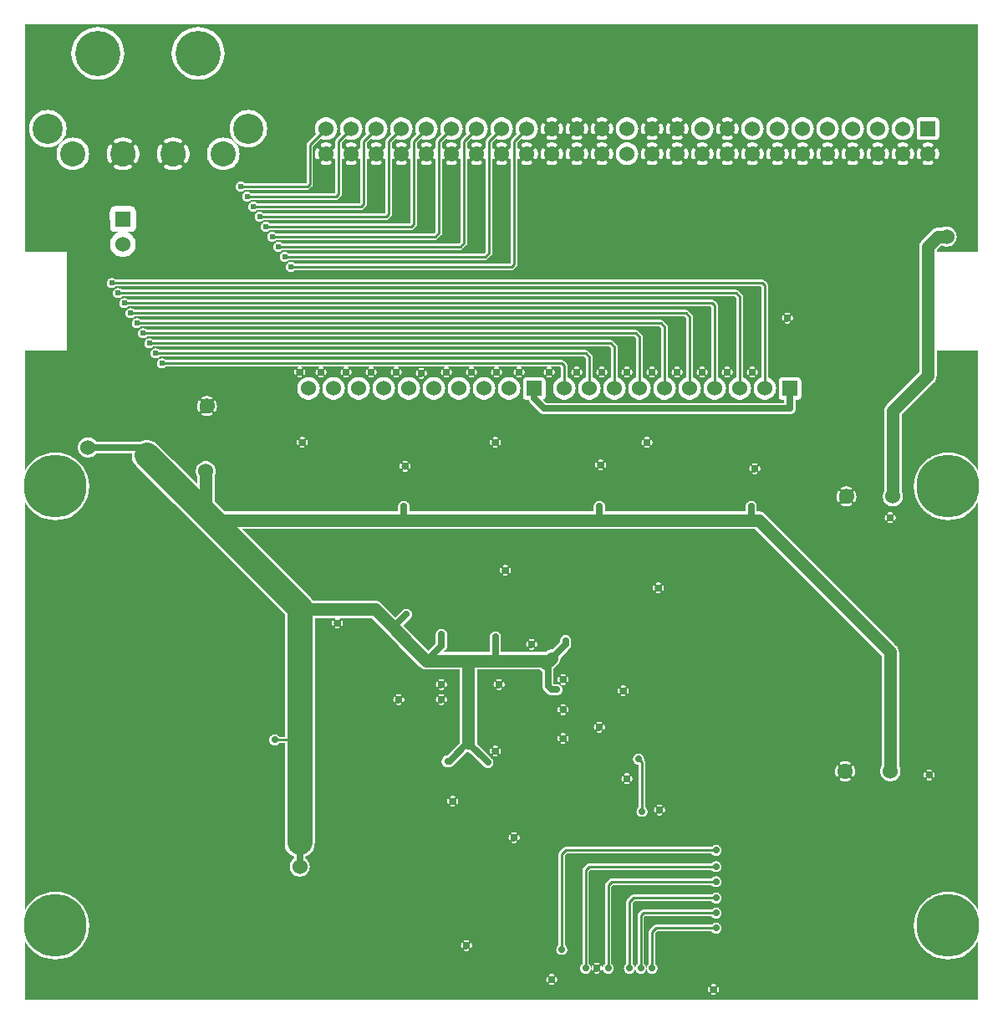
<source format=gbl>
G04 start of page 3 for group 1 idx 1 *
G04 Title: (unknown), solder *
G04 Creator: pcb 20110918 *
G04 CreationDate: Wed 09 Oct 2013 12:59:36 GMT UTC *
G04 For: michael *
G04 Format: Gerber/RS-274X *
G04 PCB-Dimensions: 386000 393500 *
G04 PCB-Coordinate-Origin: lower left *
%MOIN*%
%FSLAX25Y25*%
%LNBOTTOM*%
%ADD55C,0.1570*%
%ADD54C,0.0380*%
%ADD53C,0.0350*%
%ADD52C,0.1250*%
%ADD51C,0.0120*%
%ADD50C,0.0240*%
%ADD49C,0.2500*%
%ADD48C,0.0280*%
%ADD47C,0.1800*%
%ADD46C,0.1200*%
%ADD45C,0.0600*%
%ADD44C,0.1000*%
%ADD43C,0.0500*%
%ADD42C,0.0250*%
%ADD41C,0.0100*%
%ADD40C,0.0001*%
G54D40*G36*
X264747Y274700D02*X265962D01*
X266700Y273962D01*
Y250316D01*
X266605Y250293D01*
X265951Y250022D01*
X265347Y249652D01*
X264808Y249192D01*
X264747Y249120D01*
Y251500D01*
X264749Y251500D01*
X264810Y251513D01*
X264869Y251536D01*
X264923Y251567D01*
X264972Y251607D01*
X265015Y251654D01*
X265049Y251706D01*
X265073Y251764D01*
X265138Y251969D01*
X265179Y252179D01*
X265200Y252393D01*
Y252607D01*
X265179Y252821D01*
X265138Y253031D01*
X265076Y253237D01*
X265050Y253294D01*
X265016Y253347D01*
X264974Y253394D01*
X264924Y253434D01*
X264870Y253466D01*
X264811Y253488D01*
X264749Y253501D01*
X264747Y253501D01*
Y274700D01*
G37*
G36*
X274747Y278700D02*X276462D01*
X276700Y278462D01*
Y250316D01*
X276605Y250293D01*
X275951Y250022D01*
X275347Y249652D01*
X274808Y249192D01*
X274747Y249120D01*
Y251500D01*
X274749Y251500D01*
X274810Y251513D01*
X274869Y251536D01*
X274923Y251567D01*
X274972Y251607D01*
X275015Y251654D01*
X275049Y251706D01*
X275073Y251764D01*
X275138Y251969D01*
X275179Y252179D01*
X275200Y252393D01*
Y252607D01*
X275179Y252821D01*
X275138Y253031D01*
X275076Y253237D01*
X275050Y253294D01*
X275016Y253347D01*
X274974Y253394D01*
X274924Y253434D01*
X274870Y253466D01*
X274811Y253488D01*
X274749Y253501D01*
X274747Y253501D01*
Y278700D01*
G37*
G36*
X284747Y282700D02*X285962D01*
X286700Y281962D01*
Y250316D01*
X286605Y250293D01*
X285951Y250022D01*
X285347Y249652D01*
X284808Y249192D01*
X284747Y249120D01*
Y251500D01*
X284749Y251500D01*
X284810Y251513D01*
X284869Y251536D01*
X284923Y251567D01*
X284972Y251607D01*
X285015Y251654D01*
X285049Y251706D01*
X285073Y251764D01*
X285138Y251969D01*
X285179Y252179D01*
X285200Y252393D01*
Y252607D01*
X285179Y252821D01*
X285138Y253031D01*
X285076Y253237D01*
X285050Y253294D01*
X285016Y253347D01*
X284974Y253394D01*
X284924Y253434D01*
X284870Y253466D01*
X284811Y253488D01*
X284749Y253501D01*
X284747Y253501D01*
Y282700D01*
G37*
G36*
X294747Y286700D02*X296462D01*
X296700Y286462D01*
Y250316D01*
X296605Y250293D01*
X295951Y250022D01*
X295347Y249652D01*
X294808Y249192D01*
X294747Y249120D01*
Y251500D01*
X294749Y251500D01*
X294810Y251513D01*
X294869Y251536D01*
X294923Y251567D01*
X294972Y251607D01*
X295015Y251654D01*
X295049Y251706D01*
X295073Y251764D01*
X295138Y251969D01*
X295179Y252179D01*
X295200Y252393D01*
Y252607D01*
X295179Y252821D01*
X295138Y253031D01*
X295076Y253237D01*
X295050Y253294D01*
X295016Y253347D01*
X294974Y253394D01*
X294924Y253434D01*
X294870Y253466D01*
X294811Y253488D01*
X294749Y253501D01*
X294747Y253501D01*
Y286700D01*
G37*
G36*
X332993Y93678D02*X332997Y93636D01*
Y93364D01*
X332993Y93322D01*
Y93678D01*
G37*
G36*
X363501Y20762D02*X364852Y19934D01*
X366815Y19121D01*
X368882Y18625D01*
X371000Y18458D01*
X373118Y18625D01*
X375185Y19121D01*
X377148Y19934D01*
X378960Y21045D01*
X380575Y22425D01*
X381955Y24040D01*
X383000Y25745D01*
Y2500D01*
X363501D01*
Y20762D01*
G37*
G36*
X365247Y194771D02*X366815Y194121D01*
X368882Y193625D01*
X371000Y193458D01*
X373118Y193625D01*
X375185Y194121D01*
X377148Y194934D01*
X378960Y196045D01*
X380575Y197425D01*
X381955Y199040D01*
X383000Y200745D01*
Y38255D01*
X381955Y39960D01*
X380575Y41575D01*
X378960Y42955D01*
X377148Y44066D01*
X375185Y44879D01*
X373118Y45375D01*
X371000Y45542D01*
X368882Y45375D01*
X366815Y44879D01*
X365247Y44229D01*
Y91000D01*
X365249Y91000D01*
X365310Y91013D01*
X365369Y91036D01*
X365423Y91067D01*
X365472Y91107D01*
X365515Y91154D01*
X365549Y91206D01*
X365573Y91264D01*
X365638Y91469D01*
X365679Y91679D01*
X365700Y91893D01*
Y92107D01*
X365679Y92321D01*
X365638Y92531D01*
X365576Y92737D01*
X365550Y92794D01*
X365516Y92847D01*
X365474Y92894D01*
X365424Y92934D01*
X365370Y92966D01*
X365311Y92988D01*
X365249Y93001D01*
X365247Y93001D01*
Y194771D01*
G37*
G36*
X363501Y195762D02*X364852Y194934D01*
X365247Y194771D01*
Y93001D01*
X365186Y93005D01*
X365123Y92998D01*
X365062Y92982D01*
X365004Y92956D01*
X364951Y92921D01*
X364904Y92879D01*
X364864Y92830D01*
X364833Y92775D01*
X364810Y92716D01*
X364797Y92654D01*
X364794Y92591D01*
X364800Y92528D01*
X364818Y92468D01*
X364859Y92338D01*
X364885Y92204D01*
X364898Y92068D01*
Y91932D01*
X364885Y91796D01*
X364859Y91662D01*
X364819Y91532D01*
X364802Y91471D01*
X364795Y91409D01*
X364799Y91346D01*
X364812Y91284D01*
X364834Y91226D01*
X364866Y91171D01*
X364905Y91122D01*
X364952Y91080D01*
X365005Y91046D01*
X365062Y91020D01*
X365123Y91004D01*
X365186Y90997D01*
X365247Y91000D01*
Y44229D01*
X364852Y44066D01*
X363501Y43238D01*
Y89800D01*
X363607D01*
X363821Y89821D01*
X364031Y89862D01*
X364237Y89924D01*
X364294Y89950D01*
X364347Y89984D01*
X364394Y90026D01*
X364434Y90076D01*
X364466Y90130D01*
X364488Y90189D01*
X364501Y90251D01*
X364505Y90314D01*
X364498Y90377D01*
X364482Y90438D01*
X364456Y90496D01*
X364421Y90549D01*
X364379Y90596D01*
X364330Y90636D01*
X364275Y90667D01*
X364216Y90690D01*
X364154Y90703D01*
X364091Y90706D01*
X364028Y90700D01*
X363968Y90682D01*
X363838Y90641D01*
X363704Y90615D01*
X363568Y90602D01*
X363501D01*
Y93398D01*
X363568D01*
X363704Y93385D01*
X363838Y93359D01*
X363968Y93319D01*
X364029Y93302D01*
X364091Y93295D01*
X364154Y93299D01*
X364216Y93312D01*
X364274Y93334D01*
X364329Y93366D01*
X364378Y93405D01*
X364420Y93452D01*
X364454Y93505D01*
X364480Y93562D01*
X364496Y93623D01*
X364503Y93686D01*
X364500Y93749D01*
X364487Y93810D01*
X364464Y93869D01*
X364433Y93923D01*
X364393Y93972D01*
X364346Y94015D01*
X364294Y94049D01*
X364236Y94073D01*
X364031Y94138D01*
X363821Y94179D01*
X363607Y94200D01*
X363501D01*
Y195762D01*
G37*
G36*
Y246551D02*X365378Y248428D01*
X365483Y248517D01*
X365840Y248936D01*
X366128Y249406D01*
X366339Y249915D01*
X366468Y250451D01*
X366511Y251000D01*
X366500Y251137D01*
Y261000D01*
X383000D01*
Y213255D01*
X381955Y214960D01*
X380575Y216575D01*
X378960Y217955D01*
X377148Y219066D01*
X375185Y219879D01*
X373118Y220375D01*
X371000Y220542D01*
X368882Y220375D01*
X366815Y219879D01*
X364852Y219066D01*
X363501Y218238D01*
Y246551D01*
G37*
G36*
X361753Y22144D02*X363040Y21045D01*
X363501Y20762D01*
Y2500D01*
X361753D01*
Y22144D01*
G37*
G36*
Y197144D02*X363040Y196045D01*
X363501Y195762D01*
Y94200D01*
X363393D01*
X363179Y94179D01*
X362969Y94138D01*
X362763Y94076D01*
X362706Y94050D01*
X362653Y94016D01*
X362606Y93974D01*
X362566Y93924D01*
X362534Y93870D01*
X362512Y93811D01*
X362499Y93749D01*
X362495Y93686D01*
X362502Y93623D01*
X362518Y93562D01*
X362544Y93504D01*
X362579Y93451D01*
X362621Y93404D01*
X362670Y93364D01*
X362725Y93333D01*
X362784Y93310D01*
X362846Y93297D01*
X362909Y93294D01*
X362972Y93300D01*
X363032Y93318D01*
X363162Y93359D01*
X363296Y93385D01*
X363432Y93398D01*
X363501D01*
Y90602D01*
X363432D01*
X363296Y90615D01*
X363162Y90641D01*
X363032Y90681D01*
X362971Y90698D01*
X362909Y90705D01*
X362846Y90701D01*
X362784Y90688D01*
X362726Y90666D01*
X362671Y90634D01*
X362622Y90595D01*
X362580Y90548D01*
X362546Y90495D01*
X362520Y90438D01*
X362504Y90377D01*
X362497Y90314D01*
X362500Y90251D01*
X362513Y90190D01*
X362536Y90131D01*
X362567Y90077D01*
X362607Y90028D01*
X362654Y89985D01*
X362706Y89951D01*
X362764Y89927D01*
X362969Y89862D01*
X363179Y89821D01*
X363393Y89800D01*
X363501D01*
Y43238D01*
X363040Y42955D01*
X361753Y41856D01*
Y90999D01*
X361814Y90995D01*
X361877Y91002D01*
X361938Y91018D01*
X361996Y91044D01*
X362049Y91079D01*
X362096Y91121D01*
X362136Y91170D01*
X362167Y91225D01*
X362190Y91284D01*
X362203Y91346D01*
X362206Y91409D01*
X362200Y91472D01*
X362182Y91532D01*
X362141Y91662D01*
X362115Y91796D01*
X362102Y91932D01*
Y92068D01*
X362115Y92204D01*
X362141Y92338D01*
X362181Y92468D01*
X362198Y92529D01*
X362205Y92591D01*
X362201Y92654D01*
X362188Y92716D01*
X362166Y92774D01*
X362134Y92829D01*
X362095Y92878D01*
X362048Y92920D01*
X361995Y92954D01*
X361938Y92980D01*
X361877Y92996D01*
X361814Y93003D01*
X361753Y93000D01*
Y197144D01*
G37*
G36*
Y244803D02*X363501Y246551D01*
Y218238D01*
X363040Y217955D01*
X361753Y216856D01*
Y244803D01*
G37*
G36*
X349747Y199066D02*X350240Y199184D01*
X350822Y199425D01*
X351358Y199754D01*
X351837Y200163D01*
X352246Y200642D01*
X352575Y201178D01*
X352816Y201760D01*
X352963Y202372D01*
X353000Y203000D01*
X352963Y203628D01*
X352816Y204240D01*
X352575Y204822D01*
X352500Y204944D01*
Y235550D01*
X361753Y244803D01*
Y216856D01*
X361425Y216575D01*
X360045Y214960D01*
X358934Y213148D01*
X358121Y211185D01*
X357625Y209118D01*
X357458Y207000D01*
X357625Y204882D01*
X358121Y202815D01*
X358934Y200852D01*
X360045Y199040D01*
X361425Y197425D01*
X361753Y197144D01*
Y93000D01*
X361751Y93000D01*
X361690Y92987D01*
X361631Y92964D01*
X361577Y92933D01*
X361528Y92893D01*
X361485Y92846D01*
X361451Y92794D01*
X361427Y92736D01*
X361362Y92531D01*
X361321Y92321D01*
X361300Y92107D01*
Y91893D01*
X361321Y91679D01*
X361362Y91469D01*
X361424Y91263D01*
X361450Y91206D01*
X361484Y91153D01*
X361526Y91106D01*
X361576Y91066D01*
X361630Y91034D01*
X361689Y91012D01*
X361751Y90999D01*
X361753Y90999D01*
Y41856D01*
X361425Y41575D01*
X360045Y39960D01*
X358934Y38148D01*
X358121Y36185D01*
X357625Y34118D01*
X357458Y32000D01*
X357625Y29882D01*
X358121Y27815D01*
X358934Y25852D01*
X360045Y24040D01*
X361425Y22425D01*
X361753Y22144D01*
Y2500D01*
X349747D01*
Y89894D01*
X349822Y89925D01*
X350358Y90254D01*
X350837Y90663D01*
X351246Y91142D01*
X351575Y91678D01*
X351816Y92260D01*
X351963Y92872D01*
X352000Y93500D01*
X351963Y94128D01*
X351816Y94740D01*
X351575Y95322D01*
X351500Y95444D01*
Y140863D01*
X351511Y141000D01*
X351468Y141549D01*
X351468Y141549D01*
X351339Y142085D01*
X351128Y142594D01*
X350840Y143064D01*
X350483Y143483D01*
X350378Y143572D01*
X349747Y144203D01*
Y193500D01*
X349749Y193500D01*
X349810Y193513D01*
X349869Y193536D01*
X349923Y193567D01*
X349972Y193607D01*
X350015Y193654D01*
X350049Y193706D01*
X350073Y193764D01*
X350138Y193969D01*
X350179Y194179D01*
X350200Y194393D01*
Y194607D01*
X350179Y194821D01*
X350138Y195031D01*
X350076Y195237D01*
X350050Y195294D01*
X350016Y195347D01*
X349974Y195394D01*
X349924Y195434D01*
X349870Y195466D01*
X349811Y195488D01*
X349749Y195501D01*
X349747Y195501D01*
Y199066D01*
G37*
G36*
Y2500D02*X348001D01*
Y89488D01*
X348628Y89537D01*
X349240Y89684D01*
X349747Y89894D01*
Y2500D01*
G37*
G36*
X348001Y199126D02*X348372Y199037D01*
X349000Y198988D01*
X349628Y199037D01*
X349747Y199066D01*
Y195501D01*
X349686Y195505D01*
X349623Y195498D01*
X349562Y195482D01*
X349504Y195456D01*
X349451Y195421D01*
X349404Y195379D01*
X349364Y195330D01*
X349333Y195275D01*
X349310Y195216D01*
X349297Y195154D01*
X349294Y195091D01*
X349300Y195028D01*
X349318Y194968D01*
X349359Y194838D01*
X349385Y194704D01*
X349398Y194568D01*
Y194432D01*
X349385Y194296D01*
X349359Y194162D01*
X349319Y194032D01*
X349302Y193971D01*
X349295Y193909D01*
X349299Y193846D01*
X349312Y193784D01*
X349334Y193726D01*
X349366Y193671D01*
X349405Y193622D01*
X349452Y193580D01*
X349505Y193546D01*
X349562Y193520D01*
X349623Y193504D01*
X349686Y193497D01*
X349747Y193500D01*
Y144203D01*
X348001Y145949D01*
Y192300D01*
X348107D01*
X348321Y192321D01*
X348531Y192362D01*
X348737Y192424D01*
X348794Y192450D01*
X348847Y192484D01*
X348894Y192526D01*
X348934Y192576D01*
X348966Y192630D01*
X348988Y192689D01*
X349001Y192751D01*
X349005Y192814D01*
X348998Y192877D01*
X348982Y192938D01*
X348956Y192996D01*
X348921Y193049D01*
X348879Y193096D01*
X348830Y193136D01*
X348775Y193167D01*
X348716Y193190D01*
X348654Y193203D01*
X348591Y193206D01*
X348528Y193200D01*
X348468Y193182D01*
X348338Y193141D01*
X348204Y193115D01*
X348068Y193102D01*
X348001D01*
Y195898D01*
X348068D01*
X348204Y195885D01*
X348338Y195859D01*
X348468Y195819D01*
X348529Y195802D01*
X348591Y195795D01*
X348654Y195799D01*
X348716Y195812D01*
X348774Y195834D01*
X348829Y195866D01*
X348878Y195905D01*
X348920Y195952D01*
X348954Y196005D01*
X348980Y196062D01*
X348996Y196123D01*
X349003Y196186D01*
X349000Y196249D01*
X348987Y196310D01*
X348964Y196369D01*
X348933Y196423D01*
X348893Y196472D01*
X348846Y196515D01*
X348794Y196549D01*
X348736Y196573D01*
X348531Y196638D01*
X348321Y196679D01*
X348107Y196700D01*
X348001D01*
Y199126D01*
G37*
G36*
Y2500D02*X346613D01*
Y89745D01*
X346760Y89684D01*
X347372Y89537D01*
X348000Y89488D01*
X348001Y89488D01*
Y2500D01*
G37*
G36*
X346613Y199778D02*X346642Y199754D01*
X347178Y199425D01*
X347760Y199184D01*
X348001Y199126D01*
Y196700D01*
X347893D01*
X347679Y196679D01*
X347469Y196638D01*
X347263Y196576D01*
X347206Y196550D01*
X347153Y196516D01*
X347106Y196474D01*
X347066Y196424D01*
X347034Y196370D01*
X347012Y196311D01*
X346999Y196249D01*
X346995Y196186D01*
X347002Y196123D01*
X347018Y196062D01*
X347044Y196004D01*
X347079Y195951D01*
X347121Y195904D01*
X347170Y195864D01*
X347225Y195833D01*
X347284Y195810D01*
X347346Y195797D01*
X347409Y195794D01*
X347472Y195800D01*
X347532Y195818D01*
X347662Y195859D01*
X347796Y195885D01*
X347932Y195898D01*
X348001D01*
Y193102D01*
X347932D01*
X347796Y193115D01*
X347662Y193141D01*
X347532Y193181D01*
X347471Y193198D01*
X347409Y193205D01*
X347346Y193201D01*
X347284Y193188D01*
X347226Y193166D01*
X347171Y193134D01*
X347122Y193095D01*
X347080Y193048D01*
X347046Y192995D01*
X347020Y192938D01*
X347004Y192877D01*
X346997Y192814D01*
X347000Y192751D01*
X347013Y192690D01*
X347036Y192631D01*
X347067Y192577D01*
X347107Y192528D01*
X347154Y192485D01*
X347206Y192451D01*
X347264Y192427D01*
X347469Y192362D01*
X347679Y192321D01*
X347893Y192300D01*
X348001D01*
Y145949D01*
X346613Y147337D01*
Y193642D01*
X346636Y193670D01*
X346667Y193725D01*
X346690Y193784D01*
X346703Y193846D01*
X346706Y193909D01*
X346700Y193972D01*
X346682Y194032D01*
X346641Y194162D01*
X346615Y194296D01*
X346613Y194314D01*
Y194686D01*
X346615Y194704D01*
X346641Y194838D01*
X346681Y194968D01*
X346698Y195029D01*
X346705Y195091D01*
X346701Y195154D01*
X346688Y195216D01*
X346666Y195274D01*
X346634Y195329D01*
X346613Y195355D01*
Y199778D01*
G37*
G36*
X366613Y391000D02*X383000D01*
Y300500D01*
X366613D01*
Y301163D01*
X368450Y303000D01*
X368556D01*
X368678Y302925D01*
X369260Y302684D01*
X369872Y302537D01*
X370500Y302488D01*
X371128Y302537D01*
X371740Y302684D01*
X372322Y302925D01*
X372858Y303254D01*
X373337Y303663D01*
X373746Y304142D01*
X374075Y304678D01*
X374316Y305260D01*
X374463Y305872D01*
X374500Y306500D01*
X374463Y307128D01*
X374316Y307740D01*
X374075Y308322D01*
X373746Y308858D01*
X373337Y309337D01*
X372858Y309746D01*
X372322Y310075D01*
X371740Y310316D01*
X371128Y310463D01*
X370500Y310512D01*
X369872Y310463D01*
X369260Y310316D01*
X368678Y310075D01*
X368556Y310000D01*
X367137D01*
X367000Y310011D01*
X366613Y309980D01*
Y337353D01*
X366656Y337360D01*
X366768Y337397D01*
X366873Y337452D01*
X366968Y337522D01*
X367051Y337606D01*
X367119Y337702D01*
X367170Y337808D01*
X367318Y338216D01*
X367422Y338637D01*
X367484Y339067D01*
X367505Y339500D01*
X367484Y339933D01*
X367422Y340363D01*
X367318Y340784D01*
X367175Y341194D01*
X367122Y341300D01*
X367053Y341396D01*
X366970Y341481D01*
X366875Y341551D01*
X366769Y341606D01*
X366657Y341643D01*
X366613Y341651D01*
Y345130D01*
X366683Y345159D01*
X366884Y345283D01*
X367064Y345436D01*
X367217Y345616D01*
X367341Y345817D01*
X367431Y346035D01*
X367486Y346265D01*
X367500Y346500D01*
X367486Y352735D01*
X367431Y352965D01*
X367341Y353183D01*
X367217Y353384D01*
X367064Y353564D01*
X366884Y353717D01*
X366683Y353841D01*
X366613Y353870D01*
Y391000D01*
G37*
G36*
Y309980D02*X366451Y309968D01*
X365915Y309839D01*
X365406Y309628D01*
X364936Y309340D01*
X364517Y308983D01*
X364428Y308878D01*
X363000Y307450D01*
Y334995D01*
X363433Y335016D01*
X363863Y335078D01*
X364284Y335182D01*
X364694Y335325D01*
X364800Y335378D01*
X364896Y335447D01*
X364981Y335530D01*
X365051Y335625D01*
X365106Y335731D01*
X365143Y335843D01*
X365163Y335960D01*
X365164Y336079D01*
X365146Y336196D01*
X365110Y336309D01*
X365057Y336415D01*
X364988Y336512D01*
X364905Y336596D01*
X364809Y336667D01*
X364704Y336721D01*
X364592Y336759D01*
X364475Y336778D01*
X364356Y336779D01*
X364239Y336761D01*
X364126Y336723D01*
X363855Y336624D01*
X363575Y336556D01*
X363289Y336514D01*
X363000Y336500D01*
Y342500D01*
X363289Y342486D01*
X363575Y342444D01*
X363855Y342376D01*
X364128Y342280D01*
X364239Y342242D01*
X364356Y342225D01*
X364474Y342225D01*
X364591Y342245D01*
X364703Y342282D01*
X364807Y342336D01*
X364902Y342406D01*
X364985Y342491D01*
X365054Y342587D01*
X365107Y342692D01*
X365143Y342805D01*
X365160Y342921D01*
X365159Y343039D01*
X365140Y343156D01*
X365103Y343268D01*
X365048Y343373D01*
X364978Y343468D01*
X364894Y343551D01*
X364798Y343619D01*
X364692Y343670D01*
X364284Y343818D01*
X363863Y343922D01*
X363433Y343984D01*
X363000Y344005D01*
Y345007D01*
X366235Y345014D01*
X366465Y345069D01*
X366613Y345130D01*
Y341651D01*
X366540Y341663D01*
X366421Y341664D01*
X366304Y341646D01*
X366191Y341610D01*
X366085Y341557D01*
X365988Y341488D01*
X365904Y341405D01*
X365833Y341309D01*
X365779Y341204D01*
X365741Y341092D01*
X365722Y340975D01*
X365721Y340856D01*
X365739Y340739D01*
X365777Y340626D01*
X365876Y340355D01*
X365944Y340075D01*
X365986Y339789D01*
X366000Y339500D01*
X365986Y339211D01*
X365944Y338925D01*
X365876Y338645D01*
X365780Y338372D01*
X365742Y338261D01*
X365725Y338144D01*
X365725Y338026D01*
X365745Y337909D01*
X365782Y337797D01*
X365836Y337693D01*
X365906Y337598D01*
X365991Y337515D01*
X366087Y337446D01*
X366192Y337393D01*
X366305Y337357D01*
X366421Y337340D01*
X366539Y337341D01*
X366613Y337353D01*
Y309980D01*
G37*
G36*
Y300500D02*X366500D01*
Y301050D01*
X366613Y301163D01*
Y300500D01*
G37*
G36*
X363000Y391000D02*X366613D01*
Y353870D01*
X366465Y353931D01*
X366235Y353986D01*
X366000Y354000D01*
X363000Y353993D01*
Y391000D01*
G37*
G36*
X359387Y345130D02*X359535Y345069D01*
X359765Y345014D01*
X360000Y345000D01*
X363000Y345007D01*
Y344005D01*
X362567Y343984D01*
X362137Y343922D01*
X361716Y343818D01*
X361306Y343675D01*
X361200Y343622D01*
X361104Y343553D01*
X361019Y343470D01*
X360949Y343375D01*
X360894Y343269D01*
X360857Y343157D01*
X360837Y343040D01*
X360836Y342921D01*
X360854Y342804D01*
X360890Y342691D01*
X360943Y342585D01*
X361012Y342488D01*
X361095Y342404D01*
X361191Y342333D01*
X361296Y342279D01*
X361408Y342241D01*
X361525Y342222D01*
X361644Y342221D01*
X361761Y342239D01*
X361874Y342277D01*
X362145Y342376D01*
X362425Y342444D01*
X362711Y342486D01*
X363000Y342500D01*
Y336500D01*
X362711Y336514D01*
X362425Y336556D01*
X362145Y336624D01*
X361872Y336720D01*
X361761Y336758D01*
X361644Y336775D01*
X361526Y336775D01*
X361409Y336755D01*
X361297Y336718D01*
X361193Y336664D01*
X361098Y336594D01*
X361015Y336509D01*
X360946Y336413D01*
X360893Y336308D01*
X360857Y336195D01*
X360840Y336079D01*
X360841Y335961D01*
X360860Y335844D01*
X360897Y335732D01*
X360952Y335627D01*
X361022Y335532D01*
X361106Y335449D01*
X361202Y335381D01*
X361308Y335330D01*
X361716Y335182D01*
X362137Y335078D01*
X362567Y335016D01*
X363000Y334995D01*
Y307450D01*
X360622Y305072D01*
X360517Y304983D01*
X360160Y304564D01*
X359872Y304094D01*
X359661Y303585D01*
X359532Y303049D01*
X359532Y303049D01*
X359489Y302500D01*
X359500Y302363D01*
Y252450D01*
X359387Y252337D01*
Y337349D01*
X359460Y337337D01*
X359579Y337336D01*
X359696Y337354D01*
X359809Y337390D01*
X359915Y337443D01*
X360012Y337512D01*
X360096Y337595D01*
X360167Y337691D01*
X360221Y337796D01*
X360259Y337908D01*
X360278Y338025D01*
X360279Y338144D01*
X360261Y338261D01*
X360223Y338374D01*
X360124Y338645D01*
X360056Y338925D01*
X360014Y339211D01*
X360000Y339500D01*
X360014Y339789D01*
X360056Y340075D01*
X360124Y340355D01*
X360220Y340628D01*
X360258Y340739D01*
X360275Y340856D01*
X360275Y340974D01*
X360255Y341091D01*
X360218Y341203D01*
X360164Y341307D01*
X360094Y341402D01*
X360009Y341485D01*
X359913Y341554D01*
X359808Y341607D01*
X359695Y341643D01*
X359579Y341660D01*
X359461Y341659D01*
X359387Y341647D01*
Y345130D01*
G37*
G36*
Y391000D02*X363000D01*
Y353993D01*
X359765Y353986D01*
X359535Y353931D01*
X359387Y353870D01*
Y391000D01*
G37*
G36*
X356613D02*X359387D01*
Y353870D01*
X359317Y353841D01*
X359116Y353717D01*
X358936Y353564D01*
X358783Y353384D01*
X358659Y353183D01*
X358569Y352965D01*
X358514Y352735D01*
X358500Y352500D01*
X358514Y346265D01*
X358569Y346035D01*
X358659Y345817D01*
X358783Y345616D01*
X358936Y345436D01*
X359116Y345283D01*
X359317Y345159D01*
X359387Y345130D01*
Y341647D01*
X359344Y341640D01*
X359232Y341603D01*
X359127Y341548D01*
X359032Y341478D01*
X358949Y341394D01*
X358881Y341298D01*
X358830Y341192D01*
X358682Y340784D01*
X358578Y340363D01*
X358516Y339933D01*
X358495Y339500D01*
X358516Y339067D01*
X358578Y338637D01*
X358682Y338216D01*
X358825Y337806D01*
X358878Y337700D01*
X358947Y337604D01*
X359030Y337519D01*
X359125Y337449D01*
X359231Y337394D01*
X359343Y337357D01*
X359387Y337349D01*
Y252337D01*
X356613Y249563D01*
Y337353D01*
X356656Y337360D01*
X356768Y337397D01*
X356873Y337452D01*
X356968Y337522D01*
X357051Y337606D01*
X357119Y337702D01*
X357170Y337808D01*
X357318Y338216D01*
X357422Y338637D01*
X357484Y339067D01*
X357505Y339500D01*
X357484Y339933D01*
X357422Y340363D01*
X357318Y340784D01*
X357175Y341194D01*
X357122Y341300D01*
X357053Y341396D01*
X356970Y341481D01*
X356875Y341551D01*
X356769Y341606D01*
X356657Y341643D01*
X356613Y341651D01*
Y346802D01*
X356652Y346847D01*
X357022Y347451D01*
X357293Y348105D01*
X357458Y348794D01*
X357500Y349500D01*
X357458Y350206D01*
X357293Y350895D01*
X357022Y351549D01*
X356652Y352153D01*
X356613Y352198D01*
Y391000D01*
G37*
G36*
Y249563D02*X353002Y245951D01*
Y334995D01*
X353433Y335016D01*
X353863Y335078D01*
X354284Y335182D01*
X354694Y335325D01*
X354800Y335378D01*
X354896Y335447D01*
X354981Y335530D01*
X355051Y335625D01*
X355106Y335731D01*
X355143Y335843D01*
X355163Y335960D01*
X355164Y336079D01*
X355146Y336196D01*
X355110Y336309D01*
X355057Y336415D01*
X354988Y336512D01*
X354905Y336596D01*
X354809Y336667D01*
X354704Y336721D01*
X354592Y336759D01*
X354475Y336778D01*
X354356Y336779D01*
X354239Y336761D01*
X354126Y336723D01*
X353855Y336624D01*
X353575Y336556D01*
X353289Y336514D01*
X353002Y336500D01*
Y342500D01*
X353289Y342486D01*
X353575Y342444D01*
X353855Y342376D01*
X354128Y342280D01*
X354239Y342242D01*
X354356Y342225D01*
X354474Y342225D01*
X354591Y342245D01*
X354703Y342282D01*
X354807Y342336D01*
X354902Y342406D01*
X354985Y342491D01*
X355054Y342587D01*
X355107Y342692D01*
X355143Y342805D01*
X355160Y342921D01*
X355159Y343039D01*
X355140Y343156D01*
X355103Y343268D01*
X355048Y343373D01*
X354978Y343468D01*
X354894Y343551D01*
X354798Y343619D01*
X354692Y343670D01*
X354284Y343818D01*
X353863Y343922D01*
X353433Y343984D01*
X353002Y344005D01*
Y344986D01*
X353706Y345042D01*
X354395Y345207D01*
X355049Y345478D01*
X355653Y345848D01*
X356192Y346308D01*
X356613Y346802D01*
Y341651D01*
X356540Y341663D01*
X356421Y341664D01*
X356304Y341646D01*
X356191Y341610D01*
X356085Y341557D01*
X355988Y341488D01*
X355904Y341405D01*
X355833Y341309D01*
X355779Y341204D01*
X355741Y341092D01*
X355722Y340975D01*
X355721Y340856D01*
X355739Y340739D01*
X355777Y340626D01*
X355876Y340355D01*
X355944Y340075D01*
X355986Y339789D01*
X356000Y339500D01*
X355986Y339211D01*
X355944Y338925D01*
X355876Y338645D01*
X355780Y338372D01*
X355742Y338261D01*
X355725Y338144D01*
X355725Y338026D01*
X355745Y337909D01*
X355782Y337797D01*
X355836Y337693D01*
X355906Y337598D01*
X355991Y337515D01*
X356087Y337446D01*
X356192Y337393D01*
X356305Y337357D01*
X356421Y337340D01*
X356539Y337341D01*
X356613Y337353D01*
Y249563D01*
G37*
G36*
X353002Y391000D02*X356613D01*
Y352198D01*
X356192Y352692D01*
X355653Y353152D01*
X355049Y353522D01*
X354395Y353793D01*
X353706Y353958D01*
X353002Y354014D01*
Y391000D01*
G37*
G36*
X349387Y346802D02*X349808Y346308D01*
X350347Y345848D01*
X350951Y345478D01*
X351605Y345207D01*
X352294Y345042D01*
X353000Y344986D01*
X353002Y344986D01*
Y344005D01*
X353000Y344005D01*
X352567Y343984D01*
X352137Y343922D01*
X351716Y343818D01*
X351306Y343675D01*
X351200Y343622D01*
X351104Y343553D01*
X351019Y343470D01*
X350949Y343375D01*
X350894Y343269D01*
X350857Y343157D01*
X350837Y343040D01*
X350836Y342921D01*
X350854Y342804D01*
X350890Y342691D01*
X350943Y342585D01*
X351012Y342488D01*
X351095Y342404D01*
X351191Y342333D01*
X351296Y342279D01*
X351408Y342241D01*
X351525Y342222D01*
X351644Y342221D01*
X351761Y342239D01*
X351874Y342277D01*
X352145Y342376D01*
X352425Y342444D01*
X352711Y342486D01*
X353000Y342500D01*
X353002Y342500D01*
Y336500D01*
X353000Y336500D01*
X352711Y336514D01*
X352425Y336556D01*
X352145Y336624D01*
X351872Y336720D01*
X351761Y336758D01*
X351644Y336775D01*
X351526Y336775D01*
X351409Y336755D01*
X351297Y336718D01*
X351193Y336664D01*
X351098Y336594D01*
X351015Y336509D01*
X350946Y336413D01*
X350893Y336308D01*
X350857Y336195D01*
X350840Y336079D01*
X350841Y335961D01*
X350860Y335844D01*
X350897Y335732D01*
X350952Y335627D01*
X351022Y335532D01*
X351106Y335449D01*
X351202Y335381D01*
X351308Y335330D01*
X351716Y335182D01*
X352137Y335078D01*
X352567Y335016D01*
X353000Y334995D01*
X353002Y334995D01*
Y245951D01*
X349387Y242337D01*
Y337349D01*
X349460Y337337D01*
X349579Y337336D01*
X349696Y337354D01*
X349809Y337390D01*
X349915Y337443D01*
X350012Y337512D01*
X350096Y337595D01*
X350167Y337691D01*
X350221Y337796D01*
X350259Y337908D01*
X350278Y338025D01*
X350279Y338144D01*
X350261Y338261D01*
X350223Y338374D01*
X350124Y338645D01*
X350056Y338925D01*
X350014Y339211D01*
X350000Y339500D01*
X350014Y339789D01*
X350056Y340075D01*
X350124Y340355D01*
X350220Y340628D01*
X350258Y340739D01*
X350275Y340856D01*
X350275Y340974D01*
X350255Y341091D01*
X350218Y341203D01*
X350164Y341307D01*
X350094Y341402D01*
X350009Y341485D01*
X349913Y341554D01*
X349808Y341607D01*
X349695Y341643D01*
X349579Y341660D01*
X349461Y341659D01*
X349387Y341647D01*
Y346802D01*
G37*
G36*
Y391000D02*X353002D01*
Y354014D01*
X353000Y354014D01*
X352294Y353958D01*
X351605Y353793D01*
X350951Y353522D01*
X350347Y353152D01*
X349808Y352692D01*
X349387Y352198D01*
Y391000D01*
G37*
G36*
X346613D02*X349387D01*
Y352198D01*
X349348Y352153D01*
X348978Y351549D01*
X348707Y350895D01*
X348542Y350206D01*
X348486Y349500D01*
X348542Y348794D01*
X348707Y348105D01*
X348978Y347451D01*
X349348Y346847D01*
X349387Y346802D01*
Y341647D01*
X349344Y341640D01*
X349232Y341603D01*
X349127Y341548D01*
X349032Y341478D01*
X348949Y341394D01*
X348881Y341298D01*
X348830Y341192D01*
X348682Y340784D01*
X348578Y340363D01*
X348516Y339933D01*
X348495Y339500D01*
X348516Y339067D01*
X348578Y338637D01*
X348682Y338216D01*
X348825Y337806D01*
X348878Y337700D01*
X348947Y337604D01*
X349030Y337519D01*
X349125Y337449D01*
X349231Y337394D01*
X349343Y337357D01*
X349387Y337349D01*
Y242337D01*
X346622Y239572D01*
X346613Y239564D01*
Y337353D01*
X346656Y337360D01*
X346768Y337397D01*
X346873Y337452D01*
X346968Y337522D01*
X347051Y337606D01*
X347119Y337702D01*
X347170Y337808D01*
X347318Y338216D01*
X347422Y338637D01*
X347484Y339067D01*
X347505Y339500D01*
X347484Y339933D01*
X347422Y340363D01*
X347318Y340784D01*
X347175Y341194D01*
X347122Y341300D01*
X347053Y341396D01*
X346970Y341481D01*
X346875Y341551D01*
X346769Y341606D01*
X346657Y341643D01*
X346613Y341651D01*
Y346802D01*
X346652Y346847D01*
X347022Y347451D01*
X347293Y348105D01*
X347458Y348794D01*
X347500Y349500D01*
X347458Y350206D01*
X347293Y350895D01*
X347022Y351549D01*
X346652Y352153D01*
X346613Y352198D01*
Y391000D01*
G37*
G36*
Y194314D02*X346602Y194432D01*
Y194568D01*
X346613Y194686D01*
Y194314D01*
G37*
G36*
Y2500D02*X342993D01*
Y141057D01*
X344500Y139550D01*
Y95444D01*
X344425Y95322D01*
X344184Y94740D01*
X344037Y94128D01*
X343988Y93500D01*
X344037Y92872D01*
X344184Y92260D01*
X344425Y91678D01*
X344754Y91142D01*
X345163Y90663D01*
X345642Y90254D01*
X346178Y89925D01*
X346613Y89745D01*
Y2500D01*
G37*
G36*
Y239564D02*X346517Y239483D01*
X346160Y239064D01*
X345872Y238594D01*
X345661Y238085D01*
X345532Y237549D01*
X345532Y237549D01*
X345489Y237000D01*
X345500Y236863D01*
Y204944D01*
X345425Y204822D01*
X345184Y204240D01*
X345037Y203628D01*
X344988Y203000D01*
X345037Y202372D01*
X345184Y201760D01*
X345425Y201178D01*
X345754Y200642D01*
X346163Y200163D01*
X346613Y199778D01*
Y195355D01*
X346595Y195378D01*
X346548Y195420D01*
X346495Y195454D01*
X346438Y195480D01*
X346377Y195496D01*
X346314Y195503D01*
X346251Y195500D01*
X346190Y195487D01*
X346131Y195464D01*
X346077Y195433D01*
X346028Y195393D01*
X345985Y195346D01*
X345951Y195294D01*
X345927Y195236D01*
X345862Y195031D01*
X345821Y194821D01*
X345800Y194607D01*
Y194393D01*
X345821Y194179D01*
X345862Y193969D01*
X345924Y193763D01*
X345950Y193706D01*
X345984Y193653D01*
X346026Y193606D01*
X346076Y193566D01*
X346130Y193534D01*
X346189Y193512D01*
X346251Y193499D01*
X346314Y193495D01*
X346377Y193502D01*
X346438Y193518D01*
X346496Y193544D01*
X346549Y193579D01*
X346596Y193621D01*
X346613Y193642D01*
Y147337D01*
X342993Y150957D01*
Y334995D01*
X343000Y334995D01*
X343433Y335016D01*
X343863Y335078D01*
X344284Y335182D01*
X344694Y335325D01*
X344800Y335378D01*
X344896Y335447D01*
X344981Y335530D01*
X345051Y335625D01*
X345106Y335731D01*
X345143Y335843D01*
X345163Y335960D01*
X345164Y336079D01*
X345146Y336196D01*
X345110Y336309D01*
X345057Y336415D01*
X344988Y336512D01*
X344905Y336596D01*
X344809Y336667D01*
X344704Y336721D01*
X344592Y336759D01*
X344475Y336778D01*
X344356Y336779D01*
X344239Y336761D01*
X344126Y336723D01*
X343855Y336624D01*
X343575Y336556D01*
X343289Y336514D01*
X343000Y336500D01*
X342993Y336500D01*
Y342500D01*
X343000Y342500D01*
X343289Y342486D01*
X343575Y342444D01*
X343855Y342376D01*
X344128Y342280D01*
X344239Y342242D01*
X344356Y342225D01*
X344474Y342225D01*
X344591Y342245D01*
X344703Y342282D01*
X344807Y342336D01*
X344902Y342406D01*
X344985Y342491D01*
X345054Y342587D01*
X345107Y342692D01*
X345143Y342805D01*
X345160Y342921D01*
X345159Y343039D01*
X345140Y343156D01*
X345103Y343268D01*
X345048Y343373D01*
X344978Y343468D01*
X344894Y343551D01*
X344798Y343619D01*
X344692Y343670D01*
X344284Y343818D01*
X343863Y343922D01*
X343433Y343984D01*
X343000Y344005D01*
X342993Y344005D01*
Y344987D01*
X343000Y344986D01*
X343706Y345042D01*
X344395Y345207D01*
X345049Y345478D01*
X345653Y345848D01*
X346192Y346308D01*
X346613Y346802D01*
Y341651D01*
X346540Y341663D01*
X346421Y341664D01*
X346304Y341646D01*
X346191Y341610D01*
X346085Y341557D01*
X345988Y341488D01*
X345904Y341405D01*
X345833Y341309D01*
X345779Y341204D01*
X345741Y341092D01*
X345722Y340975D01*
X345721Y340856D01*
X345739Y340739D01*
X345777Y340626D01*
X345876Y340355D01*
X345944Y340075D01*
X345986Y339789D01*
X346000Y339500D01*
X345986Y339211D01*
X345944Y338925D01*
X345876Y338645D01*
X345780Y338372D01*
X345742Y338261D01*
X345725Y338144D01*
X345725Y338026D01*
X345745Y337909D01*
X345782Y337797D01*
X345836Y337693D01*
X345906Y337598D01*
X345991Y337515D01*
X346087Y337446D01*
X346192Y337393D01*
X346305Y337357D01*
X346421Y337340D01*
X346539Y337341D01*
X346613Y337353D01*
Y239564D01*
G37*
G36*
X342993Y391000D02*X346613D01*
Y352198D01*
X346192Y352692D01*
X345653Y353152D01*
X345049Y353522D01*
X344395Y353793D01*
X343706Y353958D01*
X343000Y354014D01*
X342993Y354013D01*
Y391000D01*
G37*
G36*
Y2500D02*X332993D01*
Y91329D01*
X333058Y91322D01*
X333136Y91326D01*
X333213Y91342D01*
X333287Y91370D01*
X333355Y91409D01*
X333416Y91458D01*
X333469Y91517D01*
X333511Y91583D01*
X333674Y91908D01*
X333803Y92248D01*
X333901Y92598D01*
X333967Y92956D01*
X334000Y93318D01*
Y93682D01*
X333967Y94044D01*
X333901Y94402D01*
X333803Y94752D01*
X333674Y95092D01*
X333515Y95419D01*
X333472Y95485D01*
X333419Y95544D01*
X333357Y95594D01*
X333288Y95633D01*
X333214Y95661D01*
X333137Y95677D01*
X333058Y95681D01*
X332993Y95675D01*
Y151057D01*
X342993Y141057D01*
Y2500D01*
G37*
G36*
X339387Y346802D02*X339808Y346308D01*
X340347Y345848D01*
X340951Y345478D01*
X341605Y345207D01*
X342294Y345042D01*
X342993Y344987D01*
Y344005D01*
X342567Y343984D01*
X342137Y343922D01*
X341716Y343818D01*
X341306Y343675D01*
X341200Y343622D01*
X341104Y343553D01*
X341019Y343470D01*
X340949Y343375D01*
X340894Y343269D01*
X340857Y343157D01*
X340837Y343040D01*
X340836Y342921D01*
X340854Y342804D01*
X340890Y342691D01*
X340943Y342585D01*
X341012Y342488D01*
X341095Y342404D01*
X341191Y342333D01*
X341296Y342279D01*
X341408Y342241D01*
X341525Y342222D01*
X341644Y342221D01*
X341761Y342239D01*
X341874Y342277D01*
X342145Y342376D01*
X342425Y342444D01*
X342711Y342486D01*
X342993Y342500D01*
Y336500D01*
X342711Y336514D01*
X342425Y336556D01*
X342145Y336624D01*
X341872Y336720D01*
X341761Y336758D01*
X341644Y336775D01*
X341526Y336775D01*
X341409Y336755D01*
X341297Y336718D01*
X341193Y336664D01*
X341098Y336594D01*
X341015Y336509D01*
X340946Y336413D01*
X340893Y336308D01*
X340857Y336195D01*
X340840Y336079D01*
X340841Y335961D01*
X340860Y335844D01*
X340897Y335732D01*
X340952Y335627D01*
X341022Y335532D01*
X341106Y335449D01*
X341202Y335381D01*
X341308Y335330D01*
X341716Y335182D01*
X342137Y335078D01*
X342567Y335016D01*
X342993Y334995D01*
Y150957D01*
X339387Y154563D01*
Y337349D01*
X339460Y337337D01*
X339579Y337336D01*
X339696Y337354D01*
X339809Y337390D01*
X339915Y337443D01*
X340012Y337512D01*
X340096Y337595D01*
X340167Y337691D01*
X340221Y337796D01*
X340259Y337908D01*
X340278Y338025D01*
X340279Y338144D01*
X340261Y338261D01*
X340223Y338374D01*
X340124Y338645D01*
X340056Y338925D01*
X340014Y339211D01*
X340000Y339500D01*
X340014Y339789D01*
X340056Y340075D01*
X340124Y340355D01*
X340220Y340628D01*
X340258Y340739D01*
X340275Y340856D01*
X340275Y340974D01*
X340255Y341091D01*
X340218Y341203D01*
X340164Y341307D01*
X340094Y341402D01*
X340009Y341485D01*
X339913Y341554D01*
X339808Y341607D01*
X339695Y341643D01*
X339579Y341660D01*
X339461Y341659D01*
X339387Y341647D01*
Y346802D01*
G37*
G36*
Y391000D02*X342993D01*
Y354013D01*
X342294Y353958D01*
X341605Y353793D01*
X340951Y353522D01*
X340347Y353152D01*
X339808Y352692D01*
X339387Y352198D01*
Y391000D01*
G37*
G36*
X336613D02*X339387D01*
Y352198D01*
X339348Y352153D01*
X338978Y351549D01*
X338707Y350895D01*
X338542Y350206D01*
X338486Y349500D01*
X338542Y348794D01*
X338707Y348105D01*
X338978Y347451D01*
X339348Y346847D01*
X339387Y346802D01*
Y341647D01*
X339344Y341640D01*
X339232Y341603D01*
X339127Y341548D01*
X339032Y341478D01*
X338949Y341394D01*
X338881Y341298D01*
X338830Y341192D01*
X338682Y340784D01*
X338578Y340363D01*
X338516Y339933D01*
X338495Y339500D01*
X338516Y339067D01*
X338578Y338637D01*
X338682Y338216D01*
X338825Y337806D01*
X338878Y337700D01*
X338947Y337604D01*
X339030Y337519D01*
X339125Y337449D01*
X339231Y337394D01*
X339343Y337357D01*
X339387Y337349D01*
Y154563D01*
X336613Y157337D01*
Y337353D01*
X336656Y337360D01*
X336768Y337397D01*
X336873Y337452D01*
X336968Y337522D01*
X337051Y337606D01*
X337119Y337702D01*
X337170Y337808D01*
X337318Y338216D01*
X337422Y338637D01*
X337484Y339067D01*
X337505Y339500D01*
X337484Y339933D01*
X337422Y340363D01*
X337318Y340784D01*
X337175Y341194D01*
X337122Y341300D01*
X337053Y341396D01*
X336970Y341481D01*
X336875Y341551D01*
X336769Y341606D01*
X336657Y341643D01*
X336613Y341651D01*
Y346802D01*
X336652Y346847D01*
X337022Y347451D01*
X337293Y348105D01*
X337458Y348794D01*
X337500Y349500D01*
X337458Y350206D01*
X337293Y350895D01*
X337022Y351549D01*
X336652Y352153D01*
X336613Y352198D01*
Y391000D01*
G37*
G36*
Y157337D02*X333784Y160166D01*
Y200869D01*
X333787Y200870D01*
X333855Y200909D01*
X333916Y200958D01*
X333969Y201017D01*
X334011Y201083D01*
X334174Y201408D01*
X334303Y201748D01*
X334401Y202098D01*
X334467Y202456D01*
X334500Y202818D01*
Y203182D01*
X334467Y203544D01*
X334401Y203902D01*
X334303Y204252D01*
X334174Y204592D01*
X334015Y204919D01*
X333972Y204985D01*
X333919Y205044D01*
X333857Y205094D01*
X333788Y205133D01*
X333784Y205135D01*
Y335067D01*
X333863Y335078D01*
X334284Y335182D01*
X334694Y335325D01*
X334800Y335378D01*
X334896Y335447D01*
X334981Y335530D01*
X335051Y335625D01*
X335106Y335731D01*
X335143Y335843D01*
X335163Y335960D01*
X335164Y336079D01*
X335146Y336196D01*
X335110Y336309D01*
X335057Y336415D01*
X334988Y336512D01*
X334905Y336596D01*
X334809Y336667D01*
X334704Y336721D01*
X334592Y336759D01*
X334475Y336778D01*
X334356Y336779D01*
X334239Y336761D01*
X334126Y336723D01*
X333855Y336624D01*
X333784Y336607D01*
Y342393D01*
X333855Y342376D01*
X334128Y342280D01*
X334239Y342242D01*
X334356Y342225D01*
X334474Y342225D01*
X334591Y342245D01*
X334703Y342282D01*
X334807Y342336D01*
X334902Y342406D01*
X334985Y342491D01*
X335054Y342587D01*
X335107Y342692D01*
X335143Y342805D01*
X335160Y342921D01*
X335159Y343039D01*
X335140Y343156D01*
X335103Y343268D01*
X335048Y343373D01*
X334978Y343468D01*
X334894Y343551D01*
X334798Y343619D01*
X334692Y343670D01*
X334284Y343818D01*
X333863Y343922D01*
X333784Y343933D01*
Y345060D01*
X334395Y345207D01*
X335049Y345478D01*
X335653Y345848D01*
X336192Y346308D01*
X336613Y346802D01*
Y341651D01*
X336540Y341663D01*
X336421Y341664D01*
X336304Y341646D01*
X336191Y341610D01*
X336085Y341557D01*
X335988Y341488D01*
X335904Y341405D01*
X335833Y341309D01*
X335779Y341204D01*
X335741Y341092D01*
X335722Y340975D01*
X335721Y340856D01*
X335739Y340739D01*
X335777Y340626D01*
X335876Y340355D01*
X335944Y340075D01*
X335986Y339789D01*
X336000Y339500D01*
X335986Y339211D01*
X335944Y338925D01*
X335876Y338645D01*
X335780Y338372D01*
X335742Y338261D01*
X335725Y338144D01*
X335725Y338026D01*
X335745Y337909D01*
X335782Y337797D01*
X335836Y337693D01*
X335906Y337598D01*
X335991Y337515D01*
X336087Y337446D01*
X336192Y337393D01*
X336305Y337357D01*
X336421Y337340D01*
X336539Y337341D01*
X336613Y337353D01*
Y157337D01*
G37*
G36*
X333784Y343933D02*X333433Y343984D01*
X333000Y344005D01*
X332993Y344005D01*
Y344987D01*
X333000Y344986D01*
X333706Y345042D01*
X333784Y345060D01*
Y343933D01*
G37*
G36*
Y336607D02*X333575Y336556D01*
X333289Y336514D01*
X333000Y336500D01*
X332993Y336500D01*
Y342500D01*
X333000Y342500D01*
X333289Y342486D01*
X333575Y342444D01*
X333784Y342393D01*
Y336607D01*
G37*
G36*
Y160166D02*X332993Y160957D01*
Y334995D01*
X333000Y334995D01*
X333433Y335016D01*
X333784Y335067D01*
Y205135D01*
X333714Y205161D01*
X333637Y205177D01*
X333558Y205181D01*
X333479Y205173D01*
X333403Y205152D01*
X333330Y205120D01*
X333264Y205077D01*
X333205Y205024D01*
X333156Y204962D01*
X333116Y204893D01*
X333088Y204819D01*
X333072Y204742D01*
X333068Y204663D01*
X333076Y204584D01*
X333097Y204507D01*
X333130Y204436D01*
X333253Y204193D01*
X333350Y203938D01*
X333423Y203676D01*
X333472Y203408D01*
X333497Y203136D01*
Y202864D01*
X333472Y202592D01*
X333423Y202324D01*
X333350Y202062D01*
X333253Y201807D01*
X333133Y201563D01*
X333100Y201491D01*
X333079Y201416D01*
X333071Y201337D01*
X333075Y201259D01*
X333091Y201182D01*
X333119Y201108D01*
X333158Y201040D01*
X333207Y200979D01*
X333266Y200926D01*
X333332Y200883D01*
X333404Y200851D01*
X333480Y200830D01*
X333558Y200822D01*
X333636Y200826D01*
X333713Y200842D01*
X333784Y200869D01*
Y160166D01*
G37*
G36*
X332993Y391000D02*X336613D01*
Y352198D01*
X336192Y352692D01*
X335653Y353152D01*
X335049Y353522D01*
X334395Y353793D01*
X333706Y353958D01*
X333000Y354014D01*
X332993Y354013D01*
Y391000D01*
G37*
G36*
Y2500D02*X330002D01*
Y89500D01*
X330182D01*
X330544Y89533D01*
X330902Y89599D01*
X331252Y89697D01*
X331592Y89826D01*
X331919Y89985D01*
X331985Y90028D01*
X332044Y90081D01*
X332094Y90143D01*
X332133Y90212D01*
X332161Y90286D01*
X332177Y90363D01*
X332181Y90442D01*
X332173Y90521D01*
X332152Y90597D01*
X332120Y90670D01*
X332077Y90736D01*
X332024Y90795D01*
X331962Y90844D01*
X331893Y90884D01*
X331819Y90912D01*
X331742Y90928D01*
X331663Y90932D01*
X331584Y90924D01*
X331507Y90903D01*
X331436Y90870D01*
X331193Y90747D01*
X330938Y90650D01*
X330676Y90577D01*
X330408Y90528D01*
X330136Y90503D01*
X330002D01*
Y96497D01*
X330136D01*
X330408Y96472D01*
X330676Y96423D01*
X330938Y96350D01*
X331193Y96253D01*
X331437Y96133D01*
X331509Y96100D01*
X331584Y96079D01*
X331663Y96071D01*
X331741Y96075D01*
X331818Y96091D01*
X331892Y96119D01*
X331960Y96158D01*
X332021Y96207D01*
X332074Y96266D01*
X332117Y96332D01*
X332149Y96404D01*
X332170Y96480D01*
X332178Y96558D01*
X332174Y96636D01*
X332158Y96713D01*
X332130Y96787D01*
X332091Y96855D01*
X332042Y96916D01*
X331983Y96969D01*
X331917Y97011D01*
X331592Y97174D01*
X331252Y97303D01*
X330902Y97401D01*
X330544Y97467D01*
X330182Y97500D01*
X330002D01*
Y154049D01*
X332993Y151057D01*
Y95675D01*
X332979Y95673D01*
X332903Y95652D01*
X332830Y95620D01*
X332764Y95577D01*
X332705Y95524D01*
X332656Y95462D01*
X332616Y95393D01*
X332588Y95319D01*
X332572Y95242D01*
X332568Y95163D01*
X332576Y95084D01*
X332597Y95007D01*
X332630Y94936D01*
X332753Y94693D01*
X332850Y94438D01*
X332923Y94176D01*
X332972Y93908D01*
X332993Y93678D01*
Y93322D01*
X332972Y93092D01*
X332923Y92824D01*
X332850Y92562D01*
X332753Y92307D01*
X332633Y92063D01*
X332600Y91991D01*
X332579Y91916D01*
X332571Y91837D01*
X332575Y91759D01*
X332591Y91682D01*
X332619Y91608D01*
X332658Y91540D01*
X332707Y91479D01*
X332766Y91426D01*
X332832Y91383D01*
X332904Y91351D01*
X332980Y91330D01*
X332993Y91329D01*
Y2500D01*
G37*
G36*
X330002D02*X326716D01*
Y91365D01*
X326786Y91339D01*
X326863Y91323D01*
X326942Y91319D01*
X327021Y91327D01*
X327097Y91348D01*
X327170Y91380D01*
X327236Y91423D01*
X327295Y91476D01*
X327344Y91538D01*
X327384Y91607D01*
X327412Y91681D01*
X327428Y91758D01*
X327432Y91837D01*
X327424Y91916D01*
X327403Y91993D01*
X327370Y92064D01*
X327247Y92307D01*
X327150Y92562D01*
X327077Y92824D01*
X327028Y93092D01*
X327003Y93364D01*
Y93636D01*
X327028Y93908D01*
X327077Y94176D01*
X327150Y94438D01*
X327247Y94693D01*
X327367Y94937D01*
X327400Y95009D01*
X327421Y95085D01*
X327429Y95163D01*
X327425Y95241D01*
X327409Y95318D01*
X327381Y95392D01*
X327342Y95460D01*
X327293Y95521D01*
X327234Y95574D01*
X327168Y95617D01*
X327096Y95649D01*
X327020Y95670D01*
X326942Y95678D01*
X326864Y95674D01*
X326787Y95658D01*
X326716Y95631D01*
Y157334D01*
X330002Y154049D01*
Y97500D01*
X329818D01*
X329456Y97467D01*
X329098Y97401D01*
X328748Y97303D01*
X328408Y97174D01*
X328081Y97015D01*
X328015Y96972D01*
X327956Y96919D01*
X327906Y96857D01*
X327867Y96788D01*
X327839Y96714D01*
X327823Y96637D01*
X327819Y96558D01*
X327827Y96479D01*
X327848Y96403D01*
X327880Y96330D01*
X327923Y96264D01*
X327976Y96205D01*
X328038Y96156D01*
X328107Y96116D01*
X328181Y96088D01*
X328258Y96072D01*
X328337Y96068D01*
X328416Y96076D01*
X328493Y96097D01*
X328564Y96130D01*
X328807Y96253D01*
X329062Y96350D01*
X329324Y96423D01*
X329592Y96472D01*
X329864Y96497D01*
X330002D01*
Y90503D01*
X329864D01*
X329592Y90528D01*
X329324Y90577D01*
X329062Y90650D01*
X328807Y90747D01*
X328563Y90867D01*
X328491Y90900D01*
X328415Y90921D01*
X328337Y90929D01*
X328259Y90925D01*
X328182Y90909D01*
X328108Y90881D01*
X328040Y90842D01*
X327979Y90793D01*
X327926Y90734D01*
X327883Y90668D01*
X327851Y90596D01*
X327830Y90520D01*
X327822Y90442D01*
X327826Y90364D01*
X327842Y90287D01*
X327870Y90213D01*
X327909Y90145D01*
X327958Y90084D01*
X328017Y90031D01*
X328083Y89989D01*
X328408Y89826D01*
X328748Y89697D01*
X329098Y89599D01*
X329456Y89533D01*
X329818Y89500D01*
X330002D01*
Y2500D01*
G37*
G36*
X326716D02*X322993D01*
Y161057D01*
X326716Y157334D01*
Y95631D01*
X326713Y95630D01*
X326645Y95591D01*
X326584Y95542D01*
X326531Y95483D01*
X326489Y95417D01*
X326326Y95092D01*
X326197Y94752D01*
X326099Y94402D01*
X326033Y94044D01*
X326000Y93682D01*
Y93318D01*
X326033Y92956D01*
X326099Y92598D01*
X326197Y92248D01*
X326326Y91908D01*
X326485Y91581D01*
X326528Y91515D01*
X326581Y91456D01*
X326643Y91406D01*
X326712Y91367D01*
X326716Y91365D01*
Y2500D01*
G37*
G36*
X329387Y346802D02*X329808Y346308D01*
X330347Y345848D01*
X330951Y345478D01*
X331605Y345207D01*
X332294Y345042D01*
X332993Y344987D01*
Y344005D01*
X332567Y343984D01*
X332137Y343922D01*
X331716Y343818D01*
X331306Y343675D01*
X331200Y343622D01*
X331104Y343553D01*
X331019Y343470D01*
X330949Y343375D01*
X330894Y343269D01*
X330857Y343157D01*
X330837Y343040D01*
X330836Y342921D01*
X330854Y342804D01*
X330890Y342691D01*
X330943Y342585D01*
X331012Y342488D01*
X331095Y342404D01*
X331191Y342333D01*
X331296Y342279D01*
X331408Y342241D01*
X331525Y342222D01*
X331644Y342221D01*
X331761Y342239D01*
X331874Y342277D01*
X332145Y342376D01*
X332425Y342444D01*
X332711Y342486D01*
X332993Y342500D01*
Y336500D01*
X332711Y336514D01*
X332425Y336556D01*
X332145Y336624D01*
X331872Y336720D01*
X331761Y336758D01*
X331644Y336775D01*
X331526Y336775D01*
X331409Y336755D01*
X331297Y336718D01*
X331193Y336664D01*
X331098Y336594D01*
X331015Y336509D01*
X330946Y336413D01*
X330893Y336308D01*
X330857Y336195D01*
X330840Y336079D01*
X330841Y335961D01*
X330860Y335844D01*
X330897Y335732D01*
X330952Y335627D01*
X331022Y335532D01*
X331106Y335449D01*
X331202Y335381D01*
X331308Y335330D01*
X331716Y335182D01*
X332137Y335078D01*
X332567Y335016D01*
X332993Y334995D01*
Y160957D01*
X329387Y164563D01*
Y199158D01*
X329598Y199099D01*
X329956Y199033D01*
X330318Y199000D01*
X330682D01*
X331044Y199033D01*
X331402Y199099D01*
X331752Y199197D01*
X332092Y199326D01*
X332419Y199485D01*
X332485Y199528D01*
X332544Y199581D01*
X332594Y199643D01*
X332633Y199712D01*
X332661Y199786D01*
X332677Y199863D01*
X332681Y199942D01*
X332673Y200021D01*
X332652Y200097D01*
X332620Y200170D01*
X332577Y200236D01*
X332524Y200295D01*
X332462Y200344D01*
X332393Y200384D01*
X332319Y200412D01*
X332242Y200428D01*
X332163Y200432D01*
X332084Y200424D01*
X332007Y200403D01*
X331936Y200370D01*
X331693Y200247D01*
X331438Y200150D01*
X331176Y200077D01*
X330908Y200028D01*
X330636Y200003D01*
X330364D01*
X330092Y200028D01*
X329824Y200077D01*
X329562Y200150D01*
X329387Y200217D01*
Y205783D01*
X329562Y205850D01*
X329824Y205923D01*
X330092Y205972D01*
X330364Y205997D01*
X330636D01*
X330908Y205972D01*
X331176Y205923D01*
X331438Y205850D01*
X331693Y205753D01*
X331937Y205633D01*
X332009Y205600D01*
X332084Y205579D01*
X332163Y205571D01*
X332241Y205575D01*
X332318Y205591D01*
X332392Y205619D01*
X332460Y205658D01*
X332521Y205707D01*
X332574Y205766D01*
X332617Y205832D01*
X332649Y205904D01*
X332670Y205980D01*
X332678Y206058D01*
X332674Y206136D01*
X332658Y206213D01*
X332630Y206287D01*
X332591Y206355D01*
X332542Y206416D01*
X332483Y206469D01*
X332417Y206511D01*
X332092Y206674D01*
X331752Y206803D01*
X331402Y206901D01*
X331044Y206967D01*
X330682Y207000D01*
X330318D01*
X329956Y206967D01*
X329598Y206901D01*
X329387Y206842D01*
Y337349D01*
X329460Y337337D01*
X329579Y337336D01*
X329696Y337354D01*
X329809Y337390D01*
X329915Y337443D01*
X330012Y337512D01*
X330096Y337595D01*
X330167Y337691D01*
X330221Y337796D01*
X330259Y337908D01*
X330278Y338025D01*
X330279Y338144D01*
X330261Y338261D01*
X330223Y338374D01*
X330124Y338645D01*
X330056Y338925D01*
X330014Y339211D01*
X330000Y339500D01*
X330014Y339789D01*
X330056Y340075D01*
X330124Y340355D01*
X330220Y340628D01*
X330258Y340739D01*
X330275Y340856D01*
X330275Y340974D01*
X330255Y341091D01*
X330218Y341203D01*
X330164Y341307D01*
X330094Y341402D01*
X330009Y341485D01*
X329913Y341554D01*
X329808Y341607D01*
X329695Y341643D01*
X329579Y341660D01*
X329461Y341659D01*
X329387Y341647D01*
Y346802D01*
G37*
G36*
Y391000D02*X332993D01*
Y354013D01*
X332294Y353958D01*
X331605Y353793D01*
X330951Y353522D01*
X330347Y353152D01*
X329808Y352692D01*
X329387Y352198D01*
Y391000D01*
G37*
G36*
X326613D02*X329387D01*
Y352198D01*
X329348Y352153D01*
X328978Y351549D01*
X328707Y350895D01*
X328542Y350206D01*
X328486Y349500D01*
X328542Y348794D01*
X328707Y348105D01*
X328978Y347451D01*
X329348Y346847D01*
X329387Y346802D01*
Y341647D01*
X329344Y341640D01*
X329232Y341603D01*
X329127Y341548D01*
X329032Y341478D01*
X328949Y341394D01*
X328881Y341298D01*
X328830Y341192D01*
X328682Y340784D01*
X328578Y340363D01*
X328516Y339933D01*
X328495Y339500D01*
X328516Y339067D01*
X328578Y338637D01*
X328682Y338216D01*
X328825Y337806D01*
X328878Y337700D01*
X328947Y337604D01*
X329030Y337519D01*
X329125Y337449D01*
X329231Y337394D01*
X329343Y337357D01*
X329387Y337349D01*
Y206842D01*
X329248Y206803D01*
X328908Y206674D01*
X328581Y206515D01*
X328515Y206472D01*
X328456Y206419D01*
X328406Y206357D01*
X328367Y206288D01*
X328339Y206214D01*
X328323Y206137D01*
X328319Y206058D01*
X328327Y205979D01*
X328348Y205903D01*
X328380Y205830D01*
X328423Y205764D01*
X328476Y205705D01*
X328538Y205656D01*
X328607Y205616D01*
X328681Y205588D01*
X328758Y205572D01*
X328837Y205568D01*
X328916Y205576D01*
X328993Y205597D01*
X329064Y205630D01*
X329307Y205753D01*
X329387Y205783D01*
Y200217D01*
X329307Y200247D01*
X329063Y200367D01*
X328991Y200400D01*
X328915Y200421D01*
X328837Y200429D01*
X328759Y200425D01*
X328682Y200409D01*
X328608Y200381D01*
X328540Y200342D01*
X328479Y200293D01*
X328426Y200234D01*
X328383Y200168D01*
X328351Y200096D01*
X328330Y200020D01*
X328322Y199942D01*
X328326Y199864D01*
X328342Y199787D01*
X328370Y199713D01*
X328409Y199645D01*
X328458Y199584D01*
X328517Y199531D01*
X328583Y199489D01*
X328908Y199326D01*
X329248Y199197D01*
X329387Y199158D01*
Y164563D01*
X326613Y167337D01*
Y202047D01*
X326697Y201748D01*
X326826Y201408D01*
X326985Y201081D01*
X327028Y201015D01*
X327081Y200956D01*
X327143Y200906D01*
X327212Y200867D01*
X327286Y200839D01*
X327363Y200823D01*
X327442Y200819D01*
X327521Y200827D01*
X327597Y200848D01*
X327670Y200880D01*
X327736Y200923D01*
X327795Y200976D01*
X327844Y201038D01*
X327884Y201107D01*
X327912Y201181D01*
X327928Y201258D01*
X327932Y201337D01*
X327924Y201416D01*
X327903Y201493D01*
X327870Y201564D01*
X327747Y201807D01*
X327650Y202062D01*
X327577Y202324D01*
X327528Y202592D01*
X327503Y202864D01*
Y203136D01*
X327528Y203408D01*
X327577Y203676D01*
X327650Y203938D01*
X327747Y204193D01*
X327867Y204437D01*
X327900Y204509D01*
X327921Y204585D01*
X327929Y204663D01*
X327925Y204741D01*
X327909Y204818D01*
X327881Y204892D01*
X327842Y204960D01*
X327793Y205021D01*
X327734Y205074D01*
X327668Y205117D01*
X327596Y205149D01*
X327520Y205170D01*
X327442Y205178D01*
X327364Y205174D01*
X327287Y205158D01*
X327213Y205130D01*
X327145Y205091D01*
X327084Y205042D01*
X327031Y204983D01*
X326989Y204917D01*
X326826Y204592D01*
X326697Y204252D01*
X326613Y203953D01*
Y337353D01*
X326656Y337360D01*
X326768Y337397D01*
X326873Y337452D01*
X326968Y337522D01*
X327051Y337606D01*
X327119Y337702D01*
X327170Y337808D01*
X327318Y338216D01*
X327422Y338637D01*
X327484Y339067D01*
X327505Y339500D01*
X327484Y339933D01*
X327422Y340363D01*
X327318Y340784D01*
X327175Y341194D01*
X327122Y341300D01*
X327053Y341396D01*
X326970Y341481D01*
X326875Y341551D01*
X326769Y341606D01*
X326657Y341643D01*
X326613Y341651D01*
Y346802D01*
X326652Y346847D01*
X327022Y347451D01*
X327293Y348105D01*
X327458Y348794D01*
X327500Y349500D01*
X327458Y350206D01*
X327293Y350895D01*
X327022Y351549D01*
X326652Y352153D01*
X326613Y352198D01*
Y391000D01*
G37*
G36*
Y167337D02*X322993Y170957D01*
Y334995D01*
X323000Y334995D01*
X323433Y335016D01*
X323863Y335078D01*
X324284Y335182D01*
X324694Y335325D01*
X324800Y335378D01*
X324896Y335447D01*
X324981Y335530D01*
X325051Y335625D01*
X325106Y335731D01*
X325143Y335843D01*
X325163Y335960D01*
X325164Y336079D01*
X325146Y336196D01*
X325110Y336309D01*
X325057Y336415D01*
X324988Y336512D01*
X324905Y336596D01*
X324809Y336667D01*
X324704Y336721D01*
X324592Y336759D01*
X324475Y336778D01*
X324356Y336779D01*
X324239Y336761D01*
X324126Y336723D01*
X323855Y336624D01*
X323575Y336556D01*
X323289Y336514D01*
X323000Y336500D01*
X322993Y336500D01*
Y342500D01*
X323000Y342500D01*
X323289Y342486D01*
X323575Y342444D01*
X323855Y342376D01*
X324128Y342280D01*
X324239Y342242D01*
X324356Y342225D01*
X324474Y342225D01*
X324591Y342245D01*
X324703Y342282D01*
X324807Y342336D01*
X324902Y342406D01*
X324985Y342491D01*
X325054Y342587D01*
X325107Y342692D01*
X325143Y342805D01*
X325160Y342921D01*
X325159Y343039D01*
X325140Y343156D01*
X325103Y343268D01*
X325048Y343373D01*
X324978Y343468D01*
X324894Y343551D01*
X324798Y343619D01*
X324692Y343670D01*
X324284Y343818D01*
X323863Y343922D01*
X323433Y343984D01*
X323000Y344005D01*
X322993Y344005D01*
Y344987D01*
X323000Y344986D01*
X323706Y345042D01*
X324395Y345207D01*
X325049Y345478D01*
X325653Y345848D01*
X326192Y346308D01*
X326613Y346802D01*
Y341651D01*
X326540Y341663D01*
X326421Y341664D01*
X326304Y341646D01*
X326191Y341610D01*
X326085Y341557D01*
X325988Y341488D01*
X325904Y341405D01*
X325833Y341309D01*
X325779Y341204D01*
X325741Y341092D01*
X325722Y340975D01*
X325721Y340856D01*
X325739Y340739D01*
X325777Y340626D01*
X325876Y340355D01*
X325944Y340075D01*
X325986Y339789D01*
X326000Y339500D01*
X325986Y339211D01*
X325944Y338925D01*
X325876Y338645D01*
X325780Y338372D01*
X325742Y338261D01*
X325725Y338144D01*
X325725Y338026D01*
X325745Y337909D01*
X325782Y337797D01*
X325836Y337693D01*
X325906Y337598D01*
X325991Y337515D01*
X326087Y337446D01*
X326192Y337393D01*
X326305Y337357D01*
X326421Y337340D01*
X326539Y337341D01*
X326613Y337353D01*
Y203953D01*
X326599Y203902D01*
X326533Y203544D01*
X326500Y203182D01*
Y202818D01*
X326533Y202456D01*
X326599Y202098D01*
X326613Y202047D01*
Y167337D01*
G37*
G36*
X322993Y391000D02*X326613D01*
Y352198D01*
X326192Y352692D01*
X325653Y353152D01*
X325049Y353522D01*
X324395Y353793D01*
X323706Y353958D01*
X323000Y354014D01*
X322993Y354013D01*
Y391000D01*
G37*
G36*
Y2500D02*X316613D01*
Y167437D01*
X322993Y161057D01*
Y2500D01*
G37*
G36*
X319387Y346802D02*X319808Y346308D01*
X320347Y345848D01*
X320951Y345478D01*
X321605Y345207D01*
X322294Y345042D01*
X322993Y344987D01*
Y344005D01*
X322567Y343984D01*
X322137Y343922D01*
X321716Y343818D01*
X321306Y343675D01*
X321200Y343622D01*
X321104Y343553D01*
X321019Y343470D01*
X320949Y343375D01*
X320894Y343269D01*
X320857Y343157D01*
X320837Y343040D01*
X320836Y342921D01*
X320854Y342804D01*
X320890Y342691D01*
X320943Y342585D01*
X321012Y342488D01*
X321095Y342404D01*
X321191Y342333D01*
X321296Y342279D01*
X321408Y342241D01*
X321525Y342222D01*
X321644Y342221D01*
X321761Y342239D01*
X321874Y342277D01*
X322145Y342376D01*
X322425Y342444D01*
X322711Y342486D01*
X322993Y342500D01*
Y336500D01*
X322711Y336514D01*
X322425Y336556D01*
X322145Y336624D01*
X321872Y336720D01*
X321761Y336758D01*
X321644Y336775D01*
X321526Y336775D01*
X321409Y336755D01*
X321297Y336718D01*
X321193Y336664D01*
X321098Y336594D01*
X321015Y336509D01*
X320946Y336413D01*
X320893Y336308D01*
X320857Y336195D01*
X320840Y336079D01*
X320841Y335961D01*
X320860Y335844D01*
X320897Y335732D01*
X320952Y335627D01*
X321022Y335532D01*
X321106Y335449D01*
X321202Y335381D01*
X321308Y335330D01*
X321716Y335182D01*
X322137Y335078D01*
X322567Y335016D01*
X322993Y334995D01*
Y170957D01*
X319387Y174563D01*
Y337349D01*
X319460Y337337D01*
X319579Y337336D01*
X319696Y337354D01*
X319809Y337390D01*
X319915Y337443D01*
X320012Y337512D01*
X320096Y337595D01*
X320167Y337691D01*
X320221Y337796D01*
X320259Y337908D01*
X320278Y338025D01*
X320279Y338144D01*
X320261Y338261D01*
X320223Y338374D01*
X320124Y338645D01*
X320056Y338925D01*
X320014Y339211D01*
X320000Y339500D01*
X320014Y339789D01*
X320056Y340075D01*
X320124Y340355D01*
X320220Y340628D01*
X320258Y340739D01*
X320275Y340856D01*
X320275Y340974D01*
X320255Y341091D01*
X320218Y341203D01*
X320164Y341307D01*
X320094Y341402D01*
X320009Y341485D01*
X319913Y341554D01*
X319808Y341607D01*
X319695Y341643D01*
X319579Y341660D01*
X319461Y341659D01*
X319387Y341647D01*
Y346802D01*
G37*
G36*
Y391000D02*X322993D01*
Y354013D01*
X322294Y353958D01*
X321605Y353793D01*
X320951Y353522D01*
X320347Y353152D01*
X319808Y352692D01*
X319387Y352198D01*
Y391000D01*
G37*
G36*
X316613D02*X319387D01*
Y352198D01*
X319348Y352153D01*
X318978Y351549D01*
X318707Y350895D01*
X318542Y350206D01*
X318486Y349500D01*
X318542Y348794D01*
X318707Y348105D01*
X318978Y347451D01*
X319348Y346847D01*
X319387Y346802D01*
Y341647D01*
X319344Y341640D01*
X319232Y341603D01*
X319127Y341548D01*
X319032Y341478D01*
X318949Y341394D01*
X318881Y341298D01*
X318830Y341192D01*
X318682Y340784D01*
X318578Y340363D01*
X318516Y339933D01*
X318495Y339500D01*
X318516Y339067D01*
X318578Y338637D01*
X318682Y338216D01*
X318825Y337806D01*
X318878Y337700D01*
X318947Y337604D01*
X319030Y337519D01*
X319125Y337449D01*
X319231Y337394D01*
X319343Y337357D01*
X319387Y337349D01*
Y174563D01*
X316613Y177337D01*
Y337353D01*
X316656Y337360D01*
X316768Y337397D01*
X316873Y337452D01*
X316968Y337522D01*
X317051Y337606D01*
X317119Y337702D01*
X317170Y337808D01*
X317318Y338216D01*
X317422Y338637D01*
X317484Y339067D01*
X317505Y339500D01*
X317484Y339933D01*
X317422Y340363D01*
X317318Y340784D01*
X317175Y341194D01*
X317122Y341300D01*
X317053Y341396D01*
X316970Y341481D01*
X316875Y341551D01*
X316769Y341606D01*
X316657Y341643D01*
X316613Y341651D01*
Y346802D01*
X316652Y346847D01*
X317022Y347451D01*
X317293Y348105D01*
X317458Y348794D01*
X317500Y349500D01*
X317458Y350206D01*
X317293Y350895D01*
X317022Y351549D01*
X316652Y352153D01*
X316613Y352198D01*
Y391000D01*
G37*
G36*
Y177337D02*X313002Y180948D01*
Y334995D01*
X313433Y335016D01*
X313863Y335078D01*
X314284Y335182D01*
X314694Y335325D01*
X314800Y335378D01*
X314896Y335447D01*
X314981Y335530D01*
X315051Y335625D01*
X315106Y335731D01*
X315143Y335843D01*
X315163Y335960D01*
X315164Y336079D01*
X315146Y336196D01*
X315110Y336309D01*
X315057Y336415D01*
X314988Y336512D01*
X314905Y336596D01*
X314809Y336667D01*
X314704Y336721D01*
X314592Y336759D01*
X314475Y336778D01*
X314356Y336779D01*
X314239Y336761D01*
X314126Y336723D01*
X313855Y336624D01*
X313575Y336556D01*
X313289Y336514D01*
X313002Y336500D01*
Y342500D01*
X313289Y342486D01*
X313575Y342444D01*
X313855Y342376D01*
X314128Y342280D01*
X314239Y342242D01*
X314356Y342225D01*
X314474Y342225D01*
X314591Y342245D01*
X314703Y342282D01*
X314807Y342336D01*
X314902Y342406D01*
X314985Y342491D01*
X315054Y342587D01*
X315107Y342692D01*
X315143Y342805D01*
X315160Y342921D01*
X315159Y343039D01*
X315140Y343156D01*
X315103Y343268D01*
X315048Y343373D01*
X314978Y343468D01*
X314894Y343551D01*
X314798Y343619D01*
X314692Y343670D01*
X314284Y343818D01*
X313863Y343922D01*
X313433Y343984D01*
X313002Y344005D01*
Y344986D01*
X313706Y345042D01*
X314395Y345207D01*
X315049Y345478D01*
X315653Y345848D01*
X316192Y346308D01*
X316613Y346802D01*
Y341651D01*
X316540Y341663D01*
X316421Y341664D01*
X316304Y341646D01*
X316191Y341610D01*
X316085Y341557D01*
X315988Y341488D01*
X315904Y341405D01*
X315833Y341309D01*
X315779Y341204D01*
X315741Y341092D01*
X315722Y340975D01*
X315721Y340856D01*
X315739Y340739D01*
X315777Y340626D01*
X315876Y340355D01*
X315944Y340075D01*
X315986Y339789D01*
X316000Y339500D01*
X315986Y339211D01*
X315944Y338925D01*
X315876Y338645D01*
X315780Y338372D01*
X315742Y338261D01*
X315725Y338144D01*
X315725Y338026D01*
X315745Y337909D01*
X315782Y337797D01*
X315836Y337693D01*
X315906Y337598D01*
X315991Y337515D01*
X316087Y337446D01*
X316192Y337393D01*
X316305Y337357D01*
X316421Y337340D01*
X316539Y337341D01*
X316613Y337353D01*
Y177337D01*
G37*
G36*
Y2500D02*X313002D01*
Y171049D01*
X316613Y167437D01*
Y2500D01*
G37*
G36*
X313002Y391000D02*X316613D01*
Y352198D01*
X316192Y352692D01*
X315653Y353152D01*
X315049Y353522D01*
X314395Y353793D01*
X313706Y353958D01*
X313002Y354014D01*
Y391000D01*
G37*
G36*
Y180948D02*X308747Y185203D01*
Y235874D01*
X309025Y235989D01*
X309327Y236174D01*
X309596Y236404D01*
X309826Y236673D01*
X310011Y236975D01*
X310146Y237303D01*
X310229Y237647D01*
X310257Y238000D01*
X310250Y238088D01*
Y241512D01*
X311235Y241514D01*
X311465Y241569D01*
X311683Y241659D01*
X311884Y241783D01*
X312064Y241936D01*
X312217Y242116D01*
X312341Y242317D01*
X312431Y242535D01*
X312486Y242765D01*
X312500Y243000D01*
X312486Y249235D01*
X312431Y249465D01*
X312341Y249683D01*
X312217Y249884D01*
X312064Y250064D01*
X311884Y250217D01*
X311683Y250341D01*
X311465Y250431D01*
X311235Y250486D01*
X311000Y250500D01*
X308747Y250495D01*
Y273000D01*
X308749Y273000D01*
X308810Y273013D01*
X308869Y273036D01*
X308923Y273067D01*
X308972Y273107D01*
X309015Y273154D01*
X309049Y273206D01*
X309073Y273264D01*
X309138Y273469D01*
X309179Y273679D01*
X309200Y273893D01*
Y274107D01*
X309179Y274321D01*
X309138Y274531D01*
X309076Y274737D01*
X309050Y274794D01*
X309016Y274847D01*
X308974Y274894D01*
X308924Y274934D01*
X308870Y274966D01*
X308811Y274988D01*
X308749Y275001D01*
X308747Y275001D01*
Y338030D01*
X308825Y337806D01*
X308878Y337700D01*
X308947Y337604D01*
X309030Y337519D01*
X309125Y337449D01*
X309231Y337394D01*
X309343Y337357D01*
X309460Y337337D01*
X309579Y337336D01*
X309696Y337354D01*
X309809Y337390D01*
X309915Y337443D01*
X310012Y337512D01*
X310096Y337595D01*
X310167Y337691D01*
X310221Y337796D01*
X310259Y337908D01*
X310278Y338025D01*
X310279Y338144D01*
X310261Y338261D01*
X310223Y338374D01*
X310124Y338645D01*
X310056Y338925D01*
X310014Y339211D01*
X310000Y339500D01*
X310014Y339789D01*
X310056Y340075D01*
X310124Y340355D01*
X310220Y340628D01*
X310258Y340739D01*
X310275Y340856D01*
X310275Y340974D01*
X310255Y341091D01*
X310218Y341203D01*
X310164Y341307D01*
X310094Y341402D01*
X310009Y341485D01*
X309913Y341554D01*
X309808Y341607D01*
X309695Y341643D01*
X309579Y341660D01*
X309461Y341659D01*
X309344Y341640D01*
X309232Y341603D01*
X309127Y341548D01*
X309032Y341478D01*
X308949Y341394D01*
X308881Y341298D01*
X308830Y341192D01*
X308747Y340963D01*
Y348009D01*
X308978Y347451D01*
X309348Y346847D01*
X309808Y346308D01*
X310347Y345848D01*
X310951Y345478D01*
X311605Y345207D01*
X312294Y345042D01*
X313000Y344986D01*
X313002Y344986D01*
Y344005D01*
X313000Y344005D01*
X312567Y343984D01*
X312137Y343922D01*
X311716Y343818D01*
X311306Y343675D01*
X311200Y343622D01*
X311104Y343553D01*
X311019Y343470D01*
X310949Y343375D01*
X310894Y343269D01*
X310857Y343157D01*
X310837Y343040D01*
X310836Y342921D01*
X310854Y342804D01*
X310890Y342691D01*
X310943Y342585D01*
X311012Y342488D01*
X311095Y342404D01*
X311191Y342333D01*
X311296Y342279D01*
X311408Y342241D01*
X311525Y342222D01*
X311644Y342221D01*
X311761Y342239D01*
X311874Y342277D01*
X312145Y342376D01*
X312425Y342444D01*
X312711Y342486D01*
X313000Y342500D01*
X313002Y342500D01*
Y336500D01*
X313000Y336500D01*
X312711Y336514D01*
X312425Y336556D01*
X312145Y336624D01*
X311872Y336720D01*
X311761Y336758D01*
X311644Y336775D01*
X311526Y336775D01*
X311409Y336755D01*
X311297Y336718D01*
X311193Y336664D01*
X311098Y336594D01*
X311015Y336509D01*
X310946Y336413D01*
X310893Y336308D01*
X310857Y336195D01*
X310840Y336079D01*
X310841Y335961D01*
X310860Y335844D01*
X310897Y335732D01*
X310952Y335627D01*
X311022Y335532D01*
X311106Y335449D01*
X311202Y335381D01*
X311308Y335330D01*
X311716Y335182D01*
X312137Y335078D01*
X312567Y335016D01*
X313000Y334995D01*
X313002Y334995D01*
Y180948D01*
G37*
G36*
Y2500D02*X308747D01*
Y175303D01*
X313002Y171049D01*
Y2500D01*
G37*
G36*
X308747Y391000D02*X313002D01*
Y354014D01*
X313000Y354014D01*
X312294Y353958D01*
X311605Y353793D01*
X310951Y353522D01*
X310347Y353152D01*
X309808Y352692D01*
X309348Y352153D01*
X308978Y351549D01*
X308747Y350991D01*
Y391000D01*
G37*
G36*
Y185203D02*X307001Y186949D01*
Y235750D01*
X307912D01*
X308000Y235743D01*
X308353Y235771D01*
X308353Y235771D01*
X308697Y235854D01*
X308747Y235874D01*
Y185203D01*
G37*
G36*
Y2500D02*X307001D01*
Y177049D01*
X308747Y175303D01*
Y2500D01*
G37*
G36*
X307001Y391000D02*X308747D01*
Y350991D01*
X308707Y350895D01*
X308542Y350206D01*
X308486Y349500D01*
X308542Y348794D01*
X308707Y348105D01*
X308747Y348009D01*
Y340963D01*
X308682Y340784D01*
X308578Y340363D01*
X308516Y339933D01*
X308495Y339500D01*
X308516Y339067D01*
X308578Y338637D01*
X308682Y338216D01*
X308747Y338030D01*
Y275001D01*
X308686Y275005D01*
X308623Y274998D01*
X308562Y274982D01*
X308504Y274956D01*
X308451Y274921D01*
X308404Y274879D01*
X308364Y274830D01*
X308333Y274775D01*
X308310Y274716D01*
X308297Y274654D01*
X308294Y274591D01*
X308300Y274528D01*
X308318Y274468D01*
X308359Y274338D01*
X308385Y274204D01*
X308398Y274068D01*
Y273932D01*
X308385Y273796D01*
X308359Y273662D01*
X308319Y273532D01*
X308302Y273471D01*
X308295Y273409D01*
X308299Y273346D01*
X308312Y273284D01*
X308334Y273226D01*
X308366Y273171D01*
X308405Y273122D01*
X308452Y273080D01*
X308505Y273046D01*
X308562Y273020D01*
X308623Y273004D01*
X308686Y272997D01*
X308747Y273000D01*
Y250495D01*
X307001Y250491D01*
Y271800D01*
X307107D01*
X307321Y271821D01*
X307531Y271862D01*
X307737Y271924D01*
X307794Y271950D01*
X307847Y271984D01*
X307894Y272026D01*
X307934Y272076D01*
X307966Y272130D01*
X307988Y272189D01*
X308001Y272251D01*
X308005Y272314D01*
X307998Y272377D01*
X307982Y272438D01*
X307956Y272496D01*
X307921Y272549D01*
X307879Y272596D01*
X307830Y272636D01*
X307775Y272667D01*
X307716Y272690D01*
X307654Y272703D01*
X307591Y272706D01*
X307528Y272700D01*
X307468Y272682D01*
X307338Y272641D01*
X307204Y272615D01*
X307068Y272602D01*
X307001D01*
Y275398D01*
X307068D01*
X307204Y275385D01*
X307338Y275359D01*
X307468Y275319D01*
X307529Y275302D01*
X307591Y275295D01*
X307654Y275299D01*
X307716Y275312D01*
X307774Y275334D01*
X307829Y275366D01*
X307878Y275405D01*
X307920Y275452D01*
X307954Y275505D01*
X307980Y275562D01*
X307996Y275623D01*
X308003Y275686D01*
X308000Y275749D01*
X307987Y275810D01*
X307964Y275869D01*
X307933Y275923D01*
X307893Y275972D01*
X307846Y276015D01*
X307794Y276049D01*
X307736Y276073D01*
X307531Y276138D01*
X307321Y276179D01*
X307107Y276200D01*
X307001D01*
Y337555D01*
X307051Y337606D01*
X307119Y337702D01*
X307170Y337808D01*
X307318Y338216D01*
X307422Y338637D01*
X307484Y339067D01*
X307505Y339500D01*
X307484Y339933D01*
X307422Y340363D01*
X307318Y340784D01*
X307175Y341194D01*
X307122Y341300D01*
X307053Y341396D01*
X307001Y341450D01*
Y347416D01*
X307022Y347451D01*
X307293Y348105D01*
X307458Y348794D01*
X307500Y349500D01*
X307458Y350206D01*
X307293Y350895D01*
X307022Y351549D01*
X307001Y351584D01*
Y391000D01*
G37*
G36*
Y186949D02*X298072Y195878D01*
X297983Y195983D01*
X297564Y196340D01*
X297094Y196628D01*
X296585Y196839D01*
X296049Y196968D01*
X296049Y196968D01*
X295747Y196991D01*
Y213000D01*
X295749Y213000D01*
X295810Y213013D01*
X295869Y213036D01*
X295923Y213067D01*
X295972Y213107D01*
X296015Y213154D01*
X296049Y213206D01*
X296073Y213264D01*
X296138Y213469D01*
X296179Y213679D01*
X296200Y213893D01*
Y214107D01*
X296179Y214321D01*
X296138Y214531D01*
X296076Y214737D01*
X296050Y214794D01*
X296016Y214847D01*
X295974Y214894D01*
X295924Y214934D01*
X295870Y214966D01*
X295811Y214988D01*
X295749Y215001D01*
X295747Y215001D01*
Y235750D01*
X307001D01*
Y186949D01*
G37*
G36*
X295747Y196991D02*X295500Y197011D01*
X295363Y197000D01*
X294750D01*
Y199000D01*
X294747Y199054D01*
Y211929D01*
X294794Y211950D01*
X294847Y211984D01*
X294894Y212026D01*
X294934Y212076D01*
X294966Y212130D01*
X294988Y212189D01*
X295001Y212251D01*
X295005Y212314D01*
X294998Y212377D01*
X294982Y212438D01*
X294956Y212496D01*
X294921Y212549D01*
X294879Y212596D01*
X294830Y212636D01*
X294775Y212667D01*
X294747Y212678D01*
Y215324D01*
X294774Y215334D01*
X294829Y215366D01*
X294878Y215405D01*
X294920Y215452D01*
X294954Y215505D01*
X294980Y215562D01*
X294996Y215623D01*
X295003Y215686D01*
X295000Y215749D01*
X294987Y215810D01*
X294964Y215869D01*
X294933Y215923D01*
X294893Y215972D01*
X294846Y216015D01*
X294794Y216049D01*
X294747Y216069D01*
Y235750D01*
X295747D01*
Y215001D01*
X295686Y215005D01*
X295623Y214998D01*
X295562Y214982D01*
X295504Y214956D01*
X295451Y214921D01*
X295404Y214879D01*
X295364Y214830D01*
X295333Y214775D01*
X295310Y214716D01*
X295297Y214654D01*
X295294Y214591D01*
X295300Y214528D01*
X295318Y214468D01*
X295359Y214338D01*
X295385Y214204D01*
X295398Y214068D01*
Y213932D01*
X295385Y213796D01*
X295359Y213662D01*
X295319Y213532D01*
X295302Y213471D01*
X295295Y213409D01*
X295299Y213346D01*
X295312Y213284D01*
X295334Y213226D01*
X295366Y213171D01*
X295405Y213122D01*
X295452Y213080D01*
X295505Y213046D01*
X295562Y213020D01*
X295623Y213004D01*
X295686Y212997D01*
X295747Y213000D01*
Y196991D01*
G37*
G36*
X307001Y2500D02*X294747D01*
Y189303D01*
X307001Y177049D01*
Y2500D01*
G37*
G36*
X305253Y241501D02*X305750Y241502D01*
Y240250D01*
X305253D01*
Y241501D01*
G37*
G36*
Y345603D02*X305653Y345848D01*
X306192Y346308D01*
X306652Y346847D01*
X307001Y347416D01*
Y341450D01*
X306970Y341481D01*
X306875Y341551D01*
X306769Y341606D01*
X306657Y341643D01*
X306540Y341663D01*
X306421Y341664D01*
X306304Y341646D01*
X306191Y341610D01*
X306085Y341557D01*
X305988Y341488D01*
X305904Y341405D01*
X305833Y341309D01*
X305779Y341204D01*
X305741Y341092D01*
X305722Y340975D01*
X305721Y340856D01*
X305739Y340739D01*
X305777Y340626D01*
X305876Y340355D01*
X305944Y340075D01*
X305986Y339789D01*
X306000Y339500D01*
X305986Y339211D01*
X305944Y338925D01*
X305876Y338645D01*
X305780Y338372D01*
X305742Y338261D01*
X305725Y338144D01*
X305725Y338026D01*
X305745Y337909D01*
X305782Y337797D01*
X305836Y337693D01*
X305906Y337598D01*
X305991Y337515D01*
X306087Y337446D01*
X306192Y337393D01*
X306305Y337357D01*
X306421Y337340D01*
X306539Y337341D01*
X306656Y337360D01*
X306768Y337397D01*
X306873Y337452D01*
X306968Y337522D01*
X307001Y337555D01*
Y276200D01*
X306893D01*
X306679Y276179D01*
X306469Y276138D01*
X306263Y276076D01*
X306206Y276050D01*
X306153Y276016D01*
X306106Y275974D01*
X306066Y275924D01*
X306034Y275870D01*
X306012Y275811D01*
X305999Y275749D01*
X305995Y275686D01*
X306002Y275623D01*
X306018Y275562D01*
X306044Y275504D01*
X306079Y275451D01*
X306121Y275404D01*
X306170Y275364D01*
X306225Y275333D01*
X306284Y275310D01*
X306346Y275297D01*
X306409Y275294D01*
X306472Y275300D01*
X306532Y275318D01*
X306662Y275359D01*
X306796Y275385D01*
X306932Y275398D01*
X307001D01*
Y272602D01*
X306932D01*
X306796Y272615D01*
X306662Y272641D01*
X306532Y272681D01*
X306471Y272698D01*
X306409Y272705D01*
X306346Y272701D01*
X306284Y272688D01*
X306226Y272666D01*
X306171Y272634D01*
X306122Y272595D01*
X306080Y272548D01*
X306046Y272495D01*
X306020Y272438D01*
X306004Y272377D01*
X305997Y272314D01*
X306000Y272251D01*
X306013Y272190D01*
X306036Y272131D01*
X306067Y272077D01*
X306107Y272028D01*
X306154Y271985D01*
X306206Y271951D01*
X306264Y271927D01*
X306469Y271862D01*
X306679Y271821D01*
X306893Y271800D01*
X307001D01*
Y250491D01*
X305253Y250487D01*
Y272999D01*
X305314Y272995D01*
X305377Y273002D01*
X305438Y273018D01*
X305496Y273044D01*
X305549Y273079D01*
X305596Y273121D01*
X305636Y273170D01*
X305667Y273225D01*
X305690Y273284D01*
X305703Y273346D01*
X305706Y273409D01*
X305700Y273472D01*
X305682Y273532D01*
X305641Y273662D01*
X305615Y273796D01*
X305602Y273932D01*
Y274068D01*
X305615Y274204D01*
X305641Y274338D01*
X305681Y274468D01*
X305698Y274529D01*
X305705Y274591D01*
X305701Y274654D01*
X305688Y274716D01*
X305666Y274774D01*
X305634Y274829D01*
X305595Y274878D01*
X305548Y274920D01*
X305495Y274954D01*
X305438Y274980D01*
X305377Y274996D01*
X305314Y275003D01*
X305253Y275000D01*
Y345603D01*
G37*
G36*
Y391000D02*X307001D01*
Y351584D01*
X306652Y352153D01*
X306192Y352692D01*
X305653Y353152D01*
X305253Y353397D01*
Y391000D01*
G37*
G36*
X303002Y344986D02*X303706Y345042D01*
X304395Y345207D01*
X305049Y345478D01*
X305253Y345603D01*
Y275000D01*
X305251Y275000D01*
X305190Y274987D01*
X305131Y274964D01*
X305077Y274933D01*
X305028Y274893D01*
X304985Y274846D01*
X304951Y274794D01*
X304927Y274736D01*
X304862Y274531D01*
X304821Y274321D01*
X304800Y274107D01*
Y273893D01*
X304821Y273679D01*
X304862Y273469D01*
X304924Y273263D01*
X304950Y273206D01*
X304984Y273153D01*
X305026Y273106D01*
X305076Y273066D01*
X305130Y273034D01*
X305189Y273012D01*
X305251Y272999D01*
X305253Y272999D01*
Y250487D01*
X304765Y250486D01*
X304535Y250431D01*
X304317Y250341D01*
X304116Y250217D01*
X303936Y250064D01*
X303783Y249884D01*
X303659Y249683D01*
X303569Y249465D01*
X303514Y249235D01*
X303500Y249000D01*
X303514Y242765D01*
X303569Y242535D01*
X303659Y242317D01*
X303783Y242116D01*
X303936Y241936D01*
X304116Y241783D01*
X304317Y241659D01*
X304535Y241569D01*
X304765Y241514D01*
X305000Y241500D01*
X305253Y241501D01*
Y240250D01*
X303002D01*
Y334995D01*
X303433Y335016D01*
X303863Y335078D01*
X304284Y335182D01*
X304694Y335325D01*
X304800Y335378D01*
X304896Y335447D01*
X304981Y335530D01*
X305051Y335625D01*
X305106Y335731D01*
X305143Y335843D01*
X305163Y335960D01*
X305164Y336079D01*
X305146Y336196D01*
X305110Y336309D01*
X305057Y336415D01*
X304988Y336512D01*
X304905Y336596D01*
X304809Y336667D01*
X304704Y336721D01*
X304592Y336759D01*
X304475Y336778D01*
X304356Y336779D01*
X304239Y336761D01*
X304126Y336723D01*
X303855Y336624D01*
X303575Y336556D01*
X303289Y336514D01*
X303002Y336500D01*
Y342500D01*
X303289Y342486D01*
X303575Y342444D01*
X303855Y342376D01*
X304128Y342280D01*
X304239Y342242D01*
X304356Y342225D01*
X304474Y342225D01*
X304591Y342245D01*
X304703Y342282D01*
X304807Y342336D01*
X304902Y342406D01*
X304985Y342491D01*
X305054Y342587D01*
X305107Y342692D01*
X305143Y342805D01*
X305160Y342921D01*
X305159Y343039D01*
X305140Y343156D01*
X305103Y343268D01*
X305048Y343373D01*
X304978Y343468D01*
X304894Y343551D01*
X304798Y343619D01*
X304692Y343670D01*
X304284Y343818D01*
X303863Y343922D01*
X303433Y343984D01*
X303002Y344005D01*
Y344986D01*
G37*
G36*
Y391000D02*X305253D01*
Y353397D01*
X305049Y353522D01*
X304395Y353793D01*
X303706Y353958D01*
X303002Y354014D01*
Y391000D01*
G37*
G36*
X299387Y346802D02*X299808Y346308D01*
X300347Y345848D01*
X300951Y345478D01*
X301605Y345207D01*
X302294Y345042D01*
X303000Y344986D01*
X303002Y344986D01*
Y344005D01*
X303000Y344005D01*
X302567Y343984D01*
X302137Y343922D01*
X301716Y343818D01*
X301306Y343675D01*
X301200Y343622D01*
X301104Y343553D01*
X301019Y343470D01*
X300949Y343375D01*
X300894Y343269D01*
X300857Y343157D01*
X300837Y343040D01*
X300836Y342921D01*
X300854Y342804D01*
X300890Y342691D01*
X300943Y342585D01*
X301012Y342488D01*
X301095Y342404D01*
X301191Y342333D01*
X301296Y342279D01*
X301408Y342241D01*
X301525Y342222D01*
X301644Y342221D01*
X301761Y342239D01*
X301874Y342277D01*
X302145Y342376D01*
X302425Y342444D01*
X302711Y342486D01*
X303000Y342500D01*
X303002Y342500D01*
Y336500D01*
X303000Y336500D01*
X302711Y336514D01*
X302425Y336556D01*
X302145Y336624D01*
X301872Y336720D01*
X301761Y336758D01*
X301644Y336775D01*
X301526Y336775D01*
X301409Y336755D01*
X301297Y336718D01*
X301193Y336664D01*
X301098Y336594D01*
X301015Y336509D01*
X300946Y336413D01*
X300893Y336308D01*
X300857Y336195D01*
X300840Y336079D01*
X300841Y335961D01*
X300860Y335844D01*
X300897Y335732D01*
X300952Y335627D01*
X301022Y335532D01*
X301106Y335449D01*
X301202Y335381D01*
X301308Y335330D01*
X301716Y335182D01*
X302137Y335078D01*
X302567Y335016D01*
X303000Y334995D01*
X303002Y334995D01*
Y240250D01*
X299387D01*
Y241705D01*
X299395Y241707D01*
X300049Y241978D01*
X300653Y242348D01*
X301192Y242808D01*
X301652Y243347D01*
X302022Y243951D01*
X302293Y244605D01*
X302458Y245294D01*
X302500Y246000D01*
X302458Y246706D01*
X302293Y247395D01*
X302022Y248049D01*
X301652Y248653D01*
X301192Y249192D01*
X300653Y249652D01*
X300049Y250022D01*
X299395Y250293D01*
X299387Y250295D01*
Y337349D01*
X299460Y337337D01*
X299579Y337336D01*
X299696Y337354D01*
X299809Y337390D01*
X299915Y337443D01*
X300012Y337512D01*
X300096Y337595D01*
X300167Y337691D01*
X300221Y337796D01*
X300259Y337908D01*
X300278Y338025D01*
X300279Y338144D01*
X300261Y338261D01*
X300223Y338374D01*
X300124Y338645D01*
X300056Y338925D01*
X300014Y339211D01*
X300000Y339500D01*
X300014Y339789D01*
X300056Y340075D01*
X300124Y340355D01*
X300220Y340628D01*
X300258Y340739D01*
X300275Y340856D01*
X300275Y340974D01*
X300255Y341091D01*
X300218Y341203D01*
X300164Y341307D01*
X300094Y341402D01*
X300009Y341485D01*
X299913Y341554D01*
X299808Y341607D01*
X299695Y341643D01*
X299579Y341660D01*
X299461Y341659D01*
X299387Y341647D01*
Y346802D01*
G37*
G36*
Y391000D02*X303002D01*
Y354014D01*
X303000Y354014D01*
X302294Y353958D01*
X301605Y353793D01*
X300951Y353522D01*
X300347Y353152D01*
X299808Y352692D01*
X299387Y352198D01*
Y391000D01*
G37*
G36*
Y240250D02*X296613D01*
Y241705D01*
X297294Y241542D01*
X298000Y241486D01*
X298706Y241542D01*
X299387Y241705D01*
Y240250D01*
G37*
G36*
X296613Y391000D02*X299387D01*
Y352198D01*
X299348Y352153D01*
X298978Y351549D01*
X298707Y350895D01*
X298542Y350206D01*
X298486Y349500D01*
X298542Y348794D01*
X298707Y348105D01*
X298978Y347451D01*
X299348Y346847D01*
X299387Y346802D01*
Y341647D01*
X299344Y341640D01*
X299232Y341603D01*
X299127Y341548D01*
X299032Y341478D01*
X298949Y341394D01*
X298881Y341298D01*
X298830Y341192D01*
X298682Y340784D01*
X298578Y340363D01*
X298516Y339933D01*
X298495Y339500D01*
X298516Y339067D01*
X298578Y338637D01*
X298682Y338216D01*
X298825Y337806D01*
X298878Y337700D01*
X298947Y337604D01*
X299030Y337519D01*
X299125Y337449D01*
X299231Y337394D01*
X299343Y337357D01*
X299387Y337349D01*
Y250295D01*
X299300Y250316D01*
Y286949D01*
X299304Y287000D01*
X299288Y287204D01*
X299288Y287204D01*
X299252Y287355D01*
X299240Y287403D01*
X299208Y287481D01*
X299162Y287592D01*
X299120Y287660D01*
X299055Y287766D01*
X299055Y287767D01*
X298922Y287922D01*
X298883Y287955D01*
X297955Y288883D01*
X297922Y288922D01*
X297766Y289055D01*
X297592Y289162D01*
X297403Y289240D01*
X297204Y289288D01*
X297204Y289288D01*
X297000Y289304D01*
X296949Y289300D01*
X296613D01*
Y337353D01*
X296656Y337360D01*
X296768Y337397D01*
X296873Y337452D01*
X296968Y337522D01*
X297051Y337606D01*
X297119Y337702D01*
X297170Y337808D01*
X297318Y338216D01*
X297422Y338637D01*
X297484Y339067D01*
X297505Y339500D01*
X297484Y339933D01*
X297422Y340363D01*
X297318Y340784D01*
X297175Y341194D01*
X297122Y341300D01*
X297053Y341396D01*
X296970Y341481D01*
X296875Y341551D01*
X296769Y341606D01*
X296657Y341643D01*
X296613Y341651D01*
Y346802D01*
X296652Y346847D01*
X297022Y347451D01*
X297293Y348105D01*
X297458Y348794D01*
X297500Y349500D01*
X297458Y350206D01*
X297293Y350895D01*
X297022Y351549D01*
X296652Y352153D01*
X296613Y352198D01*
Y391000D01*
G37*
G36*
Y289300D02*X294747D01*
Y335352D01*
X294800Y335378D01*
X294896Y335447D01*
X294981Y335530D01*
X295051Y335625D01*
X295106Y335731D01*
X295143Y335843D01*
X295163Y335960D01*
X295164Y336079D01*
X295146Y336196D01*
X295110Y336309D01*
X295057Y336415D01*
X294988Y336512D01*
X294905Y336596D01*
X294809Y336667D01*
X294747Y336699D01*
Y342305D01*
X294807Y342336D01*
X294902Y342406D01*
X294985Y342491D01*
X295054Y342587D01*
X295107Y342692D01*
X295143Y342805D01*
X295160Y342921D01*
X295159Y343039D01*
X295140Y343156D01*
X295103Y343268D01*
X295048Y343373D01*
X294978Y343468D01*
X294894Y343551D01*
X294798Y343619D01*
X294747Y343644D01*
Y345353D01*
X295049Y345478D01*
X295653Y345848D01*
X296192Y346308D01*
X296613Y346802D01*
Y341651D01*
X296540Y341663D01*
X296421Y341664D01*
X296304Y341646D01*
X296191Y341610D01*
X296085Y341557D01*
X295988Y341488D01*
X295904Y341405D01*
X295833Y341309D01*
X295779Y341204D01*
X295741Y341092D01*
X295722Y340975D01*
X295721Y340856D01*
X295739Y340739D01*
X295777Y340626D01*
X295876Y340355D01*
X295944Y340075D01*
X295986Y339789D01*
X296000Y339500D01*
X295986Y339211D01*
X295944Y338925D01*
X295876Y338645D01*
X295780Y338372D01*
X295742Y338261D01*
X295725Y338144D01*
X295725Y338026D01*
X295745Y337909D01*
X295782Y337797D01*
X295836Y337693D01*
X295906Y337598D01*
X295991Y337515D01*
X296087Y337446D01*
X296192Y337393D01*
X296305Y337357D01*
X296421Y337340D01*
X296539Y337341D01*
X296613Y337353D01*
Y289300D01*
G37*
G36*
Y240250D02*X294747D01*
Y242880D01*
X294808Y242808D01*
X295347Y242348D01*
X295951Y241978D01*
X296605Y241707D01*
X296613Y241705D01*
Y240250D01*
G37*
G36*
X294747Y391000D02*X296613D01*
Y352198D01*
X296192Y352692D01*
X295653Y353152D01*
X295049Y353522D01*
X294747Y353647D01*
Y391000D01*
G37*
G36*
Y343644D02*X294692Y343670D01*
X294284Y343818D01*
X293863Y343922D01*
X293433Y343984D01*
X293001Y344005D01*
Y344986D01*
X293706Y345042D01*
X294395Y345207D01*
X294747Y345353D01*
Y343644D01*
G37*
G36*
Y336699D02*X294704Y336721D01*
X294592Y336759D01*
X294475Y336778D01*
X294356Y336779D01*
X294239Y336761D01*
X294126Y336723D01*
X293855Y336624D01*
X293575Y336556D01*
X293289Y336514D01*
X293001Y336500D01*
Y342500D01*
X293289Y342486D01*
X293575Y342444D01*
X293855Y342376D01*
X294128Y342280D01*
X294239Y342242D01*
X294356Y342225D01*
X294474Y342225D01*
X294591Y342245D01*
X294703Y342282D01*
X294747Y342305D01*
Y336699D01*
G37*
G36*
Y289300D02*X293001D01*
Y334995D01*
X293433Y335016D01*
X293863Y335078D01*
X294284Y335182D01*
X294694Y335325D01*
X294747Y335352D01*
Y289300D01*
G37*
G36*
Y240250D02*X293001D01*
Y250300D01*
X293107D01*
X293321Y250321D01*
X293531Y250362D01*
X293737Y250424D01*
X293794Y250450D01*
X293847Y250484D01*
X293894Y250526D01*
X293934Y250576D01*
X293966Y250630D01*
X293988Y250689D01*
X294001Y250751D01*
X294005Y250814D01*
X293998Y250877D01*
X293982Y250938D01*
X293956Y250996D01*
X293921Y251049D01*
X293879Y251096D01*
X293830Y251136D01*
X293775Y251167D01*
X293716Y251190D01*
X293654Y251203D01*
X293591Y251206D01*
X293528Y251200D01*
X293468Y251182D01*
X293338Y251141D01*
X293204Y251115D01*
X293068Y251102D01*
X293001D01*
Y253898D01*
X293068D01*
X293204Y253885D01*
X293338Y253859D01*
X293468Y253819D01*
X293529Y253802D01*
X293591Y253795D01*
X293654Y253799D01*
X293716Y253812D01*
X293774Y253834D01*
X293829Y253866D01*
X293878Y253905D01*
X293920Y253952D01*
X293954Y254005D01*
X293980Y254062D01*
X293996Y254123D01*
X294003Y254186D01*
X294000Y254249D01*
X293987Y254310D01*
X293964Y254369D01*
X293933Y254423D01*
X293893Y254472D01*
X293846Y254515D01*
X293794Y254549D01*
X293736Y254573D01*
X293531Y254638D01*
X293321Y254679D01*
X293107Y254700D01*
X293001D01*
Y286700D01*
X294747D01*
Y253501D01*
X294686Y253505D01*
X294623Y253498D01*
X294562Y253482D01*
X294504Y253456D01*
X294451Y253421D01*
X294404Y253379D01*
X294364Y253330D01*
X294333Y253275D01*
X294310Y253216D01*
X294297Y253154D01*
X294294Y253091D01*
X294300Y253028D01*
X294318Y252968D01*
X294359Y252838D01*
X294385Y252704D01*
X294398Y252568D01*
Y252432D01*
X294385Y252296D01*
X294359Y252162D01*
X294319Y252032D01*
X294302Y251971D01*
X294295Y251909D01*
X294299Y251846D01*
X294312Y251784D01*
X294334Y251726D01*
X294366Y251671D01*
X294405Y251622D01*
X294452Y251580D01*
X294505Y251546D01*
X294562Y251520D01*
X294623Y251504D01*
X294686Y251497D01*
X294747Y251500D01*
Y249120D01*
X294348Y248653D01*
X293978Y248049D01*
X293707Y247395D01*
X293542Y246706D01*
X293486Y246000D01*
X293542Y245294D01*
X293707Y244605D01*
X293978Y243951D01*
X294348Y243347D01*
X294747Y242880D01*
Y240250D01*
G37*
G36*
Y216069D02*X294736Y216073D01*
X294531Y216138D01*
X294321Y216179D01*
X294107Y216200D01*
X293893D01*
X293679Y216179D01*
X293469Y216138D01*
X293263Y216076D01*
X293206Y216050D01*
X293153Y216016D01*
X293106Y215974D01*
X293066Y215924D01*
X293034Y215870D01*
X293012Y215811D01*
X293001Y215759D01*
Y235750D01*
X294747D01*
Y216069D01*
G37*
G36*
Y212678D02*X294716Y212690D01*
X294654Y212703D01*
X294591Y212706D01*
X294528Y212700D01*
X294468Y212682D01*
X294338Y212641D01*
X294204Y212615D01*
X294068Y212602D01*
X293932D01*
X293796Y212615D01*
X293662Y212641D01*
X293532Y212681D01*
X293471Y212698D01*
X293409Y212705D01*
X293346Y212701D01*
X293284Y212688D01*
X293226Y212666D01*
X293171Y212634D01*
X293122Y212595D01*
X293080Y212548D01*
X293046Y212495D01*
X293020Y212438D01*
X293004Y212377D01*
X293001Y212350D01*
Y215634D01*
X293002Y215623D01*
X293018Y215562D01*
X293044Y215504D01*
X293079Y215451D01*
X293121Y215404D01*
X293170Y215364D01*
X293225Y215333D01*
X293284Y215310D01*
X293346Y215297D01*
X293409Y215294D01*
X293472Y215300D01*
X293532Y215318D01*
X293662Y215359D01*
X293796Y215385D01*
X293932Y215398D01*
X294068D01*
X294204Y215385D01*
X294338Y215359D01*
X294468Y215319D01*
X294529Y215302D01*
X294591Y215295D01*
X294654Y215299D01*
X294716Y215312D01*
X294747Y215324D01*
Y212678D01*
G37*
G36*
Y199054D02*X294729Y199353D01*
X294646Y199697D01*
X294511Y200025D01*
X294326Y200327D01*
X294096Y200596D01*
X293827Y200826D01*
X293525Y201011D01*
X293197Y201146D01*
X293001Y201194D01*
Y212249D01*
X293013Y212190D01*
X293036Y212131D01*
X293067Y212077D01*
X293107Y212028D01*
X293154Y211985D01*
X293206Y211951D01*
X293264Y211927D01*
X293469Y211862D01*
X293679Y211821D01*
X293893Y211800D01*
X294107D01*
X294321Y211821D01*
X294531Y211862D01*
X294737Y211924D01*
X294747Y211929D01*
Y199054D01*
G37*
G36*
Y2500D02*X293001D01*
Y190000D01*
X294050D01*
X294747Y189303D01*
Y2500D01*
G37*
G36*
X293001Y391000D02*X294747D01*
Y353647D01*
X294395Y353793D01*
X293706Y353958D01*
X293001Y354014D01*
Y391000D01*
G37*
G36*
Y240250D02*X291253D01*
Y242880D01*
X291652Y243347D01*
X292022Y243951D01*
X292293Y244605D01*
X292458Y245294D01*
X292500Y246000D01*
X292458Y246706D01*
X292293Y247395D01*
X292022Y248049D01*
X291652Y248653D01*
X291253Y249120D01*
Y251499D01*
X291314Y251495D01*
X291377Y251502D01*
X291438Y251518D01*
X291496Y251544D01*
X291549Y251579D01*
X291596Y251621D01*
X291636Y251670D01*
X291667Y251725D01*
X291690Y251784D01*
X291703Y251846D01*
X291706Y251909D01*
X291700Y251972D01*
X291682Y252032D01*
X291641Y252162D01*
X291615Y252296D01*
X291602Y252432D01*
Y252568D01*
X291615Y252704D01*
X291641Y252838D01*
X291681Y252968D01*
X291698Y253029D01*
X291705Y253091D01*
X291701Y253154D01*
X291688Y253216D01*
X291666Y253274D01*
X291634Y253329D01*
X291595Y253378D01*
X291548Y253420D01*
X291495Y253454D01*
X291438Y253480D01*
X291377Y253496D01*
X291314Y253503D01*
X291253Y253500D01*
Y286700D01*
X293001D01*
Y254700D01*
X292893D01*
X292679Y254679D01*
X292469Y254638D01*
X292263Y254576D01*
X292206Y254550D01*
X292153Y254516D01*
X292106Y254474D01*
X292066Y254424D01*
X292034Y254370D01*
X292012Y254311D01*
X291999Y254249D01*
X291995Y254186D01*
X292002Y254123D01*
X292018Y254062D01*
X292044Y254004D01*
X292079Y253951D01*
X292121Y253904D01*
X292170Y253864D01*
X292225Y253833D01*
X292284Y253810D01*
X292346Y253797D01*
X292409Y253794D01*
X292472Y253800D01*
X292532Y253818D01*
X292662Y253859D01*
X292796Y253885D01*
X292932Y253898D01*
X293001D01*
Y251102D01*
X292932D01*
X292796Y251115D01*
X292662Y251141D01*
X292532Y251181D01*
X292471Y251198D01*
X292409Y251205D01*
X292346Y251201D01*
X292284Y251188D01*
X292226Y251166D01*
X292171Y251134D01*
X292122Y251095D01*
X292080Y251048D01*
X292046Y250995D01*
X292020Y250938D01*
X292004Y250877D01*
X291997Y250814D01*
X292000Y250751D01*
X292013Y250690D01*
X292036Y250631D01*
X292067Y250577D01*
X292107Y250528D01*
X292154Y250485D01*
X292206Y250451D01*
X292264Y250427D01*
X292469Y250362D01*
X292679Y250321D01*
X292893Y250300D01*
X293001D01*
Y240250D01*
G37*
G36*
X291253Y249120D02*X291192Y249192D01*
X290653Y249652D01*
X290049Y250022D01*
X289395Y250293D01*
X289300Y250316D01*
Y282449D01*
X289304Y282500D01*
X289288Y282704D01*
X289288Y282704D01*
X289240Y282903D01*
X289162Y283092D01*
X289055Y283266D01*
X288922Y283422D01*
X288883Y283455D01*
X287455Y284883D01*
X287422Y284922D01*
X287266Y285055D01*
X287092Y285162D01*
X286903Y285240D01*
X286704Y285288D01*
X286704Y285288D01*
X286500Y285304D01*
X286449Y285300D01*
X284747D01*
Y286700D01*
X291253D01*
Y253500D01*
X291251Y253500D01*
X291190Y253487D01*
X291131Y253464D01*
X291077Y253433D01*
X291028Y253393D01*
X290985Y253346D01*
X290951Y253294D01*
X290927Y253236D01*
X290862Y253031D01*
X290821Y252821D01*
X290800Y252607D01*
Y252393D01*
X290821Y252179D01*
X290862Y251969D01*
X290924Y251763D01*
X290950Y251706D01*
X290984Y251653D01*
X291026Y251606D01*
X291076Y251566D01*
X291130Y251534D01*
X291189Y251512D01*
X291251Y251499D01*
X291253Y251499D01*
Y249120D01*
G37*
G36*
Y240250D02*X284747D01*
Y242880D01*
X284808Y242808D01*
X285347Y242348D01*
X285951Y241978D01*
X286605Y241707D01*
X287294Y241542D01*
X288000Y241486D01*
X288706Y241542D01*
X289395Y241707D01*
X290049Y241978D01*
X290653Y242348D01*
X291192Y242808D01*
X291253Y242880D01*
Y240250D01*
G37*
G36*
X293001Y201194D02*X292853Y201229D01*
X292500Y201257D01*
X292253Y201238D01*
Y212999D01*
X292314Y212995D01*
X292377Y213002D01*
X292438Y213018D01*
X292496Y213044D01*
X292549Y213079D01*
X292596Y213121D01*
X292636Y213170D01*
X292667Y213225D01*
X292690Y213284D01*
X292703Y213346D01*
X292706Y213409D01*
X292700Y213472D01*
X292682Y213532D01*
X292641Y213662D01*
X292615Y213796D01*
X292602Y213932D01*
Y214068D01*
X292615Y214204D01*
X292641Y214338D01*
X292681Y214468D01*
X292698Y214529D01*
X292705Y214591D01*
X292701Y214654D01*
X292688Y214716D01*
X292666Y214774D01*
X292634Y214829D01*
X292595Y214878D01*
X292548Y214920D01*
X292495Y214954D01*
X292438Y214980D01*
X292377Y214996D01*
X292314Y215003D01*
X292253Y215000D01*
Y235750D01*
X293001D01*
Y215759D01*
X292999Y215749D01*
X292995Y215686D01*
X293001Y215634D01*
Y212350D01*
X292997Y212314D01*
X293000Y212251D01*
X293001Y212249D01*
Y201194D01*
G37*
G36*
X292253Y201238D02*X292147Y201229D01*
X291803Y201146D01*
X291475Y201011D01*
X291173Y200826D01*
X290904Y200596D01*
X290674Y200327D01*
X290489Y200025D01*
X290354Y199697D01*
X290271Y199353D01*
X290250Y199000D01*
Y197000D01*
X284747D01*
Y235750D01*
X292253D01*
Y215000D01*
X292251Y215000D01*
X292190Y214987D01*
X292131Y214964D01*
X292077Y214933D01*
X292028Y214893D01*
X291985Y214846D01*
X291951Y214794D01*
X291927Y214736D01*
X291862Y214531D01*
X291821Y214321D01*
X291800Y214107D01*
Y213893D01*
X291821Y213679D01*
X291862Y213469D01*
X291924Y213263D01*
X291950Y213206D01*
X291984Y213153D01*
X292026Y213106D01*
X292076Y213066D01*
X292130Y213034D01*
X292189Y213012D01*
X292251Y212999D01*
X292253Y212999D01*
Y201238D01*
G37*
G36*
X293001Y2500D02*X284747D01*
Y190000D01*
X293001D01*
Y2500D01*
G37*
G36*
X289387Y346802D02*X289808Y346308D01*
X290347Y345848D01*
X290951Y345478D01*
X291605Y345207D01*
X292294Y345042D01*
X293000Y344986D01*
X293001Y344986D01*
Y344005D01*
X293000Y344005D01*
X292567Y343984D01*
X292137Y343922D01*
X291716Y343818D01*
X291306Y343675D01*
X291200Y343622D01*
X291104Y343553D01*
X291019Y343470D01*
X290949Y343375D01*
X290894Y343269D01*
X290857Y343157D01*
X290837Y343040D01*
X290836Y342921D01*
X290854Y342804D01*
X290890Y342691D01*
X290943Y342585D01*
X291012Y342488D01*
X291095Y342404D01*
X291191Y342333D01*
X291296Y342279D01*
X291408Y342241D01*
X291525Y342222D01*
X291644Y342221D01*
X291761Y342239D01*
X291874Y342277D01*
X292145Y342376D01*
X292425Y342444D01*
X292711Y342486D01*
X293000Y342500D01*
X293001Y342500D01*
Y336500D01*
X293000Y336500D01*
X292711Y336514D01*
X292425Y336556D01*
X292145Y336624D01*
X291872Y336720D01*
X291761Y336758D01*
X291644Y336775D01*
X291526Y336775D01*
X291409Y336755D01*
X291297Y336718D01*
X291193Y336664D01*
X291098Y336594D01*
X291015Y336509D01*
X290946Y336413D01*
X290893Y336308D01*
X290857Y336195D01*
X290840Y336079D01*
X290841Y335961D01*
X290860Y335844D01*
X290897Y335732D01*
X290952Y335627D01*
X291022Y335532D01*
X291106Y335449D01*
X291202Y335381D01*
X291308Y335330D01*
X291716Y335182D01*
X292137Y335078D01*
X292567Y335016D01*
X293000Y334995D01*
X293001Y334995D01*
Y289300D01*
X289387D01*
Y337349D01*
X289460Y337337D01*
X289579Y337336D01*
X289696Y337354D01*
X289809Y337390D01*
X289915Y337443D01*
X290012Y337512D01*
X290096Y337595D01*
X290167Y337691D01*
X290221Y337796D01*
X290259Y337908D01*
X290278Y338025D01*
X290279Y338144D01*
X290261Y338261D01*
X290223Y338374D01*
X290124Y338645D01*
X290056Y338925D01*
X290014Y339211D01*
X290000Y339500D01*
X290014Y339789D01*
X290056Y340075D01*
X290124Y340355D01*
X290220Y340628D01*
X290258Y340739D01*
X290275Y340856D01*
X290275Y340974D01*
X290255Y341091D01*
X290218Y341203D01*
X290164Y341307D01*
X290094Y341402D01*
X290009Y341485D01*
X289913Y341554D01*
X289808Y341607D01*
X289695Y341643D01*
X289579Y341660D01*
X289461Y341659D01*
X289387Y341647D01*
Y346802D01*
G37*
G36*
Y391000D02*X293001D01*
Y354014D01*
X293000Y354014D01*
X292294Y353958D01*
X291605Y353793D01*
X290951Y353522D01*
X290347Y353152D01*
X289808Y352692D01*
X289387Y352198D01*
Y391000D01*
G37*
G36*
X286613D02*X289387D01*
Y352198D01*
X289348Y352153D01*
X288978Y351549D01*
X288707Y350895D01*
X288542Y350206D01*
X288486Y349500D01*
X288542Y348794D01*
X288707Y348105D01*
X288978Y347451D01*
X289348Y346847D01*
X289387Y346802D01*
Y341647D01*
X289344Y341640D01*
X289232Y341603D01*
X289127Y341548D01*
X289032Y341478D01*
X288949Y341394D01*
X288881Y341298D01*
X288830Y341192D01*
X288682Y340784D01*
X288578Y340363D01*
X288516Y339933D01*
X288495Y339500D01*
X288516Y339067D01*
X288578Y338637D01*
X288682Y338216D01*
X288825Y337806D01*
X288878Y337700D01*
X288947Y337604D01*
X289030Y337519D01*
X289125Y337449D01*
X289231Y337394D01*
X289343Y337357D01*
X289387Y337349D01*
Y289300D01*
X286613D01*
Y337353D01*
X286656Y337360D01*
X286768Y337397D01*
X286873Y337452D01*
X286968Y337522D01*
X287051Y337606D01*
X287119Y337702D01*
X287170Y337808D01*
X287318Y338216D01*
X287422Y338637D01*
X287484Y339067D01*
X287505Y339500D01*
X287484Y339933D01*
X287422Y340363D01*
X287318Y340784D01*
X287175Y341194D01*
X287122Y341300D01*
X287053Y341396D01*
X286970Y341481D01*
X286875Y341551D01*
X286769Y341606D01*
X286657Y341643D01*
X286613Y341651D01*
Y347353D01*
X286656Y347360D01*
X286768Y347397D01*
X286873Y347452D01*
X286968Y347522D01*
X287051Y347606D01*
X287119Y347702D01*
X287170Y347808D01*
X287318Y348216D01*
X287422Y348637D01*
X287484Y349067D01*
X287505Y349500D01*
X287484Y349933D01*
X287422Y350363D01*
X287318Y350784D01*
X287175Y351194D01*
X287122Y351300D01*
X287053Y351396D01*
X286970Y351481D01*
X286875Y351551D01*
X286769Y351606D01*
X286657Y351643D01*
X286613Y351651D01*
Y391000D01*
G37*
G36*
X284747D02*X286613D01*
Y351651D01*
X286540Y351663D01*
X286421Y351664D01*
X286304Y351646D01*
X286191Y351610D01*
X286085Y351557D01*
X285988Y351488D01*
X285904Y351405D01*
X285833Y351309D01*
X285779Y351204D01*
X285741Y351092D01*
X285722Y350975D01*
X285721Y350856D01*
X285739Y350739D01*
X285777Y350626D01*
X285876Y350355D01*
X285944Y350075D01*
X285986Y349789D01*
X286000Y349500D01*
X285986Y349211D01*
X285944Y348925D01*
X285876Y348645D01*
X285780Y348372D01*
X285742Y348261D01*
X285725Y348144D01*
X285725Y348026D01*
X285745Y347909D01*
X285782Y347797D01*
X285836Y347693D01*
X285906Y347598D01*
X285991Y347515D01*
X286087Y347446D01*
X286192Y347393D01*
X286305Y347357D01*
X286421Y347340D01*
X286539Y347341D01*
X286613Y347353D01*
Y341651D01*
X286540Y341663D01*
X286421Y341664D01*
X286304Y341646D01*
X286191Y341610D01*
X286085Y341557D01*
X285988Y341488D01*
X285904Y341405D01*
X285833Y341309D01*
X285779Y341204D01*
X285741Y341092D01*
X285722Y340975D01*
X285721Y340856D01*
X285739Y340739D01*
X285777Y340626D01*
X285876Y340355D01*
X285944Y340075D01*
X285986Y339789D01*
X286000Y339500D01*
X285986Y339211D01*
X285944Y338925D01*
X285876Y338645D01*
X285780Y338372D01*
X285742Y338261D01*
X285725Y338144D01*
X285725Y338026D01*
X285745Y337909D01*
X285782Y337797D01*
X285836Y337693D01*
X285906Y337598D01*
X285991Y337515D01*
X286087Y337446D01*
X286192Y337393D01*
X286305Y337357D01*
X286421Y337340D01*
X286539Y337341D01*
X286613Y337353D01*
Y289300D01*
X284747D01*
Y335352D01*
X284800Y335378D01*
X284896Y335447D01*
X284981Y335530D01*
X285051Y335625D01*
X285106Y335731D01*
X285143Y335843D01*
X285163Y335960D01*
X285164Y336079D01*
X285146Y336196D01*
X285110Y336309D01*
X285057Y336415D01*
X284988Y336512D01*
X284905Y336596D01*
X284809Y336667D01*
X284747Y336699D01*
Y342305D01*
X284807Y342336D01*
X284902Y342406D01*
X284985Y342491D01*
X285054Y342587D01*
X285107Y342692D01*
X285143Y342805D01*
X285160Y342921D01*
X285159Y343039D01*
X285140Y343156D01*
X285103Y343268D01*
X285048Y343373D01*
X284978Y343468D01*
X284894Y343551D01*
X284798Y343619D01*
X284747Y343644D01*
Y345352D01*
X284800Y345378D01*
X284896Y345447D01*
X284981Y345530D01*
X285051Y345625D01*
X285106Y345731D01*
X285143Y345843D01*
X285163Y345960D01*
X285164Y346079D01*
X285146Y346196D01*
X285110Y346309D01*
X285057Y346415D01*
X284988Y346512D01*
X284905Y346596D01*
X284809Y346667D01*
X284747Y346699D01*
Y352305D01*
X284807Y352336D01*
X284902Y352406D01*
X284985Y352491D01*
X285054Y352587D01*
X285107Y352692D01*
X285143Y352805D01*
X285160Y352921D01*
X285159Y353039D01*
X285140Y353156D01*
X285103Y353268D01*
X285048Y353373D01*
X284978Y353468D01*
X284894Y353551D01*
X284798Y353619D01*
X284747Y353644D01*
Y391000D01*
G37*
G36*
Y346699D02*X284704Y346721D01*
X284592Y346759D01*
X284475Y346778D01*
X284356Y346779D01*
X284239Y346761D01*
X284126Y346723D01*
X283855Y346624D01*
X283575Y346556D01*
X283289Y346514D01*
X283001Y346500D01*
Y352500D01*
X283289Y352486D01*
X283575Y352444D01*
X283855Y352376D01*
X284128Y352280D01*
X284239Y352242D01*
X284356Y352225D01*
X284474Y352225D01*
X284591Y352245D01*
X284703Y352282D01*
X284747Y352305D01*
Y346699D01*
G37*
G36*
Y343644D02*X284692Y343670D01*
X284284Y343818D01*
X283863Y343922D01*
X283433Y343984D01*
X283001Y344005D01*
Y344995D01*
X283433Y345016D01*
X283863Y345078D01*
X284284Y345182D01*
X284694Y345325D01*
X284747Y345352D01*
Y343644D01*
G37*
G36*
Y336699D02*X284704Y336721D01*
X284592Y336759D01*
X284475Y336778D01*
X284356Y336779D01*
X284239Y336761D01*
X284126Y336723D01*
X283855Y336624D01*
X283575Y336556D01*
X283289Y336514D01*
X283001Y336500D01*
Y342500D01*
X283289Y342486D01*
X283575Y342444D01*
X283855Y342376D01*
X284128Y342280D01*
X284239Y342242D01*
X284356Y342225D01*
X284474Y342225D01*
X284591Y342245D01*
X284703Y342282D01*
X284747Y342305D01*
Y336699D01*
G37*
G36*
Y289300D02*X283001D01*
Y334995D01*
X283433Y335016D01*
X283863Y335078D01*
X284284Y335182D01*
X284694Y335325D01*
X284747Y335352D01*
Y289300D01*
G37*
G36*
Y285300D02*X283001D01*
Y286700D01*
X284747D01*
Y285300D01*
G37*
G36*
Y240250D02*X283001D01*
Y250300D01*
X283107D01*
X283321Y250321D01*
X283531Y250362D01*
X283737Y250424D01*
X283794Y250450D01*
X283847Y250484D01*
X283894Y250526D01*
X283934Y250576D01*
X283966Y250630D01*
X283988Y250689D01*
X284001Y250751D01*
X284005Y250814D01*
X283998Y250877D01*
X283982Y250938D01*
X283956Y250996D01*
X283921Y251049D01*
X283879Y251096D01*
X283830Y251136D01*
X283775Y251167D01*
X283716Y251190D01*
X283654Y251203D01*
X283591Y251206D01*
X283528Y251200D01*
X283468Y251182D01*
X283338Y251141D01*
X283204Y251115D01*
X283068Y251102D01*
X283001D01*
Y253898D01*
X283068D01*
X283204Y253885D01*
X283338Y253859D01*
X283468Y253819D01*
X283529Y253802D01*
X283591Y253795D01*
X283654Y253799D01*
X283716Y253812D01*
X283774Y253834D01*
X283829Y253866D01*
X283878Y253905D01*
X283920Y253952D01*
X283954Y254005D01*
X283980Y254062D01*
X283996Y254123D01*
X284003Y254186D01*
X284000Y254249D01*
X283987Y254310D01*
X283964Y254369D01*
X283933Y254423D01*
X283893Y254472D01*
X283846Y254515D01*
X283794Y254549D01*
X283736Y254573D01*
X283531Y254638D01*
X283321Y254679D01*
X283107Y254700D01*
X283001D01*
Y282700D01*
X284747D01*
Y253501D01*
X284686Y253505D01*
X284623Y253498D01*
X284562Y253482D01*
X284504Y253456D01*
X284451Y253421D01*
X284404Y253379D01*
X284364Y253330D01*
X284333Y253275D01*
X284310Y253216D01*
X284297Y253154D01*
X284294Y253091D01*
X284300Y253028D01*
X284318Y252968D01*
X284359Y252838D01*
X284385Y252704D01*
X284398Y252568D01*
Y252432D01*
X284385Y252296D01*
X284359Y252162D01*
X284319Y252032D01*
X284302Y251971D01*
X284295Y251909D01*
X284299Y251846D01*
X284312Y251784D01*
X284334Y251726D01*
X284366Y251671D01*
X284405Y251622D01*
X284452Y251580D01*
X284505Y251546D01*
X284562Y251520D01*
X284623Y251504D01*
X284686Y251497D01*
X284747Y251500D01*
Y249120D01*
X284348Y248653D01*
X283978Y248049D01*
X283707Y247395D01*
X283542Y246706D01*
X283486Y246000D01*
X283542Y245294D01*
X283707Y244605D01*
X283978Y243951D01*
X284348Y243347D01*
X284747Y242880D01*
Y240250D01*
G37*
G36*
Y197000D02*X283001D01*
Y235750D01*
X284747D01*
Y197000D01*
G37*
G36*
Y2500D02*X283001D01*
Y190000D01*
X284747D01*
Y2500D01*
G37*
G36*
X283001Y391000D02*X284747D01*
Y353644D01*
X284692Y353670D01*
X284284Y353818D01*
X283863Y353922D01*
X283433Y353984D01*
X283001Y354005D01*
Y391000D01*
G37*
G36*
Y285300D02*X274747D01*
Y286700D01*
X283001D01*
Y285300D01*
G37*
G36*
Y240250D02*X281253D01*
Y242880D01*
X281652Y243347D01*
X282022Y243951D01*
X282293Y244605D01*
X282458Y245294D01*
X282500Y246000D01*
X282458Y246706D01*
X282293Y247395D01*
X282022Y248049D01*
X281652Y248653D01*
X281253Y249120D01*
Y251499D01*
X281314Y251495D01*
X281377Y251502D01*
X281438Y251518D01*
X281496Y251544D01*
X281549Y251579D01*
X281596Y251621D01*
X281636Y251670D01*
X281667Y251725D01*
X281690Y251784D01*
X281703Y251846D01*
X281706Y251909D01*
X281700Y251972D01*
X281682Y252032D01*
X281641Y252162D01*
X281615Y252296D01*
X281602Y252432D01*
Y252568D01*
X281615Y252704D01*
X281641Y252838D01*
X281681Y252968D01*
X281698Y253029D01*
X281705Y253091D01*
X281701Y253154D01*
X281688Y253216D01*
X281666Y253274D01*
X281634Y253329D01*
X281595Y253378D01*
X281548Y253420D01*
X281495Y253454D01*
X281438Y253480D01*
X281377Y253496D01*
X281314Y253503D01*
X281253Y253500D01*
Y282700D01*
X283001D01*
Y254700D01*
X282893D01*
X282679Y254679D01*
X282469Y254638D01*
X282263Y254576D01*
X282206Y254550D01*
X282153Y254516D01*
X282106Y254474D01*
X282066Y254424D01*
X282034Y254370D01*
X282012Y254311D01*
X281999Y254249D01*
X281995Y254186D01*
X282002Y254123D01*
X282018Y254062D01*
X282044Y254004D01*
X282079Y253951D01*
X282121Y253904D01*
X282170Y253864D01*
X282225Y253833D01*
X282284Y253810D01*
X282346Y253797D01*
X282409Y253794D01*
X282472Y253800D01*
X282532Y253818D01*
X282662Y253859D01*
X282796Y253885D01*
X282932Y253898D01*
X283001D01*
Y251102D01*
X282932D01*
X282796Y251115D01*
X282662Y251141D01*
X282532Y251181D01*
X282471Y251198D01*
X282409Y251205D01*
X282346Y251201D01*
X282284Y251188D01*
X282226Y251166D01*
X282171Y251134D01*
X282122Y251095D01*
X282080Y251048D01*
X282046Y250995D01*
X282020Y250938D01*
X282004Y250877D01*
X281997Y250814D01*
X282000Y250751D01*
X282013Y250690D01*
X282036Y250631D01*
X282067Y250577D01*
X282107Y250528D01*
X282154Y250485D01*
X282206Y250451D01*
X282264Y250427D01*
X282469Y250362D01*
X282679Y250321D01*
X282893Y250300D01*
X283001D01*
Y240250D01*
G37*
G36*
X281253Y249120D02*X281192Y249192D01*
X280653Y249652D01*
X280049Y250022D01*
X279395Y250293D01*
X279300Y250316D01*
Y278949D01*
X279304Y279000D01*
X279288Y279204D01*
X279288Y279204D01*
X279240Y279403D01*
X279162Y279592D01*
X279055Y279766D01*
X278922Y279922D01*
X278883Y279955D01*
X277955Y280883D01*
X277922Y280922D01*
X277766Y281055D01*
X277592Y281162D01*
X277403Y281240D01*
X277204Y281288D01*
X277204Y281288D01*
X277000Y281304D01*
X276949Y281300D01*
X274747D01*
Y282700D01*
X281253D01*
Y253500D01*
X281251Y253500D01*
X281190Y253487D01*
X281131Y253464D01*
X281077Y253433D01*
X281028Y253393D01*
X280985Y253346D01*
X280951Y253294D01*
X280927Y253236D01*
X280862Y253031D01*
X280821Y252821D01*
X280800Y252607D01*
Y252393D01*
X280821Y252179D01*
X280862Y251969D01*
X280924Y251763D01*
X280950Y251706D01*
X280984Y251653D01*
X281026Y251606D01*
X281076Y251566D01*
X281130Y251534D01*
X281189Y251512D01*
X281251Y251499D01*
X281253Y251499D01*
Y249120D01*
G37*
G36*
Y240250D02*X274747D01*
Y242880D01*
X274808Y242808D01*
X275347Y242348D01*
X275951Y241978D01*
X276605Y241707D01*
X277294Y241542D01*
X278000Y241486D01*
X278706Y241542D01*
X279395Y241707D01*
X280049Y241978D01*
X280653Y242348D01*
X281192Y242808D01*
X281253Y242880D01*
Y240250D01*
G37*
G36*
X283001Y197000D02*X274747D01*
Y235750D01*
X283001D01*
Y197000D01*
G37*
G36*
Y2500D02*X279247D01*
Y5500D01*
X279249Y5500D01*
X279310Y5513D01*
X279369Y5536D01*
X279423Y5567D01*
X279472Y5607D01*
X279515Y5654D01*
X279549Y5706D01*
X279573Y5764D01*
X279638Y5969D01*
X279679Y6179D01*
X279700Y6393D01*
Y6607D01*
X279679Y6821D01*
X279638Y7031D01*
X279576Y7237D01*
X279550Y7294D01*
X279516Y7347D01*
X279474Y7394D01*
X279424Y7434D01*
X279370Y7466D01*
X279311Y7488D01*
X279249Y7501D01*
X279247Y7501D01*
Y28928D01*
X279502Y29034D01*
X279797Y29215D01*
X280060Y29440D01*
X280285Y29703D01*
X280466Y29998D01*
X280599Y30318D01*
X280680Y30655D01*
X280700Y31000D01*
X280680Y31345D01*
X280599Y31682D01*
X280466Y32002D01*
X280285Y32297D01*
X280060Y32560D01*
X279797Y32785D01*
X279502Y32966D01*
X279247Y33072D01*
Y34928D01*
X279502Y35034D01*
X279797Y35215D01*
X280060Y35440D01*
X280285Y35703D01*
X280466Y35998D01*
X280599Y36318D01*
X280680Y36655D01*
X280700Y37000D01*
X280680Y37345D01*
X280599Y37682D01*
X280466Y38002D01*
X280285Y38297D01*
X280060Y38560D01*
X279797Y38785D01*
X279502Y38966D01*
X279247Y39072D01*
Y40928D01*
X279502Y41034D01*
X279797Y41215D01*
X280060Y41440D01*
X280285Y41703D01*
X280466Y41998D01*
X280599Y42318D01*
X280680Y42655D01*
X280700Y43000D01*
X280680Y43345D01*
X280599Y43682D01*
X280466Y44002D01*
X280285Y44297D01*
X280060Y44560D01*
X279797Y44785D01*
X279502Y44966D01*
X279247Y45072D01*
Y47428D01*
X279502Y47534D01*
X279797Y47715D01*
X280060Y47940D01*
X280285Y48203D01*
X280466Y48498D01*
X280599Y48818D01*
X280680Y49155D01*
X280700Y49500D01*
X280680Y49845D01*
X280599Y50182D01*
X280466Y50502D01*
X280285Y50797D01*
X280060Y51060D01*
X279797Y51285D01*
X279502Y51466D01*
X279247Y51572D01*
Y53428D01*
X279502Y53534D01*
X279797Y53715D01*
X280060Y53940D01*
X280285Y54203D01*
X280466Y54498D01*
X280599Y54818D01*
X280680Y55155D01*
X280700Y55500D01*
X280680Y55845D01*
X280599Y56182D01*
X280466Y56502D01*
X280285Y56797D01*
X280060Y57060D01*
X279797Y57285D01*
X279502Y57466D01*
X279247Y57572D01*
Y59928D01*
X279502Y60034D01*
X279797Y60215D01*
X280060Y60440D01*
X280285Y60703D01*
X280466Y60998D01*
X280599Y61318D01*
X280680Y61655D01*
X280700Y62000D01*
X280680Y62345D01*
X280599Y62682D01*
X280466Y63002D01*
X280285Y63297D01*
X280060Y63560D01*
X279797Y63785D01*
X279502Y63966D01*
X279247Y64072D01*
Y190000D01*
X283001D01*
Y2500D01*
G37*
G36*
X279247Y64072D02*X279182Y64099D01*
X278845Y64180D01*
X278500Y64207D01*
X278155Y64180D01*
X277818Y64099D01*
X277501Y63967D01*
Y190000D01*
X279247D01*
Y64072D01*
G37*
G36*
Y57572D02*X279182Y57599D01*
X278845Y57680D01*
X278500Y57707D01*
X278155Y57680D01*
X277818Y57599D01*
X277501Y57467D01*
Y60033D01*
X277818Y59901D01*
X278155Y59820D01*
X278500Y59793D01*
X278845Y59820D01*
X279182Y59901D01*
X279247Y59928D01*
Y57572D01*
G37*
G36*
Y51572D02*X279182Y51599D01*
X278845Y51680D01*
X278500Y51707D01*
X278155Y51680D01*
X277818Y51599D01*
X277501Y51467D01*
Y53533D01*
X277818Y53401D01*
X278155Y53320D01*
X278500Y53293D01*
X278845Y53320D01*
X279182Y53401D01*
X279247Y53428D01*
Y51572D01*
G37*
G36*
Y45072D02*X279182Y45099D01*
X278845Y45180D01*
X278500Y45207D01*
X278155Y45180D01*
X277818Y45099D01*
X277501Y44967D01*
Y47533D01*
X277818Y47401D01*
X278155Y47320D01*
X278500Y47293D01*
X278845Y47320D01*
X279182Y47401D01*
X279247Y47428D01*
Y45072D01*
G37*
G36*
Y39072D02*X279182Y39099D01*
X278845Y39180D01*
X278500Y39207D01*
X278155Y39180D01*
X277818Y39099D01*
X277501Y38967D01*
Y41033D01*
X277818Y40901D01*
X278155Y40820D01*
X278500Y40793D01*
X278845Y40820D01*
X279182Y40901D01*
X279247Y40928D01*
Y39072D01*
G37*
G36*
Y33072D02*X279182Y33099D01*
X278845Y33180D01*
X278500Y33207D01*
X278155Y33180D01*
X277818Y33099D01*
X277501Y32967D01*
Y35033D01*
X277818Y34901D01*
X278155Y34820D01*
X278500Y34793D01*
X278845Y34820D01*
X279182Y34901D01*
X279247Y34928D01*
Y33072D01*
G37*
G36*
Y2500D02*X277501D01*
Y4300D01*
X277607D01*
X277821Y4321D01*
X278031Y4362D01*
X278237Y4424D01*
X278294Y4450D01*
X278347Y4484D01*
X278394Y4526D01*
X278434Y4576D01*
X278466Y4630D01*
X278488Y4689D01*
X278501Y4751D01*
X278505Y4814D01*
X278498Y4877D01*
X278482Y4938D01*
X278456Y4996D01*
X278421Y5049D01*
X278379Y5096D01*
X278330Y5136D01*
X278275Y5167D01*
X278216Y5190D01*
X278154Y5203D01*
X278091Y5206D01*
X278028Y5200D01*
X277968Y5182D01*
X277838Y5141D01*
X277704Y5115D01*
X277568Y5102D01*
X277501D01*
Y7898D01*
X277568D01*
X277704Y7885D01*
X277838Y7859D01*
X277968Y7819D01*
X278029Y7802D01*
X278091Y7795D01*
X278154Y7799D01*
X278216Y7812D01*
X278274Y7834D01*
X278329Y7866D01*
X278378Y7905D01*
X278420Y7952D01*
X278454Y8005D01*
X278480Y8062D01*
X278496Y8123D01*
X278503Y8186D01*
X278500Y8249D01*
X278487Y8310D01*
X278464Y8369D01*
X278433Y8423D01*
X278393Y8472D01*
X278346Y8515D01*
X278294Y8549D01*
X278236Y8573D01*
X278031Y8638D01*
X277821Y8679D01*
X277607Y8700D01*
X277501D01*
Y29033D01*
X277818Y28901D01*
X278155Y28820D01*
X278500Y28793D01*
X278845Y28820D01*
X279182Y28901D01*
X279247Y28928D01*
Y7501D01*
X279186Y7505D01*
X279123Y7498D01*
X279062Y7482D01*
X279004Y7456D01*
X278951Y7421D01*
X278904Y7379D01*
X278864Y7330D01*
X278833Y7275D01*
X278810Y7216D01*
X278797Y7154D01*
X278794Y7091D01*
X278800Y7028D01*
X278818Y6968D01*
X278859Y6838D01*
X278885Y6704D01*
X278898Y6568D01*
Y6432D01*
X278885Y6296D01*
X278859Y6162D01*
X278819Y6032D01*
X278802Y5971D01*
X278795Y5909D01*
X278799Y5846D01*
X278812Y5784D01*
X278834Y5726D01*
X278866Y5671D01*
X278905Y5622D01*
X278952Y5580D01*
X279005Y5546D01*
X279062Y5520D01*
X279123Y5504D01*
X279186Y5497D01*
X279247Y5500D01*
Y2500D01*
G37*
G36*
X277501Y63967D02*X277498Y63966D01*
X277203Y63785D01*
X276940Y63560D01*
X276717Y63300D01*
X274747D01*
Y190000D01*
X277501D01*
Y63967D01*
G37*
G36*
Y57467D02*X277498Y57466D01*
X277203Y57285D01*
X276940Y57060D01*
X276717Y56800D01*
X274747D01*
Y60700D01*
X276717D01*
X276940Y60440D01*
X277203Y60215D01*
X277498Y60034D01*
X277501Y60033D01*
Y57467D01*
G37*
G36*
Y51467D02*X277498Y51466D01*
X277203Y51285D01*
X276940Y51060D01*
X276717Y50800D01*
X274747D01*
Y54200D01*
X276717D01*
X276940Y53940D01*
X277203Y53715D01*
X277498Y53534D01*
X277501Y53533D01*
Y51467D01*
G37*
G36*
Y44967D02*X277498Y44966D01*
X277203Y44785D01*
X276940Y44560D01*
X276717Y44300D01*
X274747D01*
Y48200D01*
X276717D01*
X276940Y47940D01*
X277203Y47715D01*
X277498Y47534D01*
X277501Y47533D01*
Y44967D01*
G37*
G36*
Y38967D02*X277498Y38966D01*
X277203Y38785D01*
X276940Y38560D01*
X276717Y38300D01*
X274747D01*
Y41700D01*
X276717D01*
X276940Y41440D01*
X277203Y41215D01*
X277498Y41034D01*
X277501Y41033D01*
Y38967D01*
G37*
G36*
Y32967D02*X277498Y32966D01*
X277203Y32785D01*
X276940Y32560D01*
X276717Y32300D01*
X274747D01*
Y35700D01*
X276717D01*
X276940Y35440D01*
X277203Y35215D01*
X277498Y35034D01*
X277501Y35033D01*
Y32967D01*
G37*
G36*
Y2500D02*X275753D01*
Y5499D01*
X275814Y5495D01*
X275877Y5502D01*
X275938Y5518D01*
X275996Y5544D01*
X276049Y5579D01*
X276096Y5621D01*
X276136Y5670D01*
X276167Y5725D01*
X276190Y5784D01*
X276203Y5846D01*
X276206Y5909D01*
X276200Y5972D01*
X276182Y6032D01*
X276141Y6162D01*
X276115Y6296D01*
X276102Y6432D01*
Y6568D01*
X276115Y6704D01*
X276141Y6838D01*
X276181Y6968D01*
X276198Y7029D01*
X276205Y7091D01*
X276201Y7154D01*
X276188Y7216D01*
X276166Y7274D01*
X276134Y7329D01*
X276095Y7378D01*
X276048Y7420D01*
X275995Y7454D01*
X275938Y7480D01*
X275877Y7496D01*
X275814Y7503D01*
X275753Y7500D01*
Y29700D01*
X276717D01*
X276940Y29440D01*
X277203Y29215D01*
X277498Y29034D01*
X277501Y29033D01*
Y8700D01*
X277393D01*
X277179Y8679D01*
X276969Y8638D01*
X276763Y8576D01*
X276706Y8550D01*
X276653Y8516D01*
X276606Y8474D01*
X276566Y8424D01*
X276534Y8370D01*
X276512Y8311D01*
X276499Y8249D01*
X276495Y8186D01*
X276502Y8123D01*
X276518Y8062D01*
X276544Y8004D01*
X276579Y7951D01*
X276621Y7904D01*
X276670Y7864D01*
X276725Y7833D01*
X276784Y7810D01*
X276846Y7797D01*
X276909Y7794D01*
X276972Y7800D01*
X277032Y7818D01*
X277162Y7859D01*
X277296Y7885D01*
X277432Y7898D01*
X277501D01*
Y5102D01*
X277432D01*
X277296Y5115D01*
X277162Y5141D01*
X277032Y5181D01*
X276971Y5198D01*
X276909Y5205D01*
X276846Y5201D01*
X276784Y5188D01*
X276726Y5166D01*
X276671Y5134D01*
X276622Y5095D01*
X276580Y5048D01*
X276546Y4995D01*
X276520Y4938D01*
X276504Y4877D01*
X276497Y4814D01*
X276500Y4751D01*
X276513Y4690D01*
X276536Y4631D01*
X276567Y4577D01*
X276607Y4528D01*
X276654Y4485D01*
X276706Y4451D01*
X276764Y4427D01*
X276969Y4362D01*
X277179Y4321D01*
X277393Y4300D01*
X277501D01*
Y2500D01*
G37*
G36*
X275753D02*X274747D01*
Y29700D01*
X275753D01*
Y7500D01*
X275751Y7500D01*
X275690Y7487D01*
X275631Y7464D01*
X275577Y7433D01*
X275528Y7393D01*
X275485Y7346D01*
X275451Y7294D01*
X275427Y7236D01*
X275362Y7031D01*
X275321Y6821D01*
X275300Y6607D01*
Y6393D01*
X275321Y6179D01*
X275362Y5969D01*
X275424Y5763D01*
X275450Y5706D01*
X275484Y5653D01*
X275526Y5606D01*
X275576Y5566D01*
X275630Y5534D01*
X275689Y5512D01*
X275751Y5499D01*
X275753Y5499D01*
Y2500D01*
G37*
G36*
X279387Y391000D02*X283001D01*
Y354005D01*
X283000Y354005D01*
X282567Y353984D01*
X282137Y353922D01*
X281716Y353818D01*
X281306Y353675D01*
X281200Y353622D01*
X281104Y353553D01*
X281019Y353470D01*
X280949Y353375D01*
X280894Y353269D01*
X280857Y353157D01*
X280837Y353040D01*
X280836Y352921D01*
X280854Y352804D01*
X280890Y352691D01*
X280943Y352585D01*
X281012Y352488D01*
X281095Y352404D01*
X281191Y352333D01*
X281296Y352279D01*
X281408Y352241D01*
X281525Y352222D01*
X281644Y352221D01*
X281761Y352239D01*
X281874Y352277D01*
X282145Y352376D01*
X282425Y352444D01*
X282711Y352486D01*
X283000Y352500D01*
X283001Y352500D01*
Y346500D01*
X283000Y346500D01*
X282711Y346514D01*
X282425Y346556D01*
X282145Y346624D01*
X281872Y346720D01*
X281761Y346758D01*
X281644Y346775D01*
X281526Y346775D01*
X281409Y346755D01*
X281297Y346718D01*
X281193Y346664D01*
X281098Y346594D01*
X281015Y346509D01*
X280946Y346413D01*
X280893Y346308D01*
X280857Y346195D01*
X280840Y346079D01*
X280841Y345961D01*
X280860Y345844D01*
X280897Y345732D01*
X280952Y345627D01*
X281022Y345532D01*
X281106Y345449D01*
X281202Y345381D01*
X281308Y345330D01*
X281716Y345182D01*
X282137Y345078D01*
X282567Y345016D01*
X283000Y344995D01*
X283001Y344995D01*
Y344005D01*
X283000Y344005D01*
X282567Y343984D01*
X282137Y343922D01*
X281716Y343818D01*
X281306Y343675D01*
X281200Y343622D01*
X281104Y343553D01*
X281019Y343470D01*
X280949Y343375D01*
X280894Y343269D01*
X280857Y343157D01*
X280837Y343040D01*
X280836Y342921D01*
X280854Y342804D01*
X280890Y342691D01*
X280943Y342585D01*
X281012Y342488D01*
X281095Y342404D01*
X281191Y342333D01*
X281296Y342279D01*
X281408Y342241D01*
X281525Y342222D01*
X281644Y342221D01*
X281761Y342239D01*
X281874Y342277D01*
X282145Y342376D01*
X282425Y342444D01*
X282711Y342486D01*
X283000Y342500D01*
X283001Y342500D01*
Y336500D01*
X283000Y336500D01*
X282711Y336514D01*
X282425Y336556D01*
X282145Y336624D01*
X281872Y336720D01*
X281761Y336758D01*
X281644Y336775D01*
X281526Y336775D01*
X281409Y336755D01*
X281297Y336718D01*
X281193Y336664D01*
X281098Y336594D01*
X281015Y336509D01*
X280946Y336413D01*
X280893Y336308D01*
X280857Y336195D01*
X280840Y336079D01*
X280841Y335961D01*
X280860Y335844D01*
X280897Y335732D01*
X280952Y335627D01*
X281022Y335532D01*
X281106Y335449D01*
X281202Y335381D01*
X281308Y335330D01*
X281716Y335182D01*
X282137Y335078D01*
X282567Y335016D01*
X283000Y334995D01*
X283001Y334995D01*
Y289300D01*
X279387D01*
Y337349D01*
X279460Y337337D01*
X279579Y337336D01*
X279696Y337354D01*
X279809Y337390D01*
X279915Y337443D01*
X280012Y337512D01*
X280096Y337595D01*
X280167Y337691D01*
X280221Y337796D01*
X280259Y337908D01*
X280278Y338025D01*
X280279Y338144D01*
X280261Y338261D01*
X280223Y338374D01*
X280124Y338645D01*
X280056Y338925D01*
X280014Y339211D01*
X280000Y339500D01*
X280014Y339789D01*
X280056Y340075D01*
X280124Y340355D01*
X280220Y340628D01*
X280258Y340739D01*
X280275Y340856D01*
X280275Y340974D01*
X280255Y341091D01*
X280218Y341203D01*
X280164Y341307D01*
X280094Y341402D01*
X280009Y341485D01*
X279913Y341554D01*
X279808Y341607D01*
X279695Y341643D01*
X279579Y341660D01*
X279461Y341659D01*
X279387Y341647D01*
Y347349D01*
X279460Y347337D01*
X279579Y347336D01*
X279696Y347354D01*
X279809Y347390D01*
X279915Y347443D01*
X280012Y347512D01*
X280096Y347595D01*
X280167Y347691D01*
X280221Y347796D01*
X280259Y347908D01*
X280278Y348025D01*
X280279Y348144D01*
X280261Y348261D01*
X280223Y348374D01*
X280124Y348645D01*
X280056Y348925D01*
X280014Y349211D01*
X280000Y349500D01*
X280014Y349789D01*
X280056Y350075D01*
X280124Y350355D01*
X280220Y350628D01*
X280258Y350739D01*
X280275Y350856D01*
X280275Y350974D01*
X280255Y351091D01*
X280218Y351203D01*
X280164Y351307D01*
X280094Y351402D01*
X280009Y351485D01*
X279913Y351554D01*
X279808Y351607D01*
X279695Y351643D01*
X279579Y351660D01*
X279461Y351659D01*
X279387Y351647D01*
Y391000D01*
G37*
G36*
X276613D02*X279387D01*
Y351647D01*
X279344Y351640D01*
X279232Y351603D01*
X279127Y351548D01*
X279032Y351478D01*
X278949Y351394D01*
X278881Y351298D01*
X278830Y351192D01*
X278682Y350784D01*
X278578Y350363D01*
X278516Y349933D01*
X278495Y349500D01*
X278516Y349067D01*
X278578Y348637D01*
X278682Y348216D01*
X278825Y347806D01*
X278878Y347700D01*
X278947Y347604D01*
X279030Y347519D01*
X279125Y347449D01*
X279231Y347394D01*
X279343Y347357D01*
X279387Y347349D01*
Y341647D01*
X279344Y341640D01*
X279232Y341603D01*
X279127Y341548D01*
X279032Y341478D01*
X278949Y341394D01*
X278881Y341298D01*
X278830Y341192D01*
X278682Y340784D01*
X278578Y340363D01*
X278516Y339933D01*
X278495Y339500D01*
X278516Y339067D01*
X278578Y338637D01*
X278682Y338216D01*
X278825Y337806D01*
X278878Y337700D01*
X278947Y337604D01*
X279030Y337519D01*
X279125Y337449D01*
X279231Y337394D01*
X279343Y337357D01*
X279387Y337349D01*
Y289300D01*
X276613D01*
Y337353D01*
X276656Y337360D01*
X276768Y337397D01*
X276873Y337452D01*
X276968Y337522D01*
X277051Y337606D01*
X277119Y337702D01*
X277170Y337808D01*
X277318Y338216D01*
X277422Y338637D01*
X277484Y339067D01*
X277505Y339500D01*
X277484Y339933D01*
X277422Y340363D01*
X277318Y340784D01*
X277175Y341194D01*
X277122Y341300D01*
X277053Y341396D01*
X276970Y341481D01*
X276875Y341551D01*
X276769Y341606D01*
X276657Y341643D01*
X276613Y341651D01*
Y346802D01*
X276652Y346847D01*
X277022Y347451D01*
X277293Y348105D01*
X277458Y348794D01*
X277500Y349500D01*
X277458Y350206D01*
X277293Y350895D01*
X277022Y351549D01*
X276652Y352153D01*
X276613Y352198D01*
Y391000D01*
G37*
G36*
Y289300D02*X274747D01*
Y335352D01*
X274800Y335378D01*
X274896Y335447D01*
X274981Y335530D01*
X275051Y335625D01*
X275106Y335731D01*
X275143Y335843D01*
X275163Y335960D01*
X275164Y336079D01*
X275146Y336196D01*
X275110Y336309D01*
X275057Y336415D01*
X274988Y336512D01*
X274905Y336596D01*
X274809Y336667D01*
X274747Y336699D01*
Y342305D01*
X274807Y342336D01*
X274902Y342406D01*
X274985Y342491D01*
X275054Y342587D01*
X275107Y342692D01*
X275143Y342805D01*
X275160Y342921D01*
X275159Y343039D01*
X275140Y343156D01*
X275103Y343268D01*
X275048Y343373D01*
X274978Y343468D01*
X274894Y343551D01*
X274798Y343619D01*
X274747Y343644D01*
Y345353D01*
X275049Y345478D01*
X275653Y345848D01*
X276192Y346308D01*
X276613Y346802D01*
Y341651D01*
X276540Y341663D01*
X276421Y341664D01*
X276304Y341646D01*
X276191Y341610D01*
X276085Y341557D01*
X275988Y341488D01*
X275904Y341405D01*
X275833Y341309D01*
X275779Y341204D01*
X275741Y341092D01*
X275722Y340975D01*
X275721Y340856D01*
X275739Y340739D01*
X275777Y340626D01*
X275876Y340355D01*
X275944Y340075D01*
X275986Y339789D01*
X276000Y339500D01*
X275986Y339211D01*
X275944Y338925D01*
X275876Y338645D01*
X275780Y338372D01*
X275742Y338261D01*
X275725Y338144D01*
X275725Y338026D01*
X275745Y337909D01*
X275782Y337797D01*
X275836Y337693D01*
X275906Y337598D01*
X275991Y337515D01*
X276087Y337446D01*
X276192Y337393D01*
X276305Y337357D01*
X276421Y337340D01*
X276539Y337341D01*
X276613Y337353D01*
Y289300D01*
G37*
G36*
X274747Y391000D02*X276613D01*
Y352198D01*
X276192Y352692D01*
X275653Y353152D01*
X275049Y353522D01*
X274747Y353647D01*
Y391000D01*
G37*
G36*
Y343644D02*X274692Y343670D01*
X274284Y343818D01*
X273863Y343922D01*
X273433Y343984D01*
X273001Y344005D01*
Y344986D01*
X273706Y345042D01*
X274395Y345207D01*
X274747Y345353D01*
Y343644D01*
G37*
G36*
Y336699D02*X274704Y336721D01*
X274592Y336759D01*
X274475Y336778D01*
X274356Y336779D01*
X274239Y336761D01*
X274126Y336723D01*
X273855Y336624D01*
X273575Y336556D01*
X273289Y336514D01*
X273001Y336500D01*
Y342500D01*
X273289Y342486D01*
X273575Y342444D01*
X273855Y342376D01*
X274128Y342280D01*
X274239Y342242D01*
X274356Y342225D01*
X274474Y342225D01*
X274591Y342245D01*
X274703Y342282D01*
X274747Y342305D01*
Y336699D01*
G37*
G36*
Y289300D02*X273001D01*
Y334995D01*
X273433Y335016D01*
X273863Y335078D01*
X274284Y335182D01*
X274694Y335325D01*
X274747Y335352D01*
Y289300D01*
G37*
G36*
Y285300D02*X273001D01*
Y286700D01*
X274747D01*
Y285300D01*
G37*
G36*
Y281300D02*X274000D01*
X274000Y281300D01*
X273001D01*
Y282700D01*
X274747D01*
Y281300D01*
G37*
G36*
Y240250D02*X273001D01*
Y250300D01*
X273107D01*
X273321Y250321D01*
X273531Y250362D01*
X273737Y250424D01*
X273794Y250450D01*
X273847Y250484D01*
X273894Y250526D01*
X273934Y250576D01*
X273966Y250630D01*
X273988Y250689D01*
X274001Y250751D01*
X274005Y250814D01*
X273998Y250877D01*
X273982Y250938D01*
X273956Y250996D01*
X273921Y251049D01*
X273879Y251096D01*
X273830Y251136D01*
X273775Y251167D01*
X273716Y251190D01*
X273654Y251203D01*
X273591Y251206D01*
X273528Y251200D01*
X273468Y251182D01*
X273338Y251141D01*
X273204Y251115D01*
X273068Y251102D01*
X273001D01*
Y253898D01*
X273068D01*
X273204Y253885D01*
X273338Y253859D01*
X273468Y253819D01*
X273529Y253802D01*
X273591Y253795D01*
X273654Y253799D01*
X273716Y253812D01*
X273774Y253834D01*
X273829Y253866D01*
X273878Y253905D01*
X273920Y253952D01*
X273954Y254005D01*
X273980Y254062D01*
X273996Y254123D01*
X274003Y254186D01*
X274000Y254249D01*
X273987Y254310D01*
X273964Y254369D01*
X273933Y254423D01*
X273893Y254472D01*
X273846Y254515D01*
X273794Y254549D01*
X273736Y254573D01*
X273531Y254638D01*
X273321Y254679D01*
X273107Y254700D01*
X273001D01*
Y278700D01*
X274000D01*
X274000Y278700D01*
X274747D01*
Y253501D01*
X274686Y253505D01*
X274623Y253498D01*
X274562Y253482D01*
X274504Y253456D01*
X274451Y253421D01*
X274404Y253379D01*
X274364Y253330D01*
X274333Y253275D01*
X274310Y253216D01*
X274297Y253154D01*
X274294Y253091D01*
X274300Y253028D01*
X274318Y252968D01*
X274359Y252838D01*
X274385Y252704D01*
X274398Y252568D01*
Y252432D01*
X274385Y252296D01*
X274359Y252162D01*
X274319Y252032D01*
X274302Y251971D01*
X274295Y251909D01*
X274299Y251846D01*
X274312Y251784D01*
X274334Y251726D01*
X274366Y251671D01*
X274405Y251622D01*
X274452Y251580D01*
X274505Y251546D01*
X274562Y251520D01*
X274623Y251504D01*
X274686Y251497D01*
X274747Y251500D01*
Y249120D01*
X274348Y248653D01*
X273978Y248049D01*
X273707Y247395D01*
X273542Y246706D01*
X273486Y246000D01*
X273542Y245294D01*
X273707Y244605D01*
X273978Y243951D01*
X274348Y243347D01*
X274747Y242880D01*
Y240250D01*
G37*
G36*
Y197000D02*X273001D01*
Y235750D01*
X274747D01*
Y197000D01*
G37*
G36*
Y63300D02*X273001D01*
Y190000D01*
X274747D01*
Y63300D01*
G37*
G36*
Y56800D02*X273001D01*
Y60700D01*
X274747D01*
Y56800D01*
G37*
G36*
Y50800D02*X273001D01*
Y54200D01*
X274747D01*
Y50800D01*
G37*
G36*
Y44300D02*X273001D01*
Y48200D01*
X274747D01*
Y44300D01*
G37*
G36*
Y38300D02*X273001D01*
Y41700D01*
X274747D01*
Y38300D01*
G37*
G36*
Y32300D02*X273001D01*
Y35700D01*
X274747D01*
Y32300D01*
G37*
G36*
Y2500D02*X273001D01*
Y29700D01*
X274747D01*
Y2500D01*
G37*
G36*
X273001Y391000D02*X274747D01*
Y353647D01*
X274395Y353793D01*
X273706Y353958D01*
X273001Y354014D01*
Y391000D01*
G37*
G36*
Y285300D02*X264747D01*
Y286700D01*
X273001D01*
Y285300D01*
G37*
G36*
Y281300D02*X264747D01*
Y282700D01*
X273001D01*
Y281300D01*
G37*
G36*
Y240250D02*X271253D01*
Y242880D01*
X271652Y243347D01*
X272022Y243951D01*
X272293Y244605D01*
X272458Y245294D01*
X272500Y246000D01*
X272458Y246706D01*
X272293Y247395D01*
X272022Y248049D01*
X271652Y248653D01*
X271253Y249120D01*
Y251499D01*
X271314Y251495D01*
X271377Y251502D01*
X271438Y251518D01*
X271496Y251544D01*
X271549Y251579D01*
X271596Y251621D01*
X271636Y251670D01*
X271667Y251725D01*
X271690Y251784D01*
X271703Y251846D01*
X271706Y251909D01*
X271700Y251972D01*
X271682Y252032D01*
X271641Y252162D01*
X271615Y252296D01*
X271602Y252432D01*
Y252568D01*
X271615Y252704D01*
X271641Y252838D01*
X271681Y252968D01*
X271698Y253029D01*
X271705Y253091D01*
X271701Y253154D01*
X271688Y253216D01*
X271666Y253274D01*
X271634Y253329D01*
X271595Y253378D01*
X271548Y253420D01*
X271495Y253454D01*
X271438Y253480D01*
X271377Y253496D01*
X271314Y253503D01*
X271253Y253500D01*
Y278700D01*
X273001D01*
Y254700D01*
X272893D01*
X272679Y254679D01*
X272469Y254638D01*
X272263Y254576D01*
X272206Y254550D01*
X272153Y254516D01*
X272106Y254474D01*
X272066Y254424D01*
X272034Y254370D01*
X272012Y254311D01*
X271999Y254249D01*
X271995Y254186D01*
X272002Y254123D01*
X272018Y254062D01*
X272044Y254004D01*
X272079Y253951D01*
X272121Y253904D01*
X272170Y253864D01*
X272225Y253833D01*
X272284Y253810D01*
X272346Y253797D01*
X272409Y253794D01*
X272472Y253800D01*
X272532Y253818D01*
X272662Y253859D01*
X272796Y253885D01*
X272932Y253898D01*
X273001D01*
Y251102D01*
X272932D01*
X272796Y251115D01*
X272662Y251141D01*
X272532Y251181D01*
X272471Y251198D01*
X272409Y251205D01*
X272346Y251201D01*
X272284Y251188D01*
X272226Y251166D01*
X272171Y251134D01*
X272122Y251095D01*
X272080Y251048D01*
X272046Y250995D01*
X272020Y250938D01*
X272004Y250877D01*
X271997Y250814D01*
X272000Y250751D01*
X272013Y250690D01*
X272036Y250631D01*
X272067Y250577D01*
X272107Y250528D01*
X272154Y250485D01*
X272206Y250451D01*
X272264Y250427D01*
X272469Y250362D01*
X272679Y250321D01*
X272893Y250300D01*
X273001D01*
Y240250D01*
G37*
G36*
X271253Y249120D02*X271192Y249192D01*
X270653Y249652D01*
X270049Y250022D01*
X269395Y250293D01*
X269300Y250316D01*
Y274449D01*
X269304Y274500D01*
X269288Y274704D01*
X269288Y274704D01*
X269252Y274855D01*
X269240Y274903D01*
X269208Y274981D01*
X269162Y275092D01*
X269120Y275160D01*
X269055Y275266D01*
X269055Y275267D01*
X268922Y275422D01*
X268883Y275455D01*
X267455Y276883D01*
X267422Y276922D01*
X267266Y277055D01*
X267092Y277162D01*
X266903Y277240D01*
X266704Y277288D01*
X266704Y277288D01*
X266500Y277304D01*
X266449Y277300D01*
X264747D01*
Y278700D01*
X271253D01*
Y253500D01*
X271251Y253500D01*
X271190Y253487D01*
X271131Y253464D01*
X271077Y253433D01*
X271028Y253393D01*
X270985Y253346D01*
X270951Y253294D01*
X270927Y253236D01*
X270862Y253031D01*
X270821Y252821D01*
X270800Y252607D01*
Y252393D01*
X270821Y252179D01*
X270862Y251969D01*
X270924Y251763D01*
X270950Y251706D01*
X270984Y251653D01*
X271026Y251606D01*
X271076Y251566D01*
X271130Y251534D01*
X271189Y251512D01*
X271251Y251499D01*
X271253Y251499D01*
Y249120D01*
G37*
G36*
Y240250D02*X264747D01*
Y242880D01*
X264808Y242808D01*
X265347Y242348D01*
X265951Y241978D01*
X266605Y241707D01*
X267294Y241542D01*
X268000Y241486D01*
X268706Y241542D01*
X269395Y241707D01*
X270049Y241978D01*
X270653Y242348D01*
X271192Y242808D01*
X271253Y242880D01*
Y240250D01*
G37*
G36*
X273001Y197000D02*X264747D01*
Y235750D01*
X273001D01*
Y197000D01*
G37*
G36*
Y63300D02*X264747D01*
Y190000D01*
X273001D01*
Y63300D01*
G37*
G36*
Y56800D02*X264747D01*
Y60700D01*
X273001D01*
Y56800D01*
G37*
G36*
Y50800D02*X264747D01*
Y54200D01*
X273001D01*
Y50800D01*
G37*
G36*
Y44300D02*X264747D01*
Y48200D01*
X273001D01*
Y44300D01*
G37*
G36*
Y38300D02*X264747D01*
Y41700D01*
X273001D01*
Y38300D01*
G37*
G36*
Y32300D02*X264747D01*
Y35700D01*
X273001D01*
Y32300D01*
G37*
G36*
Y2500D02*X264747D01*
Y29700D01*
X273001D01*
Y2500D01*
G37*
G36*
X269387Y346802D02*X269808Y346308D01*
X270347Y345848D01*
X270951Y345478D01*
X271605Y345207D01*
X272294Y345042D01*
X273000Y344986D01*
X273001Y344986D01*
Y344005D01*
X273000Y344005D01*
X272567Y343984D01*
X272137Y343922D01*
X271716Y343818D01*
X271306Y343675D01*
X271200Y343622D01*
X271104Y343553D01*
X271019Y343470D01*
X270949Y343375D01*
X270894Y343269D01*
X270857Y343157D01*
X270837Y343040D01*
X270836Y342921D01*
X270854Y342804D01*
X270890Y342691D01*
X270943Y342585D01*
X271012Y342488D01*
X271095Y342404D01*
X271191Y342333D01*
X271296Y342279D01*
X271408Y342241D01*
X271525Y342222D01*
X271644Y342221D01*
X271761Y342239D01*
X271874Y342277D01*
X272145Y342376D01*
X272425Y342444D01*
X272711Y342486D01*
X273000Y342500D01*
X273001Y342500D01*
Y336500D01*
X273000Y336500D01*
X272711Y336514D01*
X272425Y336556D01*
X272145Y336624D01*
X271872Y336720D01*
X271761Y336758D01*
X271644Y336775D01*
X271526Y336775D01*
X271409Y336755D01*
X271297Y336718D01*
X271193Y336664D01*
X271098Y336594D01*
X271015Y336509D01*
X270946Y336413D01*
X270893Y336308D01*
X270857Y336195D01*
X270840Y336079D01*
X270841Y335961D01*
X270860Y335844D01*
X270897Y335732D01*
X270952Y335627D01*
X271022Y335532D01*
X271106Y335449D01*
X271202Y335381D01*
X271308Y335330D01*
X271716Y335182D01*
X272137Y335078D01*
X272567Y335016D01*
X273000Y334995D01*
X273001Y334995D01*
Y289300D01*
X269387D01*
Y337349D01*
X269460Y337337D01*
X269579Y337336D01*
X269696Y337354D01*
X269809Y337390D01*
X269915Y337443D01*
X270012Y337512D01*
X270096Y337595D01*
X270167Y337691D01*
X270221Y337796D01*
X270259Y337908D01*
X270278Y338025D01*
X270279Y338144D01*
X270261Y338261D01*
X270223Y338374D01*
X270124Y338645D01*
X270056Y338925D01*
X270014Y339211D01*
X270000Y339500D01*
X270014Y339789D01*
X270056Y340075D01*
X270124Y340355D01*
X270220Y340628D01*
X270258Y340739D01*
X270275Y340856D01*
X270275Y340974D01*
X270255Y341091D01*
X270218Y341203D01*
X270164Y341307D01*
X270094Y341402D01*
X270009Y341485D01*
X269913Y341554D01*
X269808Y341607D01*
X269695Y341643D01*
X269579Y341660D01*
X269461Y341659D01*
X269387Y341647D01*
Y346802D01*
G37*
G36*
Y391000D02*X273001D01*
Y354014D01*
X273000Y354014D01*
X272294Y353958D01*
X271605Y353793D01*
X270951Y353522D01*
X270347Y353152D01*
X269808Y352692D01*
X269387Y352198D01*
Y391000D01*
G37*
G36*
X266613D02*X269387D01*
Y352198D01*
X269348Y352153D01*
X268978Y351549D01*
X268707Y350895D01*
X268542Y350206D01*
X268486Y349500D01*
X268542Y348794D01*
X268707Y348105D01*
X268978Y347451D01*
X269348Y346847D01*
X269387Y346802D01*
Y341647D01*
X269344Y341640D01*
X269232Y341603D01*
X269127Y341548D01*
X269032Y341478D01*
X268949Y341394D01*
X268881Y341298D01*
X268830Y341192D01*
X268682Y340784D01*
X268578Y340363D01*
X268516Y339933D01*
X268495Y339500D01*
X268516Y339067D01*
X268578Y338637D01*
X268682Y338216D01*
X268825Y337806D01*
X268878Y337700D01*
X268947Y337604D01*
X269030Y337519D01*
X269125Y337449D01*
X269231Y337394D01*
X269343Y337357D01*
X269387Y337349D01*
Y289300D01*
X266613D01*
Y337353D01*
X266656Y337360D01*
X266768Y337397D01*
X266873Y337452D01*
X266968Y337522D01*
X267051Y337606D01*
X267119Y337702D01*
X267170Y337808D01*
X267318Y338216D01*
X267422Y338637D01*
X267484Y339067D01*
X267505Y339500D01*
X267484Y339933D01*
X267422Y340363D01*
X267318Y340784D01*
X267175Y341194D01*
X267122Y341300D01*
X267053Y341396D01*
X266970Y341481D01*
X266875Y341551D01*
X266769Y341606D01*
X266657Y341643D01*
X266613Y341651D01*
Y347353D01*
X266656Y347360D01*
X266768Y347397D01*
X266873Y347452D01*
X266968Y347522D01*
X267051Y347606D01*
X267119Y347702D01*
X267170Y347808D01*
X267318Y348216D01*
X267422Y348637D01*
X267484Y349067D01*
X267505Y349500D01*
X267484Y349933D01*
X267422Y350363D01*
X267318Y350784D01*
X267175Y351194D01*
X267122Y351300D01*
X267053Y351396D01*
X266970Y351481D01*
X266875Y351551D01*
X266769Y351606D01*
X266657Y351643D01*
X266613Y351651D01*
Y391000D01*
G37*
G36*
X264747D02*X266613D01*
Y351651D01*
X266540Y351663D01*
X266421Y351664D01*
X266304Y351646D01*
X266191Y351610D01*
X266085Y351557D01*
X265988Y351488D01*
X265904Y351405D01*
X265833Y351309D01*
X265779Y351204D01*
X265741Y351092D01*
X265722Y350975D01*
X265721Y350856D01*
X265739Y350739D01*
X265777Y350626D01*
X265876Y350355D01*
X265944Y350075D01*
X265986Y349789D01*
X266000Y349500D01*
X265986Y349211D01*
X265944Y348925D01*
X265876Y348645D01*
X265780Y348372D01*
X265742Y348261D01*
X265725Y348144D01*
X265725Y348026D01*
X265745Y347909D01*
X265782Y347797D01*
X265836Y347693D01*
X265906Y347598D01*
X265991Y347515D01*
X266087Y347446D01*
X266192Y347393D01*
X266305Y347357D01*
X266421Y347340D01*
X266539Y347341D01*
X266613Y347353D01*
Y341651D01*
X266540Y341663D01*
X266421Y341664D01*
X266304Y341646D01*
X266191Y341610D01*
X266085Y341557D01*
X265988Y341488D01*
X265904Y341405D01*
X265833Y341309D01*
X265779Y341204D01*
X265741Y341092D01*
X265722Y340975D01*
X265721Y340856D01*
X265739Y340739D01*
X265777Y340626D01*
X265876Y340355D01*
X265944Y340075D01*
X265986Y339789D01*
X266000Y339500D01*
X265986Y339211D01*
X265944Y338925D01*
X265876Y338645D01*
X265780Y338372D01*
X265742Y338261D01*
X265725Y338144D01*
X265725Y338026D01*
X265745Y337909D01*
X265782Y337797D01*
X265836Y337693D01*
X265906Y337598D01*
X265991Y337515D01*
X266087Y337446D01*
X266192Y337393D01*
X266305Y337357D01*
X266421Y337340D01*
X266539Y337341D01*
X266613Y337353D01*
Y289300D01*
X264747D01*
Y335352D01*
X264800Y335378D01*
X264896Y335447D01*
X264981Y335530D01*
X265051Y335625D01*
X265106Y335731D01*
X265143Y335843D01*
X265163Y335960D01*
X265164Y336079D01*
X265146Y336196D01*
X265110Y336309D01*
X265057Y336415D01*
X264988Y336512D01*
X264905Y336596D01*
X264809Y336667D01*
X264747Y336699D01*
Y342305D01*
X264807Y342336D01*
X264902Y342406D01*
X264985Y342491D01*
X265054Y342587D01*
X265107Y342692D01*
X265143Y342805D01*
X265160Y342921D01*
X265159Y343039D01*
X265140Y343156D01*
X265103Y343268D01*
X265048Y343373D01*
X264978Y343468D01*
X264894Y343551D01*
X264798Y343619D01*
X264747Y343644D01*
Y345352D01*
X264800Y345378D01*
X264896Y345447D01*
X264981Y345530D01*
X265051Y345625D01*
X265106Y345731D01*
X265143Y345843D01*
X265163Y345960D01*
X265164Y346079D01*
X265146Y346196D01*
X265110Y346309D01*
X265057Y346415D01*
X264988Y346512D01*
X264905Y346596D01*
X264809Y346667D01*
X264747Y346699D01*
Y352305D01*
X264807Y352336D01*
X264902Y352406D01*
X264985Y352491D01*
X265054Y352587D01*
X265107Y352692D01*
X265143Y352805D01*
X265160Y352921D01*
X265159Y353039D01*
X265140Y353156D01*
X265103Y353268D01*
X265048Y353373D01*
X264978Y353468D01*
X264894Y353551D01*
X264798Y353619D01*
X264747Y353644D01*
Y391000D01*
G37*
G36*
Y346699D02*X264704Y346721D01*
X264592Y346759D01*
X264475Y346778D01*
X264356Y346779D01*
X264239Y346761D01*
X264126Y346723D01*
X263855Y346624D01*
X263575Y346556D01*
X263289Y346514D01*
X263001Y346500D01*
Y352500D01*
X263289Y352486D01*
X263575Y352444D01*
X263855Y352376D01*
X264128Y352280D01*
X264239Y352242D01*
X264356Y352225D01*
X264474Y352225D01*
X264591Y352245D01*
X264703Y352282D01*
X264747Y352305D01*
Y346699D01*
G37*
G36*
Y343644D02*X264692Y343670D01*
X264284Y343818D01*
X263863Y343922D01*
X263433Y343984D01*
X263001Y344005D01*
Y344995D01*
X263433Y345016D01*
X263863Y345078D01*
X264284Y345182D01*
X264694Y345325D01*
X264747Y345352D01*
Y343644D01*
G37*
G36*
Y336699D02*X264704Y336721D01*
X264592Y336759D01*
X264475Y336778D01*
X264356Y336779D01*
X264239Y336761D01*
X264126Y336723D01*
X263855Y336624D01*
X263575Y336556D01*
X263289Y336514D01*
X263001Y336500D01*
Y342500D01*
X263289Y342486D01*
X263575Y342444D01*
X263855Y342376D01*
X264128Y342280D01*
X264239Y342242D01*
X264356Y342225D01*
X264474Y342225D01*
X264591Y342245D01*
X264703Y342282D01*
X264747Y342305D01*
Y336699D01*
G37*
G36*
Y289300D02*X264500D01*
X264500Y289300D01*
X263001D01*
Y334995D01*
X263433Y335016D01*
X263863Y335078D01*
X264284Y335182D01*
X264694Y335325D01*
X264747Y335352D01*
Y289300D01*
G37*
G36*
Y285300D02*X263001D01*
Y286700D01*
X264500D01*
X264500Y286700D01*
X264747D01*
Y285300D01*
G37*
G36*
Y281300D02*X263001D01*
Y282700D01*
X264747D01*
Y281300D01*
G37*
G36*
Y277300D02*X263001D01*
Y278700D01*
X264747D01*
Y277300D01*
G37*
G36*
Y240250D02*X263001D01*
Y250300D01*
X263107D01*
X263321Y250321D01*
X263531Y250362D01*
X263737Y250424D01*
X263794Y250450D01*
X263847Y250484D01*
X263894Y250526D01*
X263934Y250576D01*
X263966Y250630D01*
X263988Y250689D01*
X264001Y250751D01*
X264005Y250814D01*
X263998Y250877D01*
X263982Y250938D01*
X263956Y250996D01*
X263921Y251049D01*
X263879Y251096D01*
X263830Y251136D01*
X263775Y251167D01*
X263716Y251190D01*
X263654Y251203D01*
X263591Y251206D01*
X263528Y251200D01*
X263468Y251182D01*
X263338Y251141D01*
X263204Y251115D01*
X263068Y251102D01*
X263001D01*
Y253898D01*
X263068D01*
X263204Y253885D01*
X263338Y253859D01*
X263468Y253819D01*
X263529Y253802D01*
X263591Y253795D01*
X263654Y253799D01*
X263716Y253812D01*
X263774Y253834D01*
X263829Y253866D01*
X263878Y253905D01*
X263920Y253952D01*
X263954Y254005D01*
X263980Y254062D01*
X263996Y254123D01*
X264003Y254186D01*
X264000Y254249D01*
X263987Y254310D01*
X263964Y254369D01*
X263933Y254423D01*
X263893Y254472D01*
X263846Y254515D01*
X263794Y254549D01*
X263736Y254573D01*
X263531Y254638D01*
X263321Y254679D01*
X263107Y254700D01*
X263001D01*
Y274700D01*
X264747D01*
Y253501D01*
X264686Y253505D01*
X264623Y253498D01*
X264562Y253482D01*
X264504Y253456D01*
X264451Y253421D01*
X264404Y253379D01*
X264364Y253330D01*
X264333Y253275D01*
X264310Y253216D01*
X264297Y253154D01*
X264294Y253091D01*
X264300Y253028D01*
X264318Y252968D01*
X264359Y252838D01*
X264385Y252704D01*
X264398Y252568D01*
Y252432D01*
X264385Y252296D01*
X264359Y252162D01*
X264319Y252032D01*
X264302Y251971D01*
X264295Y251909D01*
X264299Y251846D01*
X264312Y251784D01*
X264334Y251726D01*
X264366Y251671D01*
X264405Y251622D01*
X264452Y251580D01*
X264505Y251546D01*
X264562Y251520D01*
X264623Y251504D01*
X264686Y251497D01*
X264747Y251500D01*
Y249120D01*
X264348Y248653D01*
X263978Y248049D01*
X263707Y247395D01*
X263542Y246706D01*
X263486Y246000D01*
X263542Y245294D01*
X263707Y244605D01*
X263978Y243951D01*
X264348Y243347D01*
X264747Y242880D01*
Y240250D01*
G37*
G36*
Y197000D02*X263001D01*
Y235750D01*
X264747D01*
Y197000D01*
G37*
G36*
Y63300D02*X263001D01*
Y190000D01*
X264747D01*
Y63300D01*
G37*
G36*
Y56800D02*X263001D01*
Y60700D01*
X264747D01*
Y56800D01*
G37*
G36*
Y50800D02*X263001D01*
Y54200D01*
X264747D01*
Y50800D01*
G37*
G36*
Y44300D02*X263001D01*
Y48200D01*
X264747D01*
Y44300D01*
G37*
G36*
Y38300D02*X263001D01*
Y41700D01*
X264747D01*
Y38300D01*
G37*
G36*
Y32300D02*X263001D01*
Y35700D01*
X264747D01*
Y32300D01*
G37*
G36*
Y2500D02*X263001D01*
Y29700D01*
X264747D01*
Y2500D01*
G37*
G36*
X263001Y391000D02*X264747D01*
Y353644D01*
X264692Y353670D01*
X264284Y353818D01*
X263863Y353922D01*
X263433Y353984D01*
X263001Y354005D01*
Y391000D01*
G37*
G36*
Y285300D02*X257000D01*
Y286700D01*
X263001D01*
Y285300D01*
G37*
G36*
Y281300D02*X257000D01*
Y282700D01*
X263001D01*
Y281300D01*
G37*
G36*
Y277300D02*X257000D01*
Y278700D01*
X263001D01*
Y277300D01*
G37*
G36*
Y240250D02*X261253D01*
Y242880D01*
X261652Y243347D01*
X262022Y243951D01*
X262293Y244605D01*
X262458Y245294D01*
X262500Y246000D01*
X262458Y246706D01*
X262293Y247395D01*
X262022Y248049D01*
X261652Y248653D01*
X261253Y249120D01*
Y251499D01*
X261314Y251495D01*
X261377Y251502D01*
X261438Y251518D01*
X261496Y251544D01*
X261549Y251579D01*
X261596Y251621D01*
X261636Y251670D01*
X261667Y251725D01*
X261690Y251784D01*
X261703Y251846D01*
X261706Y251909D01*
X261700Y251972D01*
X261682Y252032D01*
X261641Y252162D01*
X261615Y252296D01*
X261602Y252432D01*
Y252568D01*
X261615Y252704D01*
X261641Y252838D01*
X261681Y252968D01*
X261698Y253029D01*
X261705Y253091D01*
X261701Y253154D01*
X261688Y253216D01*
X261666Y253274D01*
X261634Y253329D01*
X261595Y253378D01*
X261548Y253420D01*
X261495Y253454D01*
X261438Y253480D01*
X261377Y253496D01*
X261314Y253503D01*
X261253Y253500D01*
Y274700D01*
X263001D01*
Y254700D01*
X262893D01*
X262679Y254679D01*
X262469Y254638D01*
X262263Y254576D01*
X262206Y254550D01*
X262153Y254516D01*
X262106Y254474D01*
X262066Y254424D01*
X262034Y254370D01*
X262012Y254311D01*
X261999Y254249D01*
X261995Y254186D01*
X262002Y254123D01*
X262018Y254062D01*
X262044Y254004D01*
X262079Y253951D01*
X262121Y253904D01*
X262170Y253864D01*
X262225Y253833D01*
X262284Y253810D01*
X262346Y253797D01*
X262409Y253794D01*
X262472Y253800D01*
X262532Y253818D01*
X262662Y253859D01*
X262796Y253885D01*
X262932Y253898D01*
X263001D01*
Y251102D01*
X262932D01*
X262796Y251115D01*
X262662Y251141D01*
X262532Y251181D01*
X262471Y251198D01*
X262409Y251205D01*
X262346Y251201D01*
X262284Y251188D01*
X262226Y251166D01*
X262171Y251134D01*
X262122Y251095D01*
X262080Y251048D01*
X262046Y250995D01*
X262020Y250938D01*
X262004Y250877D01*
X261997Y250814D01*
X262000Y250751D01*
X262013Y250690D01*
X262036Y250631D01*
X262067Y250577D01*
X262107Y250528D01*
X262154Y250485D01*
X262206Y250451D01*
X262264Y250427D01*
X262469Y250362D01*
X262679Y250321D01*
X262893Y250300D01*
X263001D01*
Y240250D01*
G37*
G36*
X261253Y249120D02*X261192Y249192D01*
X260653Y249652D01*
X260049Y250022D01*
X259395Y250293D01*
X259300Y250316D01*
Y270449D01*
X259304Y270500D01*
X259288Y270704D01*
X259288Y270704D01*
X259240Y270903D01*
X259162Y271092D01*
X259055Y271266D01*
X258922Y271422D01*
X258883Y271455D01*
X257455Y272883D01*
X257422Y272922D01*
X257266Y273055D01*
X257092Y273162D01*
X257000Y273200D01*
Y274700D01*
X261253D01*
Y253500D01*
X261251Y253500D01*
X261190Y253487D01*
X261131Y253464D01*
X261077Y253433D01*
X261028Y253393D01*
X260985Y253346D01*
X260951Y253294D01*
X260927Y253236D01*
X260862Y253031D01*
X260821Y252821D01*
X260800Y252607D01*
Y252393D01*
X260821Y252179D01*
X260862Y251969D01*
X260924Y251763D01*
X260950Y251706D01*
X260984Y251653D01*
X261026Y251606D01*
X261076Y251566D01*
X261130Y251534D01*
X261189Y251512D01*
X261251Y251499D01*
X261253Y251499D01*
Y249120D01*
G37*
G36*
Y240250D02*X257000D01*
Y241612D01*
X257294Y241542D01*
X258000Y241486D01*
X258706Y241542D01*
X259395Y241707D01*
X260049Y241978D01*
X260653Y242348D01*
X261192Y242808D01*
X261253Y242880D01*
Y240250D01*
G37*
G36*
X263001Y197000D02*X257000D01*
Y235750D01*
X263001D01*
Y197000D01*
G37*
G36*
Y63300D02*X257747D01*
Y77000D01*
X257749Y77000D01*
X257810Y77013D01*
X257869Y77036D01*
X257923Y77067D01*
X257972Y77107D01*
X258015Y77154D01*
X258049Y77206D01*
X258073Y77264D01*
X258138Y77469D01*
X258179Y77679D01*
X258200Y77893D01*
Y78107D01*
X258179Y78321D01*
X258138Y78531D01*
X258076Y78737D01*
X258050Y78794D01*
X258016Y78847D01*
X257974Y78894D01*
X257924Y78934D01*
X257870Y78966D01*
X257811Y78988D01*
X257749Y79001D01*
X257747Y79001D01*
Y190000D01*
X263001D01*
Y63300D01*
G37*
G36*
X257747D02*X257000D01*
Y76245D01*
X257001Y76251D01*
X257005Y76314D01*
X257000Y76358D01*
Y79657D01*
X257003Y79686D01*
X257000Y79743D01*
Y165549D01*
X257005Y165546D01*
X257062Y165520D01*
X257123Y165504D01*
X257186Y165497D01*
X257249Y165500D01*
X257310Y165513D01*
X257369Y165536D01*
X257423Y165567D01*
X257472Y165607D01*
X257515Y165654D01*
X257549Y165706D01*
X257573Y165764D01*
X257638Y165969D01*
X257679Y166179D01*
X257700Y166393D01*
Y166607D01*
X257679Y166821D01*
X257638Y167031D01*
X257576Y167237D01*
X257550Y167294D01*
X257516Y167347D01*
X257474Y167394D01*
X257424Y167434D01*
X257370Y167466D01*
X257311Y167488D01*
X257249Y167501D01*
X257186Y167505D01*
X257123Y167498D01*
X257062Y167482D01*
X257004Y167456D01*
X257000Y167453D01*
Y190000D01*
X257747D01*
Y79001D01*
X257686Y79005D01*
X257623Y78998D01*
X257562Y78982D01*
X257504Y78956D01*
X257451Y78921D01*
X257404Y78879D01*
X257364Y78830D01*
X257333Y78775D01*
X257310Y78716D01*
X257297Y78654D01*
X257294Y78591D01*
X257300Y78528D01*
X257318Y78468D01*
X257359Y78338D01*
X257385Y78204D01*
X257398Y78068D01*
Y77932D01*
X257385Y77796D01*
X257359Y77662D01*
X257319Y77532D01*
X257302Y77471D01*
X257295Y77409D01*
X257299Y77346D01*
X257312Y77284D01*
X257334Y77226D01*
X257366Y77171D01*
X257405Y77122D01*
X257452Y77080D01*
X257505Y77046D01*
X257562Y77020D01*
X257623Y77004D01*
X257686Y76997D01*
X257747Y77000D01*
Y63300D01*
G37*
G36*
X263001Y56800D02*X257000D01*
Y60700D01*
X263001D01*
Y56800D01*
G37*
G36*
Y50800D02*X257000D01*
Y54200D01*
X263001D01*
Y50800D01*
G37*
G36*
Y44300D02*X257000D01*
Y48200D01*
X263001D01*
Y44300D01*
G37*
G36*
Y38300D02*X257000D01*
Y41700D01*
X263001D01*
Y38300D01*
G37*
G36*
Y32300D02*X257000D01*
Y35700D01*
X263001D01*
Y32300D01*
G37*
G36*
Y2500D02*X257000D01*
Y29700D01*
X263001D01*
Y2500D01*
G37*
G36*
X259387Y391000D02*X263001D01*
Y354005D01*
X263000Y354005D01*
X262567Y353984D01*
X262137Y353922D01*
X261716Y353818D01*
X261306Y353675D01*
X261200Y353622D01*
X261104Y353553D01*
X261019Y353470D01*
X260949Y353375D01*
X260894Y353269D01*
X260857Y353157D01*
X260837Y353040D01*
X260836Y352921D01*
X260854Y352804D01*
X260890Y352691D01*
X260943Y352585D01*
X261012Y352488D01*
X261095Y352404D01*
X261191Y352333D01*
X261296Y352279D01*
X261408Y352241D01*
X261525Y352222D01*
X261644Y352221D01*
X261761Y352239D01*
X261874Y352277D01*
X262145Y352376D01*
X262425Y352444D01*
X262711Y352486D01*
X263000Y352500D01*
X263001Y352500D01*
Y346500D01*
X263000Y346500D01*
X262711Y346514D01*
X262425Y346556D01*
X262145Y346624D01*
X261872Y346720D01*
X261761Y346758D01*
X261644Y346775D01*
X261526Y346775D01*
X261409Y346755D01*
X261297Y346718D01*
X261193Y346664D01*
X261098Y346594D01*
X261015Y346509D01*
X260946Y346413D01*
X260893Y346308D01*
X260857Y346195D01*
X260840Y346079D01*
X260841Y345961D01*
X260860Y345844D01*
X260897Y345732D01*
X260952Y345627D01*
X261022Y345532D01*
X261106Y345449D01*
X261202Y345381D01*
X261308Y345330D01*
X261716Y345182D01*
X262137Y345078D01*
X262567Y345016D01*
X263000Y344995D01*
X263001Y344995D01*
Y344005D01*
X263000Y344005D01*
X262567Y343984D01*
X262137Y343922D01*
X261716Y343818D01*
X261306Y343675D01*
X261200Y343622D01*
X261104Y343553D01*
X261019Y343470D01*
X260949Y343375D01*
X260894Y343269D01*
X260857Y343157D01*
X260837Y343040D01*
X260836Y342921D01*
X260854Y342804D01*
X260890Y342691D01*
X260943Y342585D01*
X261012Y342488D01*
X261095Y342404D01*
X261191Y342333D01*
X261296Y342279D01*
X261408Y342241D01*
X261525Y342222D01*
X261644Y342221D01*
X261761Y342239D01*
X261874Y342277D01*
X262145Y342376D01*
X262425Y342444D01*
X262711Y342486D01*
X263000Y342500D01*
X263001Y342500D01*
Y336500D01*
X263000Y336500D01*
X262711Y336514D01*
X262425Y336556D01*
X262145Y336624D01*
X261872Y336720D01*
X261761Y336758D01*
X261644Y336775D01*
X261526Y336775D01*
X261409Y336755D01*
X261297Y336718D01*
X261193Y336664D01*
X261098Y336594D01*
X261015Y336509D01*
X260946Y336413D01*
X260893Y336308D01*
X260857Y336195D01*
X260840Y336079D01*
X260841Y335961D01*
X260860Y335844D01*
X260897Y335732D01*
X260952Y335627D01*
X261022Y335532D01*
X261106Y335449D01*
X261202Y335381D01*
X261308Y335330D01*
X261716Y335182D01*
X262137Y335078D01*
X262567Y335016D01*
X263000Y334995D01*
X263001Y334995D01*
Y289300D01*
X259387D01*
Y337349D01*
X259460Y337337D01*
X259579Y337336D01*
X259696Y337354D01*
X259809Y337390D01*
X259915Y337443D01*
X260012Y337512D01*
X260096Y337595D01*
X260167Y337691D01*
X260221Y337796D01*
X260259Y337908D01*
X260278Y338025D01*
X260279Y338144D01*
X260261Y338261D01*
X260223Y338374D01*
X260124Y338645D01*
X260056Y338925D01*
X260014Y339211D01*
X260000Y339500D01*
X260014Y339789D01*
X260056Y340075D01*
X260124Y340355D01*
X260220Y340628D01*
X260258Y340739D01*
X260275Y340856D01*
X260275Y340974D01*
X260255Y341091D01*
X260218Y341203D01*
X260164Y341307D01*
X260094Y341402D01*
X260009Y341485D01*
X259913Y341554D01*
X259808Y341607D01*
X259695Y341643D01*
X259579Y341660D01*
X259461Y341659D01*
X259387Y341647D01*
Y347349D01*
X259460Y347337D01*
X259579Y347336D01*
X259696Y347354D01*
X259809Y347390D01*
X259915Y347443D01*
X260012Y347512D01*
X260096Y347595D01*
X260167Y347691D01*
X260221Y347796D01*
X260259Y347908D01*
X260278Y348025D01*
X260279Y348144D01*
X260261Y348261D01*
X260223Y348374D01*
X260124Y348645D01*
X260056Y348925D01*
X260014Y349211D01*
X260000Y349500D01*
X260014Y349789D01*
X260056Y350075D01*
X260124Y350355D01*
X260220Y350628D01*
X260258Y350739D01*
X260275Y350856D01*
X260275Y350974D01*
X260255Y351091D01*
X260218Y351203D01*
X260164Y351307D01*
X260094Y351402D01*
X260009Y351485D01*
X259913Y351554D01*
X259808Y351607D01*
X259695Y351643D01*
X259579Y351660D01*
X259461Y351659D01*
X259387Y351647D01*
Y391000D01*
G37*
G36*
X257000D02*X259387D01*
Y351647D01*
X259344Y351640D01*
X259232Y351603D01*
X259127Y351548D01*
X259032Y351478D01*
X258949Y351394D01*
X258881Y351298D01*
X258830Y351192D01*
X258682Y350784D01*
X258578Y350363D01*
X258516Y349933D01*
X258495Y349500D01*
X258516Y349067D01*
X258578Y348637D01*
X258682Y348216D01*
X258825Y347806D01*
X258878Y347700D01*
X258947Y347604D01*
X259030Y347519D01*
X259125Y347449D01*
X259231Y347394D01*
X259343Y347357D01*
X259387Y347349D01*
Y341647D01*
X259344Y341640D01*
X259232Y341603D01*
X259127Y341548D01*
X259032Y341478D01*
X258949Y341394D01*
X258881Y341298D01*
X258830Y341192D01*
X258682Y340784D01*
X258578Y340363D01*
X258516Y339933D01*
X258495Y339500D01*
X258516Y339067D01*
X258578Y338637D01*
X258682Y338216D01*
X258825Y337806D01*
X258878Y337700D01*
X258947Y337604D01*
X259030Y337519D01*
X259125Y337449D01*
X259231Y337394D01*
X259343Y337357D01*
X259387Y337349D01*
Y289300D01*
X257000D01*
Y337555D01*
X257051Y337606D01*
X257119Y337702D01*
X257170Y337808D01*
X257318Y338216D01*
X257422Y338637D01*
X257484Y339067D01*
X257505Y339500D01*
X257484Y339933D01*
X257422Y340363D01*
X257318Y340784D01*
X257175Y341194D01*
X257122Y341300D01*
X257053Y341396D01*
X257000Y341450D01*
Y347555D01*
X257051Y347606D01*
X257119Y347702D01*
X257170Y347808D01*
X257318Y348216D01*
X257422Y348637D01*
X257484Y349067D01*
X257505Y349500D01*
X257484Y349933D01*
X257422Y350363D01*
X257318Y350784D01*
X257175Y351194D01*
X257122Y351300D01*
X257053Y351396D01*
X257000Y351450D01*
Y391000D01*
G37*
G36*
Y285300D02*X153997D01*
Y286700D01*
X194000D01*
X194000Y286700D01*
X257000D01*
Y285300D01*
G37*
G36*
Y281300D02*X213500D01*
X213500Y281300D01*
X153997D01*
Y282700D01*
X257000D01*
Y281300D01*
G37*
G36*
Y277300D02*X153997D01*
Y278700D01*
X213500D01*
X213500Y278700D01*
X257000D01*
Y277300D01*
G37*
G36*
Y273200D02*X256903Y273240D01*
X256704Y273288D01*
X256704Y273288D01*
X256500Y273304D01*
X256449Y273300D01*
X232500D01*
X232500Y273300D01*
X153997D01*
Y274700D01*
X257000D01*
Y273200D01*
G37*
G36*
X254747Y242880D02*X254808Y242808D01*
X255347Y242348D01*
X255951Y241978D01*
X256605Y241707D01*
X257000Y241612D01*
Y240250D01*
X254747D01*
Y242880D01*
G37*
G36*
Y270700D02*X255962D01*
X256700Y269962D01*
Y250316D01*
X256605Y250293D01*
X255951Y250022D01*
X255347Y249652D01*
X254808Y249192D01*
X254747Y249120D01*
Y251500D01*
X254749Y251500D01*
X254810Y251513D01*
X254869Y251536D01*
X254923Y251567D01*
X254972Y251607D01*
X255015Y251654D01*
X255049Y251706D01*
X255073Y251764D01*
X255138Y251969D01*
X255179Y252179D01*
X255200Y252393D01*
Y252607D01*
X255179Y252821D01*
X255138Y253031D01*
X255076Y253237D01*
X255050Y253294D01*
X255016Y253347D01*
X254974Y253394D01*
X254924Y253434D01*
X254870Y253466D01*
X254811Y253488D01*
X254749Y253501D01*
X254747Y253501D01*
Y270700D01*
G37*
G36*
X253001D02*X254747D01*
Y253501D01*
X254686Y253505D01*
X254623Y253498D01*
X254562Y253482D01*
X254504Y253456D01*
X254451Y253421D01*
X254404Y253379D01*
X254364Y253330D01*
X254333Y253275D01*
X254310Y253216D01*
X254297Y253154D01*
X254294Y253091D01*
X254300Y253028D01*
X254318Y252968D01*
X254359Y252838D01*
X254385Y252704D01*
X254398Y252568D01*
Y252432D01*
X254385Y252296D01*
X254359Y252162D01*
X254319Y252032D01*
X254302Y251971D01*
X254295Y251909D01*
X254299Y251846D01*
X254312Y251784D01*
X254334Y251726D01*
X254366Y251671D01*
X254405Y251622D01*
X254452Y251580D01*
X254505Y251546D01*
X254562Y251520D01*
X254623Y251504D01*
X254686Y251497D01*
X254747Y251500D01*
Y249120D01*
X254348Y248653D01*
X253978Y248049D01*
X253707Y247395D01*
X253542Y246706D01*
X253486Y246000D01*
X253542Y245294D01*
X253707Y244605D01*
X253978Y243951D01*
X254348Y243347D01*
X254747Y242880D01*
Y240250D01*
X253001D01*
Y250300D01*
X253107D01*
X253321Y250321D01*
X253531Y250362D01*
X253737Y250424D01*
X253794Y250450D01*
X253847Y250484D01*
X253894Y250526D01*
X253934Y250576D01*
X253966Y250630D01*
X253988Y250689D01*
X254001Y250751D01*
X254005Y250814D01*
X253998Y250877D01*
X253982Y250938D01*
X253956Y250996D01*
X253921Y251049D01*
X253879Y251096D01*
X253830Y251136D01*
X253775Y251167D01*
X253716Y251190D01*
X253654Y251203D01*
X253591Y251206D01*
X253528Y251200D01*
X253468Y251182D01*
X253338Y251141D01*
X253204Y251115D01*
X253068Y251102D01*
X253001D01*
Y253898D01*
X253068D01*
X253204Y253885D01*
X253338Y253859D01*
X253468Y253819D01*
X253529Y253802D01*
X253591Y253795D01*
X253654Y253799D01*
X253716Y253812D01*
X253774Y253834D01*
X253829Y253866D01*
X253878Y253905D01*
X253920Y253952D01*
X253954Y254005D01*
X253980Y254062D01*
X253996Y254123D01*
X254003Y254186D01*
X254000Y254249D01*
X253987Y254310D01*
X253964Y254369D01*
X253933Y254423D01*
X253893Y254472D01*
X253846Y254515D01*
X253794Y254549D01*
X253736Y254573D01*
X253531Y254638D01*
X253321Y254679D01*
X253107Y254700D01*
X253001D01*
Y270700D01*
G37*
G36*
X257000Y197000D02*X253001D01*
Y223638D01*
X253015Y223654D01*
X253049Y223706D01*
X253073Y223764D01*
X253138Y223969D01*
X253179Y224179D01*
X253200Y224393D01*
Y224607D01*
X253179Y224821D01*
X253138Y225031D01*
X253076Y225237D01*
X253050Y225294D01*
X253016Y225347D01*
X253001Y225364D01*
Y235750D01*
X257000D01*
Y197000D01*
G37*
G36*
X251253Y242880D02*X251652Y243347D01*
X252022Y243951D01*
X252293Y244605D01*
X252458Y245294D01*
X252500Y246000D01*
X252458Y246706D01*
X252293Y247395D01*
X252022Y248049D01*
X251652Y248653D01*
X251253Y249120D01*
Y251499D01*
X251314Y251495D01*
X251377Y251502D01*
X251438Y251518D01*
X251496Y251544D01*
X251549Y251579D01*
X251596Y251621D01*
X251636Y251670D01*
X251667Y251725D01*
X251690Y251784D01*
X251703Y251846D01*
X251706Y251909D01*
X251700Y251972D01*
X251682Y252032D01*
X251641Y252162D01*
X251615Y252296D01*
X251602Y252432D01*
Y252568D01*
X251615Y252704D01*
X251641Y252838D01*
X251681Y252968D01*
X251698Y253029D01*
X251705Y253091D01*
X251701Y253154D01*
X251688Y253216D01*
X251666Y253274D01*
X251634Y253329D01*
X251595Y253378D01*
X251548Y253420D01*
X251495Y253454D01*
X251438Y253480D01*
X251377Y253496D01*
X251314Y253503D01*
X251253Y253500D01*
Y270700D01*
X253001D01*
Y254700D01*
X252893D01*
X252679Y254679D01*
X252469Y254638D01*
X252263Y254576D01*
X252206Y254550D01*
X252153Y254516D01*
X252106Y254474D01*
X252066Y254424D01*
X252034Y254370D01*
X252012Y254311D01*
X251999Y254249D01*
X251995Y254186D01*
X252002Y254123D01*
X252018Y254062D01*
X252044Y254004D01*
X252079Y253951D01*
X252121Y253904D01*
X252170Y253864D01*
X252225Y253833D01*
X252284Y253810D01*
X252346Y253797D01*
X252409Y253794D01*
X252472Y253800D01*
X252532Y253818D01*
X252662Y253859D01*
X252796Y253885D01*
X252932Y253898D01*
X253001D01*
Y251102D01*
X252932D01*
X252796Y251115D01*
X252662Y251141D01*
X252532Y251181D01*
X252471Y251198D01*
X252409Y251205D01*
X252346Y251201D01*
X252284Y251188D01*
X252226Y251166D01*
X252171Y251134D01*
X252122Y251095D01*
X252080Y251048D01*
X252046Y250995D01*
X252020Y250938D01*
X252004Y250877D01*
X251997Y250814D01*
X252000Y250751D01*
X252013Y250690D01*
X252036Y250631D01*
X252067Y250577D01*
X252107Y250528D01*
X252154Y250485D01*
X252206Y250451D01*
X252264Y250427D01*
X252469Y250362D01*
X252679Y250321D01*
X252893Y250300D01*
X253001D01*
Y240250D01*
X251253D01*
Y242880D01*
G37*
G36*
X253001Y197000D02*X251253D01*
Y222314D01*
X251321Y222321D01*
X251531Y222362D01*
X251737Y222424D01*
X251794Y222450D01*
X251847Y222484D01*
X251894Y222526D01*
X251934Y222576D01*
X251966Y222630D01*
X251988Y222689D01*
X252001Y222751D01*
X252005Y222814D01*
X251998Y222877D01*
X251982Y222938D01*
X251956Y222996D01*
X251921Y223049D01*
X251879Y223096D01*
X251830Y223136D01*
X251775Y223167D01*
X251716Y223190D01*
X251654Y223203D01*
X251591Y223206D01*
X251528Y223200D01*
X251468Y223182D01*
X251338Y223141D01*
X251253Y223125D01*
Y225875D01*
X251338Y225859D01*
X251468Y225819D01*
X251529Y225802D01*
X251591Y225795D01*
X251654Y225799D01*
X251716Y225812D01*
X251774Y225834D01*
X251829Y225866D01*
X251878Y225905D01*
X251920Y225952D01*
X251954Y226005D01*
X251980Y226062D01*
X251996Y226123D01*
X252003Y226186D01*
X252000Y226249D01*
X251987Y226310D01*
X251964Y226369D01*
X251933Y226423D01*
X251893Y226472D01*
X251846Y226515D01*
X251794Y226549D01*
X251736Y226573D01*
X251531Y226638D01*
X251321Y226679D01*
X251253Y226686D01*
Y235750D01*
X253001D01*
Y225364D01*
X252974Y225394D01*
X252924Y225434D01*
X252870Y225466D01*
X252811Y225488D01*
X252749Y225501D01*
X252686Y225505D01*
X252623Y225498D01*
X252562Y225482D01*
X252504Y225456D01*
X252451Y225421D01*
X252404Y225379D01*
X252364Y225330D01*
X252333Y225275D01*
X252310Y225216D01*
X252297Y225154D01*
X252294Y225091D01*
X252300Y225028D01*
X252318Y224968D01*
X252359Y224838D01*
X252385Y224704D01*
X252398Y224568D01*
Y224432D01*
X252385Y224296D01*
X252359Y224162D01*
X252319Y224032D01*
X252302Y223971D01*
X252295Y223909D01*
X252299Y223846D01*
X252312Y223784D01*
X252334Y223726D01*
X252366Y223671D01*
X252405Y223622D01*
X252452Y223580D01*
X252505Y223546D01*
X252562Y223520D01*
X252623Y223504D01*
X252686Y223497D01*
X252749Y223500D01*
X252810Y223513D01*
X252869Y223536D01*
X252923Y223567D01*
X252972Y223607D01*
X253001Y223638D01*
Y197000D01*
G37*
G36*
X251253Y249120D02*X251192Y249192D01*
X250653Y249652D01*
X250049Y250022D01*
X249395Y250293D01*
X249300Y250316D01*
Y266449D01*
X249304Y266500D01*
X249288Y266704D01*
X249288Y266704D01*
X249252Y266855D01*
X249240Y266903D01*
X249208Y266981D01*
X249162Y267092D01*
X249120Y267160D01*
X249055Y267266D01*
X249055Y267267D01*
X248922Y267422D01*
X248883Y267455D01*
X247455Y268883D01*
X247422Y268922D01*
X247266Y269055D01*
X247092Y269162D01*
X246903Y269240D01*
X246704Y269288D01*
X246704Y269288D01*
X246500Y269304D01*
X246449Y269300D01*
X153997D01*
Y270700D01*
X232500D01*
X232500Y270700D01*
X251253D01*
Y253500D01*
X251251Y253500D01*
X251190Y253487D01*
X251131Y253464D01*
X251077Y253433D01*
X251028Y253393D01*
X250985Y253346D01*
X250951Y253294D01*
X250927Y253236D01*
X250862Y253031D01*
X250821Y252821D01*
X250800Y252607D01*
Y252393D01*
X250821Y252179D01*
X250862Y251969D01*
X250924Y251763D01*
X250950Y251706D01*
X250984Y251653D01*
X251026Y251606D01*
X251076Y251566D01*
X251130Y251534D01*
X251189Y251512D01*
X251251Y251499D01*
X251253Y251499D01*
Y249120D01*
G37*
G36*
X249253Y241673D02*X249395Y241707D01*
X250049Y241978D01*
X250653Y242348D01*
X251192Y242808D01*
X251253Y242880D01*
Y240250D01*
X249253D01*
Y241673D01*
G37*
G36*
X251253Y197000D02*X250000D01*
X250000Y197000D01*
X249253D01*
Y223499D01*
X249314Y223495D01*
X249377Y223502D01*
X249438Y223518D01*
X249496Y223544D01*
X249549Y223579D01*
X249596Y223621D01*
X249636Y223670D01*
X249667Y223725D01*
X249690Y223784D01*
X249703Y223846D01*
X249706Y223909D01*
X249700Y223972D01*
X249682Y224032D01*
X249641Y224162D01*
X249615Y224296D01*
X249602Y224432D01*
Y224568D01*
X249615Y224704D01*
X249641Y224838D01*
X249681Y224968D01*
X249698Y225029D01*
X249705Y225091D01*
X249701Y225154D01*
X249688Y225216D01*
X249666Y225274D01*
X249634Y225329D01*
X249595Y225378D01*
X249548Y225420D01*
X249495Y225454D01*
X249438Y225480D01*
X249377Y225496D01*
X249314Y225503D01*
X249253Y225500D01*
Y235750D01*
X251253D01*
Y226686D01*
X251107Y226700D01*
X250893D01*
X250679Y226679D01*
X250469Y226638D01*
X250263Y226576D01*
X250206Y226550D01*
X250153Y226516D01*
X250106Y226474D01*
X250066Y226424D01*
X250034Y226370D01*
X250012Y226311D01*
X249999Y226249D01*
X249995Y226186D01*
X250002Y226123D01*
X250018Y226062D01*
X250044Y226004D01*
X250079Y225951D01*
X250121Y225904D01*
X250170Y225864D01*
X250225Y225833D01*
X250284Y225810D01*
X250346Y225797D01*
X250409Y225794D01*
X250472Y225800D01*
X250532Y225818D01*
X250662Y225859D01*
X250796Y225885D01*
X250932Y225898D01*
X251068D01*
X251204Y225885D01*
X251253Y225875D01*
Y223125D01*
X251204Y223115D01*
X251068Y223102D01*
X250932D01*
X250796Y223115D01*
X250662Y223141D01*
X250532Y223181D01*
X250471Y223198D01*
X250409Y223205D01*
X250346Y223201D01*
X250284Y223188D01*
X250226Y223166D01*
X250171Y223134D01*
X250122Y223095D01*
X250080Y223048D01*
X250046Y222995D01*
X250020Y222938D01*
X250004Y222877D01*
X249997Y222814D01*
X250000Y222751D01*
X250013Y222690D01*
X250036Y222631D01*
X250067Y222577D01*
X250107Y222528D01*
X250154Y222485D01*
X250206Y222451D01*
X250264Y222427D01*
X250469Y222362D01*
X250679Y222321D01*
X250893Y222300D01*
X251107D01*
X251253Y222314D01*
Y197000D01*
G37*
G36*
X244747Y242880D02*X244808Y242808D01*
X245347Y242348D01*
X245951Y241978D01*
X246605Y241707D01*
X247294Y241542D01*
X248000Y241486D01*
X248706Y241542D01*
X249253Y241673D01*
Y240250D01*
X244747D01*
Y242880D01*
G37*
G36*
Y266700D02*X245962D01*
X246700Y265962D01*
Y250316D01*
X246605Y250293D01*
X245951Y250022D01*
X245347Y249652D01*
X244808Y249192D01*
X244747Y249120D01*
Y251500D01*
X244749Y251500D01*
X244810Y251513D01*
X244869Y251536D01*
X244923Y251567D01*
X244972Y251607D01*
X245015Y251654D01*
X245049Y251706D01*
X245073Y251764D01*
X245138Y251969D01*
X245179Y252179D01*
X245200Y252393D01*
Y252607D01*
X245179Y252821D01*
X245138Y253031D01*
X245076Y253237D01*
X245050Y253294D01*
X245016Y253347D01*
X244974Y253394D01*
X244924Y253434D01*
X244870Y253466D01*
X244811Y253488D01*
X244749Y253501D01*
X244747Y253501D01*
Y266700D01*
G37*
G36*
X243001D02*X244747D01*
Y253501D01*
X244686Y253505D01*
X244623Y253498D01*
X244562Y253482D01*
X244504Y253456D01*
X244451Y253421D01*
X244404Y253379D01*
X244364Y253330D01*
X244333Y253275D01*
X244310Y253216D01*
X244297Y253154D01*
X244294Y253091D01*
X244300Y253028D01*
X244318Y252968D01*
X244359Y252838D01*
X244385Y252704D01*
X244398Y252568D01*
Y252432D01*
X244385Y252296D01*
X244359Y252162D01*
X244319Y252032D01*
X244302Y251971D01*
X244295Y251909D01*
X244299Y251846D01*
X244312Y251784D01*
X244334Y251726D01*
X244366Y251671D01*
X244405Y251622D01*
X244452Y251580D01*
X244505Y251546D01*
X244562Y251520D01*
X244623Y251504D01*
X244686Y251497D01*
X244747Y251500D01*
Y249120D01*
X244348Y248653D01*
X243978Y248049D01*
X243707Y247395D01*
X243542Y246706D01*
X243486Y246000D01*
X243542Y245294D01*
X243707Y244605D01*
X243978Y243951D01*
X244348Y243347D01*
X244747Y242880D01*
Y240250D01*
X243001D01*
Y250300D01*
X243107D01*
X243321Y250321D01*
X243531Y250362D01*
X243737Y250424D01*
X243794Y250450D01*
X243847Y250484D01*
X243894Y250526D01*
X243934Y250576D01*
X243966Y250630D01*
X243988Y250689D01*
X244001Y250751D01*
X244005Y250814D01*
X243998Y250877D01*
X243982Y250938D01*
X243956Y250996D01*
X243921Y251049D01*
X243879Y251096D01*
X243830Y251136D01*
X243775Y251167D01*
X243716Y251190D01*
X243654Y251203D01*
X243591Y251206D01*
X243528Y251200D01*
X243468Y251182D01*
X243338Y251141D01*
X243204Y251115D01*
X243068Y251102D01*
X243001D01*
Y253898D01*
X243068D01*
X243204Y253885D01*
X243338Y253859D01*
X243468Y253819D01*
X243529Y253802D01*
X243591Y253795D01*
X243654Y253799D01*
X243716Y253812D01*
X243774Y253834D01*
X243829Y253866D01*
X243878Y253905D01*
X243920Y253952D01*
X243954Y254005D01*
X243980Y254062D01*
X243996Y254123D01*
X244003Y254186D01*
X244000Y254249D01*
X243987Y254310D01*
X243964Y254369D01*
X243933Y254423D01*
X243893Y254472D01*
X243846Y254515D01*
X243794Y254549D01*
X243736Y254573D01*
X243531Y254638D01*
X243321Y254679D01*
X243107Y254700D01*
X243001D01*
Y266700D01*
G37*
G36*
X241253Y242880D02*X241652Y243347D01*
X242022Y243951D01*
X242293Y244605D01*
X242458Y245294D01*
X242500Y246000D01*
X242458Y246706D01*
X242293Y247395D01*
X242022Y248049D01*
X241652Y248653D01*
X241253Y249120D01*
Y251499D01*
X241314Y251495D01*
X241377Y251502D01*
X241438Y251518D01*
X241496Y251544D01*
X241549Y251579D01*
X241596Y251621D01*
X241636Y251670D01*
X241667Y251725D01*
X241690Y251784D01*
X241703Y251846D01*
X241706Y251909D01*
X241700Y251972D01*
X241682Y252032D01*
X241641Y252162D01*
X241615Y252296D01*
X241602Y252432D01*
Y252568D01*
X241615Y252704D01*
X241641Y252838D01*
X241681Y252968D01*
X241698Y253029D01*
X241705Y253091D01*
X241701Y253154D01*
X241688Y253216D01*
X241666Y253274D01*
X241634Y253329D01*
X241595Y253378D01*
X241548Y253420D01*
X241495Y253454D01*
X241438Y253480D01*
X241377Y253496D01*
X241314Y253503D01*
X241253Y253500D01*
Y266700D01*
X243001D01*
Y254700D01*
X242893D01*
X242679Y254679D01*
X242469Y254638D01*
X242263Y254576D01*
X242206Y254550D01*
X242153Y254516D01*
X242106Y254474D01*
X242066Y254424D01*
X242034Y254370D01*
X242012Y254311D01*
X241999Y254249D01*
X241995Y254186D01*
X242002Y254123D01*
X242018Y254062D01*
X242044Y254004D01*
X242079Y253951D01*
X242121Y253904D01*
X242170Y253864D01*
X242225Y253833D01*
X242284Y253810D01*
X242346Y253797D01*
X242409Y253794D01*
X242472Y253800D01*
X242532Y253818D01*
X242662Y253859D01*
X242796Y253885D01*
X242932Y253898D01*
X243001D01*
Y251102D01*
X242932D01*
X242796Y251115D01*
X242662Y251141D01*
X242532Y251181D01*
X242471Y251198D01*
X242409Y251205D01*
X242346Y251201D01*
X242284Y251188D01*
X242226Y251166D01*
X242171Y251134D01*
X242122Y251095D01*
X242080Y251048D01*
X242046Y250995D01*
X242020Y250938D01*
X242004Y250877D01*
X241997Y250814D01*
X242000Y250751D01*
X242013Y250690D01*
X242036Y250631D01*
X242067Y250577D01*
X242107Y250528D01*
X242154Y250485D01*
X242206Y250451D01*
X242264Y250427D01*
X242469Y250362D01*
X242679Y250321D01*
X242893Y250300D01*
X243001D01*
Y240250D01*
X241253D01*
Y242880D01*
G37*
G36*
Y249120D02*X241192Y249192D01*
X240653Y249652D01*
X240049Y250022D01*
X239395Y250293D01*
X239300Y250316D01*
Y262449D01*
X239304Y262500D01*
X239288Y262704D01*
X239288Y262704D01*
X239240Y262903D01*
X239162Y263092D01*
X239055Y263266D01*
X238922Y263422D01*
X238883Y263455D01*
X237455Y264883D01*
X237422Y264922D01*
X237266Y265055D01*
X237092Y265162D01*
X236903Y265240D01*
X236704Y265288D01*
X236704Y265288D01*
X236500Y265304D01*
X236449Y265300D01*
X234747D01*
Y266700D01*
X241253D01*
Y253500D01*
X241251Y253500D01*
X241190Y253487D01*
X241131Y253464D01*
X241077Y253433D01*
X241028Y253393D01*
X240985Y253346D01*
X240951Y253294D01*
X240927Y253236D01*
X240862Y253031D01*
X240821Y252821D01*
X240800Y252607D01*
Y252393D01*
X240821Y252179D01*
X240862Y251969D01*
X240924Y251763D01*
X240950Y251706D01*
X240984Y251653D01*
X241026Y251606D01*
X241076Y251566D01*
X241130Y251534D01*
X241189Y251512D01*
X241251Y251499D01*
X241253Y251499D01*
Y249120D01*
G37*
G36*
X234747Y242880D02*X234808Y242808D01*
X235347Y242348D01*
X235951Y241978D01*
X236605Y241707D01*
X237294Y241542D01*
X238000Y241486D01*
X238706Y241542D01*
X239395Y241707D01*
X240049Y241978D01*
X240653Y242348D01*
X241192Y242808D01*
X241253Y242880D01*
Y240250D01*
X234747D01*
Y242880D01*
G37*
G36*
Y262700D02*X235962D01*
X236700Y261962D01*
Y250316D01*
X236605Y250293D01*
X235951Y250022D01*
X235347Y249652D01*
X234808Y249192D01*
X234747Y249120D01*
Y251500D01*
X234749Y251500D01*
X234810Y251513D01*
X234869Y251536D01*
X234923Y251567D01*
X234972Y251607D01*
X235015Y251654D01*
X235049Y251706D01*
X235073Y251764D01*
X235138Y251969D01*
X235179Y252179D01*
X235200Y252393D01*
Y252607D01*
X235179Y252821D01*
X235138Y253031D01*
X235076Y253237D01*
X235050Y253294D01*
X235016Y253347D01*
X234974Y253394D01*
X234924Y253434D01*
X234870Y253466D01*
X234811Y253488D01*
X234749Y253501D01*
X234747Y253501D01*
Y262700D01*
G37*
G36*
Y265300D02*X232501D01*
Y266700D01*
X234747D01*
Y265300D01*
G37*
G36*
X232501Y262700D02*X234747D01*
Y253501D01*
X234686Y253505D01*
X234623Y253498D01*
X234562Y253482D01*
X234504Y253456D01*
X234451Y253421D01*
X234404Y253379D01*
X234364Y253330D01*
X234333Y253275D01*
X234310Y253216D01*
X234297Y253154D01*
X234294Y253091D01*
X234300Y253028D01*
X234318Y252968D01*
X234359Y252838D01*
X234385Y252704D01*
X234398Y252568D01*
Y252432D01*
X234385Y252296D01*
X234359Y252162D01*
X234319Y252032D01*
X234302Y251971D01*
X234295Y251909D01*
X234299Y251846D01*
X234312Y251784D01*
X234334Y251726D01*
X234366Y251671D01*
X234405Y251622D01*
X234452Y251580D01*
X234505Y251546D01*
X234562Y251520D01*
X234623Y251504D01*
X234686Y251497D01*
X234747Y251500D01*
Y249120D01*
X234348Y248653D01*
X233978Y248049D01*
X233707Y247395D01*
X233542Y246706D01*
X233486Y246000D01*
X233542Y245294D01*
X233707Y244605D01*
X233978Y243951D01*
X234348Y243347D01*
X234747Y242880D01*
Y240250D01*
X232501D01*
Y250356D01*
X232679Y250321D01*
X232893Y250300D01*
X233107D01*
X233321Y250321D01*
X233531Y250362D01*
X233737Y250424D01*
X233794Y250450D01*
X233847Y250484D01*
X233894Y250526D01*
X233934Y250576D01*
X233966Y250630D01*
X233988Y250689D01*
X234001Y250751D01*
X234005Y250814D01*
X233998Y250877D01*
X233982Y250938D01*
X233956Y250996D01*
X233921Y251049D01*
X233879Y251096D01*
X233830Y251136D01*
X233775Y251167D01*
X233716Y251190D01*
X233654Y251203D01*
X233591Y251206D01*
X233528Y251200D01*
X233468Y251182D01*
X233338Y251141D01*
X233204Y251115D01*
X233068Y251102D01*
X232932D01*
X232796Y251115D01*
X232662Y251141D01*
X232532Y251181D01*
X232501Y251190D01*
Y253809D01*
X232532Y253818D01*
X232662Y253859D01*
X232796Y253885D01*
X232932Y253898D01*
X233068D01*
X233204Y253885D01*
X233338Y253859D01*
X233468Y253819D01*
X233529Y253802D01*
X233591Y253795D01*
X233654Y253799D01*
X233716Y253812D01*
X233774Y253834D01*
X233829Y253866D01*
X233878Y253905D01*
X233920Y253952D01*
X233954Y254005D01*
X233980Y254062D01*
X233996Y254123D01*
X234003Y254186D01*
X234000Y254249D01*
X233987Y254310D01*
X233964Y254369D01*
X233933Y254423D01*
X233893Y254472D01*
X233846Y254515D01*
X233794Y254549D01*
X233736Y254573D01*
X233531Y254638D01*
X233321Y254679D01*
X233107Y254700D01*
X232893D01*
X232679Y254679D01*
X232501Y254644D01*
Y262700D01*
G37*
G36*
X249253Y197000D02*X234250D01*
Y199000D01*
X234247Y199054D01*
Y214500D01*
X234249Y214500D01*
X234310Y214513D01*
X234369Y214536D01*
X234423Y214567D01*
X234472Y214607D01*
X234515Y214654D01*
X234549Y214706D01*
X234573Y214764D01*
X234638Y214969D01*
X234679Y215179D01*
X234700Y215393D01*
Y215607D01*
X234679Y215821D01*
X234638Y216031D01*
X234576Y216237D01*
X234550Y216294D01*
X234516Y216347D01*
X234474Y216394D01*
X234424Y216434D01*
X234370Y216466D01*
X234311Y216488D01*
X234249Y216501D01*
X234247Y216501D01*
Y235750D01*
X249253D01*
Y225500D01*
X249251Y225500D01*
X249190Y225487D01*
X249131Y225464D01*
X249077Y225433D01*
X249028Y225393D01*
X248985Y225346D01*
X248951Y225294D01*
X248927Y225236D01*
X248862Y225031D01*
X248821Y224821D01*
X248800Y224607D01*
Y224393D01*
X248821Y224179D01*
X248862Y223969D01*
X248924Y223763D01*
X248950Y223706D01*
X248984Y223653D01*
X249026Y223606D01*
X249076Y223566D01*
X249130Y223534D01*
X249189Y223512D01*
X249251Y223499D01*
X249253Y223499D01*
Y197000D01*
G37*
G36*
X234247Y199054D02*X234229Y199353D01*
X234146Y199697D01*
X234011Y200025D01*
X233826Y200327D01*
X233596Y200596D01*
X233327Y200826D01*
X233025Y201011D01*
X232697Y201146D01*
X232501Y201194D01*
Y213300D01*
X232607D01*
X232821Y213321D01*
X233031Y213362D01*
X233237Y213424D01*
X233294Y213450D01*
X233347Y213484D01*
X233394Y213526D01*
X233434Y213576D01*
X233466Y213630D01*
X233488Y213689D01*
X233501Y213751D01*
X233505Y213814D01*
X233498Y213877D01*
X233482Y213938D01*
X233456Y213996D01*
X233421Y214049D01*
X233379Y214096D01*
X233330Y214136D01*
X233275Y214167D01*
X233216Y214190D01*
X233154Y214203D01*
X233091Y214206D01*
X233028Y214200D01*
X232968Y214182D01*
X232838Y214141D01*
X232704Y214115D01*
X232568Y214102D01*
X232501D01*
Y216898D01*
X232568D01*
X232704Y216885D01*
X232838Y216859D01*
X232968Y216819D01*
X233029Y216802D01*
X233091Y216795D01*
X233154Y216799D01*
X233216Y216812D01*
X233274Y216834D01*
X233329Y216866D01*
X233378Y216905D01*
X233420Y216952D01*
X233454Y217005D01*
X233480Y217062D01*
X233496Y217123D01*
X233503Y217186D01*
X233500Y217249D01*
X233487Y217310D01*
X233464Y217369D01*
X233433Y217423D01*
X233393Y217472D01*
X233346Y217515D01*
X233294Y217549D01*
X233236Y217573D01*
X233031Y217638D01*
X232821Y217679D01*
X232607Y217700D01*
X232501D01*
Y235750D01*
X234247D01*
Y216501D01*
X234186Y216505D01*
X234123Y216498D01*
X234062Y216482D01*
X234004Y216456D01*
X233951Y216421D01*
X233904Y216379D01*
X233864Y216330D01*
X233833Y216275D01*
X233810Y216216D01*
X233797Y216154D01*
X233794Y216091D01*
X233800Y216028D01*
X233818Y215968D01*
X233859Y215838D01*
X233885Y215704D01*
X233898Y215568D01*
Y215432D01*
X233885Y215296D01*
X233859Y215162D01*
X233819Y215032D01*
X233802Y214971D01*
X233795Y214909D01*
X233799Y214846D01*
X233812Y214784D01*
X233834Y214726D01*
X233866Y214671D01*
X233905Y214622D01*
X233952Y214580D01*
X234005Y214546D01*
X234062Y214520D01*
X234123Y214504D01*
X234186Y214497D01*
X234247Y214500D01*
Y199054D01*
G37*
G36*
X232501Y265300D02*X195993D01*
Y266700D01*
X232501D01*
Y265300D01*
G37*
G36*
X231253Y242880D02*X231652Y243347D01*
X232022Y243951D01*
X232293Y244605D01*
X232458Y245294D01*
X232500Y246000D01*
X232458Y246706D01*
X232293Y247395D01*
X232022Y248049D01*
X231652Y248653D01*
X231253Y249120D01*
Y251499D01*
X231314Y251495D01*
X231377Y251502D01*
X231438Y251518D01*
X231496Y251544D01*
X231549Y251579D01*
X231596Y251621D01*
X231636Y251670D01*
X231667Y251725D01*
X231690Y251784D01*
X231703Y251846D01*
X231706Y251909D01*
X231700Y251972D01*
X231682Y252032D01*
X231641Y252162D01*
X231615Y252296D01*
X231602Y252432D01*
Y252568D01*
X231615Y252704D01*
X231641Y252838D01*
X231681Y252968D01*
X231698Y253029D01*
X231705Y253091D01*
X231701Y253154D01*
X231688Y253216D01*
X231666Y253274D01*
X231634Y253329D01*
X231595Y253378D01*
X231548Y253420D01*
X231495Y253454D01*
X231438Y253480D01*
X231377Y253496D01*
X231314Y253503D01*
X231253Y253500D01*
Y262700D01*
X232501D01*
Y254644D01*
X232469Y254638D01*
X232263Y254576D01*
X232206Y254550D01*
X232153Y254516D01*
X232106Y254474D01*
X232066Y254424D01*
X232034Y254370D01*
X232012Y254311D01*
X231999Y254249D01*
X231995Y254186D01*
X232002Y254123D01*
X232018Y254062D01*
X232044Y254004D01*
X232079Y253951D01*
X232121Y253904D01*
X232170Y253864D01*
X232225Y253833D01*
X232284Y253810D01*
X232346Y253797D01*
X232409Y253794D01*
X232472Y253800D01*
X232501Y253809D01*
Y251190D01*
X232471Y251198D01*
X232409Y251205D01*
X232346Y251201D01*
X232284Y251188D01*
X232226Y251166D01*
X232171Y251134D01*
X232122Y251095D01*
X232080Y251048D01*
X232046Y250995D01*
X232020Y250938D01*
X232004Y250877D01*
X231997Y250814D01*
X232000Y250751D01*
X232013Y250690D01*
X232036Y250631D01*
X232067Y250577D01*
X232107Y250528D01*
X232154Y250485D01*
X232206Y250451D01*
X232264Y250427D01*
X232469Y250362D01*
X232501Y250356D01*
Y240250D01*
X231253D01*
Y242880D01*
G37*
G36*
Y249120D02*X231192Y249192D01*
X230753Y249566D01*
Y262700D01*
X231253D01*
Y253500D01*
X231251Y253500D01*
X231190Y253487D01*
X231131Y253464D01*
X231077Y253433D01*
X231028Y253393D01*
X230985Y253346D01*
X230951Y253294D01*
X230927Y253236D01*
X230862Y253031D01*
X230821Y252821D01*
X230800Y252607D01*
Y252393D01*
X230821Y252179D01*
X230862Y251969D01*
X230924Y251763D01*
X230950Y251706D01*
X230984Y251653D01*
X231026Y251606D01*
X231076Y251566D01*
X231130Y251534D01*
X231189Y251512D01*
X231251Y251499D01*
X231253Y251499D01*
Y249120D01*
G37*
G36*
X230753Y242434D02*X231192Y242808D01*
X231253Y242880D01*
Y240250D01*
X230753D01*
Y242434D01*
G37*
G36*
X232501Y201194D02*X232353Y201229D01*
X232000Y201257D01*
X231647Y201229D01*
X231303Y201146D01*
X230975Y201011D01*
X230753Y200875D01*
Y214499D01*
X230814Y214495D01*
X230877Y214502D01*
X230938Y214518D01*
X230996Y214544D01*
X231049Y214579D01*
X231096Y214621D01*
X231136Y214670D01*
X231167Y214725D01*
X231190Y214784D01*
X231203Y214846D01*
X231206Y214909D01*
X231200Y214972D01*
X231182Y215032D01*
X231141Y215162D01*
X231115Y215296D01*
X231102Y215432D01*
Y215568D01*
X231115Y215704D01*
X231141Y215838D01*
X231181Y215968D01*
X231198Y216029D01*
X231205Y216091D01*
X231201Y216154D01*
X231188Y216216D01*
X231166Y216274D01*
X231134Y216329D01*
X231095Y216378D01*
X231048Y216420D01*
X230995Y216454D01*
X230938Y216480D01*
X230877Y216496D01*
X230814Y216503D01*
X230753Y216500D01*
Y235750D01*
X232501D01*
Y217700D01*
X232393D01*
X232179Y217679D01*
X231969Y217638D01*
X231763Y217576D01*
X231706Y217550D01*
X231653Y217516D01*
X231606Y217474D01*
X231566Y217424D01*
X231534Y217370D01*
X231512Y217311D01*
X231499Y217249D01*
X231495Y217186D01*
X231502Y217123D01*
X231518Y217062D01*
X231544Y217004D01*
X231579Y216951D01*
X231621Y216904D01*
X231670Y216864D01*
X231725Y216833D01*
X231784Y216810D01*
X231846Y216797D01*
X231909Y216794D01*
X231972Y216800D01*
X232032Y216818D01*
X232162Y216859D01*
X232296Y216885D01*
X232432Y216898D01*
X232501D01*
Y214102D01*
X232432D01*
X232296Y214115D01*
X232162Y214141D01*
X232032Y214181D01*
X231971Y214198D01*
X231909Y214205D01*
X231846Y214201D01*
X231784Y214188D01*
X231726Y214166D01*
X231671Y214134D01*
X231622Y214095D01*
X231580Y214048D01*
X231546Y213995D01*
X231520Y213938D01*
X231504Y213877D01*
X231497Y213814D01*
X231500Y213751D01*
X231513Y213690D01*
X231536Y213631D01*
X231567Y213577D01*
X231607Y213528D01*
X231654Y213485D01*
X231706Y213451D01*
X231764Y213427D01*
X231969Y213362D01*
X232179Y213321D01*
X232393Y213300D01*
X232501D01*
Y201194D01*
G37*
G36*
X230753Y249566D02*X230653Y249652D01*
X230049Y250022D01*
X229395Y250293D01*
X229300Y250316D01*
Y258449D01*
X229304Y258500D01*
X229288Y258704D01*
X229288Y258704D01*
X229240Y258903D01*
X229162Y259092D01*
X229055Y259266D01*
X228922Y259422D01*
X228883Y259455D01*
X227455Y260883D01*
X227422Y260922D01*
X227266Y261055D01*
X227092Y261162D01*
X226903Y261240D01*
X226704Y261288D01*
X226704Y261288D01*
X226500Y261304D01*
X226449Y261300D01*
X195993D01*
Y262700D01*
X230753D01*
Y249566D01*
G37*
G36*
X224747Y242880D02*X224808Y242808D01*
X225347Y242348D01*
X225951Y241978D01*
X226605Y241707D01*
X227294Y241542D01*
X228000Y241486D01*
X228706Y241542D01*
X229395Y241707D01*
X230049Y241978D01*
X230653Y242348D01*
X230753Y242434D01*
Y240250D01*
X224747D01*
Y242880D01*
G37*
G36*
Y258700D02*X225962D01*
X226700Y257962D01*
Y250316D01*
X226605Y250293D01*
X225951Y250022D01*
X225347Y249652D01*
X224808Y249192D01*
X224747Y249120D01*
Y251500D01*
X224749Y251500D01*
X224810Y251513D01*
X224869Y251536D01*
X224923Y251567D01*
X224972Y251607D01*
X225015Y251654D01*
X225049Y251706D01*
X225073Y251764D01*
X225138Y251969D01*
X225179Y252179D01*
X225200Y252393D01*
Y252607D01*
X225179Y252821D01*
X225138Y253031D01*
X225076Y253237D01*
X225050Y253294D01*
X225016Y253347D01*
X224974Y253394D01*
X224924Y253434D01*
X224870Y253466D01*
X224811Y253488D01*
X224749Y253501D01*
X224747Y253501D01*
Y258700D01*
G37*
G36*
X223001D02*X224747D01*
Y253501D01*
X224686Y253505D01*
X224623Y253498D01*
X224562Y253482D01*
X224504Y253456D01*
X224451Y253421D01*
X224404Y253379D01*
X224364Y253330D01*
X224333Y253275D01*
X224310Y253216D01*
X224297Y253154D01*
X224294Y253091D01*
X224300Y253028D01*
X224318Y252968D01*
X224359Y252838D01*
X224385Y252704D01*
X224398Y252568D01*
Y252432D01*
X224385Y252296D01*
X224359Y252162D01*
X224319Y252032D01*
X224302Y251971D01*
X224295Y251909D01*
X224299Y251846D01*
X224312Y251784D01*
X224334Y251726D01*
X224366Y251671D01*
X224405Y251622D01*
X224452Y251580D01*
X224505Y251546D01*
X224562Y251520D01*
X224623Y251504D01*
X224686Y251497D01*
X224747Y251500D01*
Y249120D01*
X224348Y248653D01*
X223978Y248049D01*
X223707Y247395D01*
X223542Y246706D01*
X223486Y246000D01*
X223542Y245294D01*
X223707Y244605D01*
X223978Y243951D01*
X224348Y243347D01*
X224747Y242880D01*
Y240250D01*
X223001D01*
Y250300D01*
X223107D01*
X223321Y250321D01*
X223531Y250362D01*
X223737Y250424D01*
X223794Y250450D01*
X223847Y250484D01*
X223894Y250526D01*
X223934Y250576D01*
X223966Y250630D01*
X223988Y250689D01*
X224001Y250751D01*
X224005Y250814D01*
X223998Y250877D01*
X223982Y250938D01*
X223956Y250996D01*
X223921Y251049D01*
X223879Y251096D01*
X223830Y251136D01*
X223775Y251167D01*
X223716Y251190D01*
X223654Y251203D01*
X223591Y251206D01*
X223528Y251200D01*
X223468Y251182D01*
X223338Y251141D01*
X223204Y251115D01*
X223068Y251102D01*
X223001D01*
Y253898D01*
X223068D01*
X223204Y253885D01*
X223338Y253859D01*
X223468Y253819D01*
X223529Y253802D01*
X223591Y253795D01*
X223654Y253799D01*
X223716Y253812D01*
X223774Y253834D01*
X223829Y253866D01*
X223878Y253905D01*
X223920Y253952D01*
X223954Y254005D01*
X223980Y254062D01*
X223996Y254123D01*
X224003Y254186D01*
X224000Y254249D01*
X223987Y254310D01*
X223964Y254369D01*
X223933Y254423D01*
X223893Y254472D01*
X223846Y254515D01*
X223794Y254549D01*
X223736Y254573D01*
X223531Y254638D01*
X223321Y254679D01*
X223107Y254700D01*
X223001D01*
Y258700D01*
G37*
G36*
X221253Y242880D02*X221652Y243347D01*
X222022Y243951D01*
X222293Y244605D01*
X222458Y245294D01*
X222500Y246000D01*
X222458Y246706D01*
X222293Y247395D01*
X222022Y248049D01*
X221652Y248653D01*
X221253Y249120D01*
Y251499D01*
X221314Y251495D01*
X221377Y251502D01*
X221438Y251518D01*
X221496Y251544D01*
X221549Y251579D01*
X221596Y251621D01*
X221636Y251670D01*
X221667Y251725D01*
X221690Y251784D01*
X221703Y251846D01*
X221706Y251909D01*
X221700Y251972D01*
X221682Y252032D01*
X221641Y252162D01*
X221615Y252296D01*
X221602Y252432D01*
Y252568D01*
X221615Y252704D01*
X221641Y252838D01*
X221681Y252968D01*
X221698Y253029D01*
X221705Y253091D01*
X221701Y253154D01*
X221688Y253216D01*
X221666Y253274D01*
X221634Y253329D01*
X221595Y253378D01*
X221548Y253420D01*
X221495Y253454D01*
X221438Y253480D01*
X221377Y253496D01*
X221314Y253503D01*
X221253Y253500D01*
Y258700D01*
X223001D01*
Y254700D01*
X222893D01*
X222679Y254679D01*
X222469Y254638D01*
X222263Y254576D01*
X222206Y254550D01*
X222153Y254516D01*
X222106Y254474D01*
X222066Y254424D01*
X222034Y254370D01*
X222012Y254311D01*
X221999Y254249D01*
X221995Y254186D01*
X222002Y254123D01*
X222018Y254062D01*
X222044Y254004D01*
X222079Y253951D01*
X222121Y253904D01*
X222170Y253864D01*
X222225Y253833D01*
X222284Y253810D01*
X222346Y253797D01*
X222409Y253794D01*
X222472Y253800D01*
X222532Y253818D01*
X222662Y253859D01*
X222796Y253885D01*
X222932Y253898D01*
X223001D01*
Y251102D01*
X222932D01*
X222796Y251115D01*
X222662Y251141D01*
X222532Y251181D01*
X222471Y251198D01*
X222409Y251205D01*
X222346Y251201D01*
X222284Y251188D01*
X222226Y251166D01*
X222171Y251134D01*
X222122Y251095D01*
X222080Y251048D01*
X222046Y250995D01*
X222020Y250938D01*
X222004Y250877D01*
X221997Y250814D01*
X222000Y250751D01*
X222013Y250690D01*
X222036Y250631D01*
X222067Y250577D01*
X222107Y250528D01*
X222154Y250485D01*
X222206Y250451D01*
X222264Y250427D01*
X222469Y250362D01*
X222679Y250321D01*
X222893Y250300D01*
X223001D01*
Y240250D01*
X221253D01*
Y242880D01*
G37*
G36*
Y249120D02*X221192Y249192D01*
X220653Y249652D01*
X220049Y250022D01*
X219395Y250293D01*
X219300Y250316D01*
Y254949D01*
X219304Y255000D01*
X219288Y255204D01*
X219288Y255204D01*
X219252Y255355D01*
X219240Y255403D01*
X219208Y255481D01*
X219162Y255592D01*
X219120Y255660D01*
X219055Y255766D01*
X219055Y255767D01*
X218922Y255922D01*
X218883Y255955D01*
X217955Y256883D01*
X217922Y256922D01*
X217767Y257055D01*
X217766Y257055D01*
X217660Y257120D01*
X217592Y257162D01*
X217481Y257208D01*
X217403Y257240D01*
X217355Y257252D01*
X217204Y257288D01*
X217204Y257288D01*
X217000Y257304D01*
X216949Y257300D01*
X213747D01*
Y258700D01*
X221253D01*
Y253500D01*
X221251Y253500D01*
X221190Y253487D01*
X221131Y253464D01*
X221077Y253433D01*
X221028Y253393D01*
X220985Y253346D01*
X220951Y253294D01*
X220927Y253236D01*
X220862Y253031D01*
X220821Y252821D01*
X220800Y252607D01*
Y252393D01*
X220821Y252179D01*
X220862Y251969D01*
X220924Y251763D01*
X220950Y251706D01*
X220984Y251653D01*
X221026Y251606D01*
X221076Y251566D01*
X221130Y251534D01*
X221189Y251512D01*
X221251Y251499D01*
X221253Y251499D01*
Y249120D01*
G37*
G36*
X213747Y244509D02*X213978Y243951D01*
X214348Y243347D01*
X214808Y242808D01*
X215347Y242348D01*
X215951Y241978D01*
X216605Y241707D01*
X217294Y241542D01*
X218000Y241486D01*
X218706Y241542D01*
X219395Y241707D01*
X220049Y241978D01*
X220653Y242348D01*
X221192Y242808D01*
X221253Y242880D01*
Y240250D01*
X213747D01*
Y244509D01*
G37*
G36*
Y254700D02*X216462D01*
X216700Y254462D01*
Y250316D01*
X216605Y250293D01*
X215951Y250022D01*
X215347Y249652D01*
X214808Y249192D01*
X214348Y248653D01*
X213978Y248049D01*
X213747Y247491D01*
Y251500D01*
X213749Y251500D01*
X213810Y251513D01*
X213869Y251536D01*
X213923Y251567D01*
X213972Y251607D01*
X214015Y251654D01*
X214049Y251706D01*
X214073Y251764D01*
X214138Y251969D01*
X214179Y252179D01*
X214200Y252393D01*
Y252607D01*
X214179Y252821D01*
X214138Y253031D01*
X214076Y253237D01*
X214050Y253294D01*
X214016Y253347D01*
X213974Y253394D01*
X213924Y253434D01*
X213870Y253466D01*
X213811Y253488D01*
X213749Y253501D01*
X213747Y253501D01*
Y254700D01*
G37*
G36*
Y257300D02*X212001D01*
Y258700D01*
X213747D01*
Y257300D01*
G37*
G36*
X212001Y254700D02*X213747D01*
Y253501D01*
X213686Y253505D01*
X213623Y253498D01*
X213562Y253482D01*
X213504Y253456D01*
X213451Y253421D01*
X213404Y253379D01*
X213364Y253330D01*
X213333Y253275D01*
X213310Y253216D01*
X213297Y253154D01*
X213294Y253091D01*
X213300Y253028D01*
X213318Y252968D01*
X213359Y252838D01*
X213385Y252704D01*
X213398Y252568D01*
Y252432D01*
X213385Y252296D01*
X213359Y252162D01*
X213319Y252032D01*
X213302Y251971D01*
X213295Y251909D01*
X213299Y251846D01*
X213312Y251784D01*
X213334Y251726D01*
X213366Y251671D01*
X213405Y251622D01*
X213452Y251580D01*
X213505Y251546D01*
X213562Y251520D01*
X213623Y251504D01*
X213686Y251497D01*
X213747Y251500D01*
Y247491D01*
X213707Y247395D01*
X213542Y246706D01*
X213486Y246000D01*
X213542Y245294D01*
X213707Y244605D01*
X213747Y244509D01*
Y240250D01*
X212001D01*
Y250300D01*
X212107D01*
X212321Y250321D01*
X212531Y250362D01*
X212737Y250424D01*
X212794Y250450D01*
X212847Y250484D01*
X212894Y250526D01*
X212934Y250576D01*
X212966Y250630D01*
X212988Y250689D01*
X213001Y250751D01*
X213005Y250814D01*
X212998Y250877D01*
X212982Y250938D01*
X212956Y250996D01*
X212921Y251049D01*
X212879Y251096D01*
X212830Y251136D01*
X212775Y251167D01*
X212716Y251190D01*
X212654Y251203D01*
X212591Y251206D01*
X212528Y251200D01*
X212468Y251182D01*
X212338Y251141D01*
X212204Y251115D01*
X212068Y251102D01*
X212001D01*
Y253898D01*
X212068D01*
X212204Y253885D01*
X212338Y253859D01*
X212468Y253819D01*
X212529Y253802D01*
X212591Y253795D01*
X212654Y253799D01*
X212716Y253812D01*
X212774Y253834D01*
X212829Y253866D01*
X212878Y253905D01*
X212920Y253952D01*
X212954Y254005D01*
X212980Y254062D01*
X212996Y254123D01*
X213003Y254186D01*
X213000Y254249D01*
X212987Y254310D01*
X212964Y254369D01*
X212933Y254423D01*
X212893Y254472D01*
X212846Y254515D01*
X212794Y254549D01*
X212736Y254573D01*
X212531Y254638D01*
X212321Y254679D01*
X212107Y254700D01*
X212001D01*
Y254700D01*
G37*
G36*
Y257300D02*X201747D01*
Y258700D01*
X212001D01*
Y257300D01*
G37*
G36*
X210253Y254700D02*X212001D01*
Y254700D01*
X211893D01*
X211679Y254679D01*
X211469Y254638D01*
X211263Y254576D01*
X211206Y254550D01*
X211153Y254516D01*
X211106Y254474D01*
X211066Y254424D01*
X211034Y254370D01*
X211012Y254311D01*
X210999Y254249D01*
X210995Y254186D01*
X211002Y254123D01*
X211018Y254062D01*
X211044Y254004D01*
X211079Y253951D01*
X211121Y253904D01*
X211170Y253864D01*
X211225Y253833D01*
X211284Y253810D01*
X211346Y253797D01*
X211409Y253794D01*
X211472Y253800D01*
X211532Y253818D01*
X211662Y253859D01*
X211796Y253885D01*
X211932Y253898D01*
X212001D01*
Y251102D01*
X211932D01*
X211796Y251115D01*
X211662Y251141D01*
X211532Y251181D01*
X211471Y251198D01*
X211409Y251205D01*
X211346Y251201D01*
X211284Y251188D01*
X211226Y251166D01*
X211171Y251134D01*
X211122Y251095D01*
X211080Y251048D01*
X211046Y250995D01*
X211020Y250938D01*
X211004Y250877D01*
X210997Y250814D01*
X211000Y250751D01*
X211013Y250690D01*
X211036Y250631D01*
X211067Y250577D01*
X211107Y250528D01*
X211154Y250485D01*
X211206Y250451D01*
X211264Y250427D01*
X211469Y250362D01*
X211679Y250321D01*
X211893Y250300D01*
X212001D01*
Y240250D01*
X210932D01*
X210253Y240929D01*
Y242174D01*
X210341Y242317D01*
X210431Y242535D01*
X210486Y242765D01*
X210500Y243000D01*
X210486Y249235D01*
X210431Y249465D01*
X210341Y249683D01*
X210253Y249826D01*
Y251499D01*
X210314Y251495D01*
X210377Y251502D01*
X210438Y251518D01*
X210496Y251544D01*
X210549Y251579D01*
X210596Y251621D01*
X210636Y251670D01*
X210667Y251725D01*
X210690Y251784D01*
X210703Y251846D01*
X210706Y251909D01*
X210700Y251972D01*
X210682Y252032D01*
X210641Y252162D01*
X210615Y252296D01*
X210602Y252432D01*
Y252568D01*
X210615Y252704D01*
X210641Y252838D01*
X210681Y252968D01*
X210698Y253029D01*
X210705Y253091D01*
X210701Y253154D01*
X210688Y253216D01*
X210666Y253274D01*
X210634Y253329D01*
X210595Y253378D01*
X210548Y253420D01*
X210495Y253454D01*
X210438Y253480D01*
X210377Y253496D01*
X210314Y253503D01*
X210253Y253500D01*
Y254700D01*
G37*
G36*
Y240929D02*X209570Y241612D01*
X209683Y241659D01*
X209884Y241783D01*
X210064Y241936D01*
X210217Y242116D01*
X210253Y242174D01*
Y240929D01*
G37*
G36*
X201747Y254700D02*X210253D01*
Y253500D01*
X210251Y253500D01*
X210190Y253487D01*
X210131Y253464D01*
X210077Y253433D01*
X210028Y253393D01*
X209985Y253346D01*
X209951Y253294D01*
X209927Y253236D01*
X209862Y253031D01*
X209821Y252821D01*
X209800Y252607D01*
Y252393D01*
X209821Y252179D01*
X209862Y251969D01*
X209924Y251763D01*
X209950Y251706D01*
X209984Y251653D01*
X210026Y251606D01*
X210076Y251566D01*
X210130Y251534D01*
X210189Y251512D01*
X210251Y251499D01*
X210253Y251499D01*
Y249826D01*
X210217Y249884D01*
X210064Y250064D01*
X209884Y250217D01*
X209683Y250341D01*
X209465Y250431D01*
X209235Y250486D01*
X209000Y250500D01*
X202765Y250486D01*
X202535Y250431D01*
X202317Y250341D01*
X202116Y250217D01*
X201936Y250064D01*
X201783Y249884D01*
X201747Y249826D01*
Y251500D01*
X201749Y251500D01*
X201810Y251513D01*
X201869Y251536D01*
X201923Y251567D01*
X201972Y251607D01*
X202015Y251654D01*
X202049Y251706D01*
X202073Y251764D01*
X202138Y251969D01*
X202179Y252179D01*
X202200Y252393D01*
Y252607D01*
X202179Y252821D01*
X202138Y253031D01*
X202076Y253237D01*
X202050Y253294D01*
X202016Y253347D01*
X201974Y253394D01*
X201924Y253434D01*
X201870Y253466D01*
X201811Y253488D01*
X201749Y253501D01*
X201747Y253501D01*
Y254700D01*
G37*
G36*
X230753Y200875D02*X230673Y200826D01*
X230404Y200596D01*
X230174Y200327D01*
X229989Y200025D01*
X229854Y199697D01*
X229771Y199353D01*
X229750Y199000D01*
Y197000D01*
X201747D01*
Y242174D01*
X201783Y242116D01*
X201936Y241936D01*
X202116Y241783D01*
X202317Y241659D01*
X202535Y241569D01*
X202765Y241514D01*
X203000Y241500D01*
X203806Y241502D01*
X203854Y241303D01*
X203989Y240975D01*
X204174Y240673D01*
X204174Y240673D01*
X204404Y240404D01*
X204471Y240347D01*
X208347Y236471D01*
X208404Y236404D01*
X208673Y236174D01*
X208673Y236174D01*
X208861Y236059D01*
X208975Y235989D01*
X209303Y235854D01*
X209647Y235771D01*
X209647D01*
X210000Y235743D01*
X210088Y235750D01*
X230753D01*
Y216500D01*
X230751Y216500D01*
X230690Y216487D01*
X230631Y216464D01*
X230577Y216433D01*
X230528Y216393D01*
X230485Y216346D01*
X230451Y216294D01*
X230427Y216236D01*
X230362Y216031D01*
X230321Y215821D01*
X230300Y215607D01*
Y215393D01*
X230321Y215179D01*
X230362Y214969D01*
X230424Y214763D01*
X230450Y214706D01*
X230484Y214653D01*
X230526Y214606D01*
X230576Y214566D01*
X230630Y214534D01*
X230689Y214512D01*
X230751Y214499D01*
X230753Y214499D01*
Y200875D01*
G37*
G36*
X201747Y257300D02*X200001D01*
Y258700D01*
X201747D01*
Y257300D01*
G37*
G36*
Y197000D02*X200001D01*
Y243916D01*
X200022Y243951D01*
X200293Y244605D01*
X200458Y245294D01*
X200500Y246000D01*
X200458Y246706D01*
X200293Y247395D01*
X200022Y248049D01*
X200001Y248084D01*
Y250300D01*
X200107D01*
X200321Y250321D01*
X200531Y250362D01*
X200737Y250424D01*
X200794Y250450D01*
X200847Y250484D01*
X200894Y250526D01*
X200934Y250576D01*
X200966Y250630D01*
X200988Y250689D01*
X201001Y250751D01*
X201005Y250814D01*
X200998Y250877D01*
X200982Y250938D01*
X200956Y250996D01*
X200921Y251049D01*
X200879Y251096D01*
X200830Y251136D01*
X200775Y251167D01*
X200716Y251190D01*
X200654Y251203D01*
X200591Y251206D01*
X200528Y251200D01*
X200468Y251182D01*
X200338Y251141D01*
X200204Y251115D01*
X200068Y251102D01*
X200001D01*
Y253898D01*
X200068D01*
X200204Y253885D01*
X200338Y253859D01*
X200468Y253819D01*
X200529Y253802D01*
X200591Y253795D01*
X200654Y253799D01*
X200716Y253812D01*
X200774Y253834D01*
X200829Y253866D01*
X200878Y253905D01*
X200920Y253952D01*
X200954Y254005D01*
X200980Y254062D01*
X200996Y254123D01*
X201003Y254186D01*
X201000Y254249D01*
X200987Y254310D01*
X200964Y254369D01*
X200933Y254423D01*
X200893Y254472D01*
X200846Y254515D01*
X200794Y254549D01*
X200736Y254573D01*
X200531Y254638D01*
X200321Y254679D01*
X200107Y254700D01*
X200001D01*
Y254700D01*
X201747D01*
Y253501D01*
X201686Y253505D01*
X201623Y253498D01*
X201562Y253482D01*
X201504Y253456D01*
X201451Y253421D01*
X201404Y253379D01*
X201364Y253330D01*
X201333Y253275D01*
X201310Y253216D01*
X201297Y253154D01*
X201294Y253091D01*
X201300Y253028D01*
X201318Y252968D01*
X201359Y252838D01*
X201385Y252704D01*
X201398Y252568D01*
Y252432D01*
X201385Y252296D01*
X201359Y252162D01*
X201319Y252032D01*
X201302Y251971D01*
X201295Y251909D01*
X201299Y251846D01*
X201312Y251784D01*
X201334Y251726D01*
X201366Y251671D01*
X201405Y251622D01*
X201452Y251580D01*
X201505Y251546D01*
X201562Y251520D01*
X201623Y251504D01*
X201686Y251497D01*
X201747Y251500D01*
Y249826D01*
X201659Y249683D01*
X201569Y249465D01*
X201514Y249235D01*
X201500Y249000D01*
X201514Y242765D01*
X201569Y242535D01*
X201659Y242317D01*
X201747Y242174D01*
Y197000D01*
G37*
G36*
X200001Y257300D02*X195993D01*
Y258700D01*
X200001D01*
Y257300D01*
G37*
G36*
Y248084D02*X199652Y248653D01*
X199192Y249192D01*
X198653Y249652D01*
X198253Y249897D01*
Y251499D01*
X198314Y251495D01*
X198377Y251502D01*
X198438Y251518D01*
X198496Y251544D01*
X198549Y251579D01*
X198596Y251621D01*
X198636Y251670D01*
X198667Y251725D01*
X198690Y251784D01*
X198703Y251846D01*
X198706Y251909D01*
X198700Y251972D01*
X198682Y252032D01*
X198641Y252162D01*
X198615Y252296D01*
X198602Y252432D01*
Y252568D01*
X198615Y252704D01*
X198641Y252838D01*
X198681Y252968D01*
X198698Y253029D01*
X198705Y253091D01*
X198701Y253154D01*
X198688Y253216D01*
X198666Y253274D01*
X198634Y253329D01*
X198595Y253378D01*
X198548Y253420D01*
X198495Y253454D01*
X198438Y253480D01*
X198377Y253496D01*
X198314Y253503D01*
X198253Y253500D01*
Y254700D01*
X200001D01*
Y254700D01*
X199893D01*
X199679Y254679D01*
X199469Y254638D01*
X199263Y254576D01*
... [321376 chars truncated]
</source>
